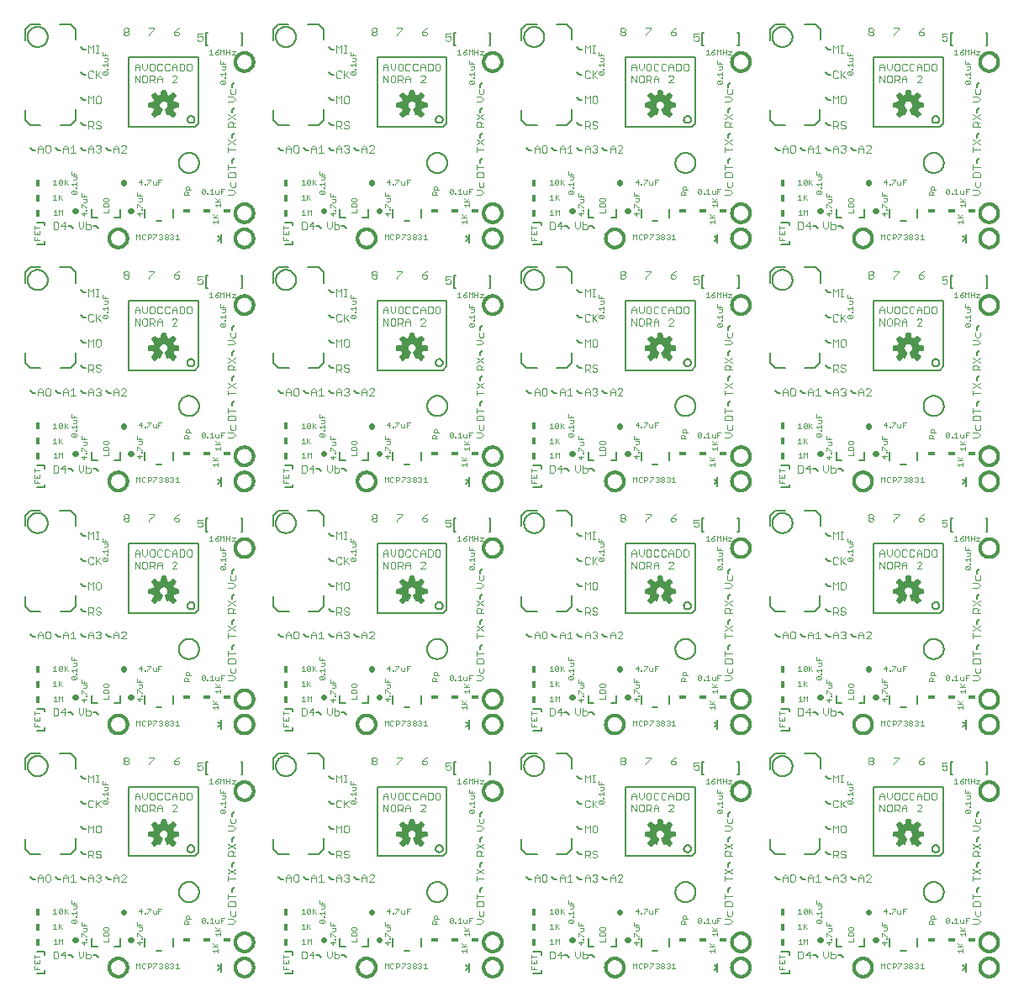
<source format=gto>
G75*
%MOIN*%
%OFA0B0*%
%FSLAX25Y25*%
%IPPOS*%
%LPD*%
%AMOC8*
5,1,8,0,0,1.08239X$1,22.5*
%
%ADD10C,0.00400*%
%ADD11C,0.00300*%
%ADD12C,0.00500*%
%ADD13C,0.01200*%
%ADD14C,0.00600*%
%ADD15R,0.01800X0.03000*%
%ADD16C,0.00800*%
%ADD17R,0.03000X0.01800*%
%ADD18C,0.02200*%
%ADD19C,0.00591*%
D10*
X0011833Y0008271D02*
X0011833Y0009606D01*
X0011833Y0010481D02*
X0013835Y0010481D01*
X0013835Y0011815D01*
X0012834Y0011148D02*
X0012834Y0010481D01*
X0011833Y0010481D02*
X0011833Y0011815D01*
X0011833Y0012691D02*
X0011833Y0014025D01*
X0011833Y0013358D02*
X0013835Y0013358D01*
X0012834Y0008938D02*
X0012834Y0008271D01*
X0013835Y0008271D02*
X0011833Y0008271D01*
X0019279Y0018219D02*
X0020613Y0018219D01*
X0019946Y0018219D02*
X0019946Y0020221D01*
X0019279Y0019554D01*
X0021489Y0020221D02*
X0022156Y0019554D01*
X0022823Y0020221D01*
X0022823Y0018219D01*
X0021489Y0018219D02*
X0021489Y0020221D01*
X0021348Y0024173D02*
X0021348Y0026175D01*
X0021681Y0025174D02*
X0022682Y0024173D01*
X0021348Y0024840D02*
X0022682Y0026175D01*
X0019805Y0026175D02*
X0019805Y0024173D01*
X0019138Y0024173D02*
X0020472Y0024173D01*
X0019138Y0025507D02*
X0019805Y0026175D01*
X0019784Y0030130D02*
X0019784Y0032132D01*
X0019117Y0031465D01*
X0019117Y0030130D02*
X0020452Y0030130D01*
X0021327Y0030464D02*
X0022661Y0031798D01*
X0022661Y0030464D01*
X0022328Y0030130D01*
X0021661Y0030130D01*
X0021327Y0030464D01*
X0021327Y0031798D01*
X0021661Y0032132D01*
X0022328Y0032132D01*
X0022661Y0031798D01*
X0023537Y0032132D02*
X0023537Y0030130D01*
X0023537Y0030798D02*
X0024871Y0032132D01*
X0023870Y0031131D02*
X0024871Y0030130D01*
X0026368Y0030660D02*
X0028370Y0030660D01*
X0028370Y0029993D02*
X0028370Y0031328D01*
X0028036Y0032203D02*
X0027035Y0032203D01*
X0028036Y0032203D02*
X0028370Y0032537D01*
X0028370Y0033538D01*
X0027035Y0033538D01*
X0027369Y0034413D02*
X0027369Y0035080D01*
X0028370Y0034413D02*
X0026368Y0034413D01*
X0026368Y0035747D01*
X0026368Y0030660D02*
X0027035Y0029993D01*
X0028036Y0029222D02*
X0028370Y0029222D01*
X0028370Y0028888D01*
X0028036Y0028888D01*
X0028036Y0029222D01*
X0028036Y0028013D02*
X0028370Y0027679D01*
X0028370Y0027012D01*
X0028036Y0026678D01*
X0026702Y0028013D01*
X0028036Y0028013D01*
X0026702Y0028013D02*
X0026368Y0027679D01*
X0026368Y0027012D01*
X0026702Y0026678D01*
X0028036Y0026678D01*
X0030462Y0026897D02*
X0030462Y0025563D01*
X0032464Y0025563D01*
X0032464Y0024688D02*
X0031129Y0024688D01*
X0031463Y0025563D02*
X0031463Y0026230D01*
X0032464Y0024688D02*
X0032464Y0023687D01*
X0032130Y0023353D01*
X0031129Y0023353D01*
X0030796Y0022478D02*
X0032130Y0021143D01*
X0032464Y0021143D01*
X0032464Y0020372D02*
X0032464Y0020038D01*
X0032130Y0020038D01*
X0032130Y0020372D01*
X0032464Y0020372D01*
X0032464Y0018829D02*
X0030462Y0018829D01*
X0031463Y0017828D01*
X0031463Y0019163D01*
X0030462Y0021143D02*
X0030462Y0022478D01*
X0030796Y0022478D01*
X0038998Y0022505D02*
X0038998Y0021505D01*
X0041000Y0021505D01*
X0041000Y0022505D01*
X0040666Y0022839D01*
X0039332Y0022839D01*
X0038998Y0022505D01*
X0039332Y0023715D02*
X0040666Y0023715D01*
X0041000Y0024048D01*
X0041000Y0024715D01*
X0040666Y0025049D01*
X0039332Y0025049D01*
X0038998Y0024715D01*
X0038998Y0024048D01*
X0039332Y0023715D01*
X0041000Y0020629D02*
X0041000Y0019295D01*
X0038998Y0019295D01*
X0052413Y0019048D02*
X0053414Y0018047D01*
X0053414Y0019382D01*
X0054415Y0019048D02*
X0052413Y0019048D01*
X0054081Y0020257D02*
X0054081Y0020591D01*
X0054415Y0020591D01*
X0054415Y0020257D01*
X0054081Y0020257D01*
X0054081Y0021362D02*
X0054415Y0021362D01*
X0054081Y0021362D02*
X0052747Y0022697D01*
X0052413Y0022697D01*
X0052413Y0021362D01*
X0053080Y0023572D02*
X0054081Y0023572D01*
X0054415Y0023906D01*
X0054415Y0024906D01*
X0053080Y0024906D01*
X0053414Y0025782D02*
X0053414Y0026449D01*
X0052413Y0025782D02*
X0052413Y0027116D01*
X0052413Y0025782D02*
X0054415Y0025782D01*
X0054036Y0030267D02*
X0054036Y0032269D01*
X0053035Y0031268D01*
X0054370Y0031268D01*
X0055245Y0030601D02*
X0055579Y0030601D01*
X0055579Y0030267D01*
X0055245Y0030267D01*
X0055245Y0030601D01*
X0056350Y0030601D02*
X0056350Y0030267D01*
X0056350Y0030601D02*
X0057685Y0031935D01*
X0057685Y0032269D01*
X0056350Y0032269D01*
X0058560Y0031602D02*
X0058560Y0030601D01*
X0058894Y0030267D01*
X0059895Y0030267D01*
X0059895Y0031602D01*
X0060770Y0031268D02*
X0061437Y0031268D01*
X0060770Y0030267D02*
X0060770Y0032269D01*
X0062104Y0032269D01*
X0071713Y0029342D02*
X0072047Y0029675D01*
X0072714Y0029675D01*
X0073048Y0029342D01*
X0073048Y0028341D01*
X0073715Y0028341D02*
X0071713Y0028341D01*
X0071713Y0029342D01*
X0071380Y0027465D02*
X0072047Y0027465D01*
X0072381Y0027132D01*
X0072381Y0026131D01*
X0073048Y0026131D02*
X0071046Y0026131D01*
X0071046Y0027132D01*
X0071380Y0027465D01*
X0072381Y0026798D02*
X0073048Y0027465D01*
X0077869Y0026846D02*
X0079204Y0028181D01*
X0079204Y0026846D01*
X0078870Y0026512D01*
X0078203Y0026512D01*
X0077869Y0026846D01*
X0077869Y0028181D01*
X0078203Y0028514D01*
X0078870Y0028514D01*
X0079204Y0028181D01*
X0080079Y0026846D02*
X0080413Y0026846D01*
X0080413Y0026512D01*
X0080079Y0026512D01*
X0080079Y0026846D01*
X0081184Y0026512D02*
X0082518Y0026512D01*
X0081851Y0026512D02*
X0081851Y0028514D01*
X0081184Y0027847D01*
X0083394Y0027847D02*
X0083394Y0026846D01*
X0083727Y0026512D01*
X0084728Y0026512D01*
X0084728Y0027847D01*
X0085604Y0027513D02*
X0086271Y0027513D01*
X0085604Y0026512D02*
X0085604Y0028514D01*
X0086938Y0028514D01*
X0085506Y0025020D02*
X0084505Y0024019D01*
X0084838Y0023685D02*
X0083504Y0025020D01*
X0083504Y0023685D02*
X0085506Y0023685D01*
X0085506Y0022810D02*
X0085506Y0021475D01*
X0085506Y0022143D02*
X0083504Y0022143D01*
X0084171Y0021475D01*
X0084448Y0018578D02*
X0083447Y0017577D01*
X0083781Y0017243D02*
X0082446Y0018578D01*
X0082446Y0017243D02*
X0084448Y0017243D01*
X0084448Y0016368D02*
X0084448Y0015033D01*
X0084448Y0015701D02*
X0082446Y0015701D01*
X0083114Y0015033D01*
X0068298Y0010616D02*
X0068298Y0008615D01*
X0067631Y0008615D02*
X0068966Y0008615D01*
X0067631Y0009949D02*
X0068298Y0010616D01*
X0066756Y0010283D02*
X0066756Y0009949D01*
X0066422Y0009615D01*
X0066756Y0009282D01*
X0066756Y0008948D01*
X0066422Y0008615D01*
X0065755Y0008615D01*
X0065421Y0008948D01*
X0064546Y0008948D02*
X0064212Y0008615D01*
X0063545Y0008615D01*
X0063211Y0008948D01*
X0063211Y0009282D01*
X0063545Y0009615D01*
X0064212Y0009615D01*
X0064546Y0009282D01*
X0064546Y0008948D01*
X0064212Y0009615D02*
X0064546Y0009949D01*
X0064546Y0010283D01*
X0064212Y0010616D01*
X0063545Y0010616D01*
X0063211Y0010283D01*
X0063211Y0009949D01*
X0063545Y0009615D01*
X0062336Y0009282D02*
X0062336Y0008948D01*
X0062002Y0008615D01*
X0061335Y0008615D01*
X0061001Y0008948D01*
X0061669Y0009615D02*
X0062002Y0009615D01*
X0062336Y0009282D01*
X0062002Y0009615D02*
X0062336Y0009949D01*
X0062336Y0010283D01*
X0062002Y0010616D01*
X0061335Y0010616D01*
X0061001Y0010283D01*
X0060126Y0010283D02*
X0058792Y0008948D01*
X0058792Y0008615D01*
X0057916Y0009615D02*
X0057583Y0009282D01*
X0056582Y0009282D01*
X0056582Y0008615D02*
X0056582Y0010616D01*
X0057583Y0010616D01*
X0057916Y0010283D01*
X0057916Y0009615D01*
X0058792Y0010616D02*
X0060126Y0010616D01*
X0060126Y0010283D01*
X0065421Y0010283D02*
X0065755Y0010616D01*
X0066422Y0010616D01*
X0066756Y0010283D01*
X0066422Y0009615D02*
X0066088Y0009615D01*
X0055706Y0008948D02*
X0055373Y0008615D01*
X0054705Y0008615D01*
X0054372Y0008948D01*
X0054372Y0010283D01*
X0054705Y0010616D01*
X0055373Y0010616D01*
X0055706Y0010283D01*
X0053496Y0010616D02*
X0053496Y0008615D01*
X0052162Y0008615D02*
X0052162Y0010616D01*
X0052829Y0009949D01*
X0053496Y0010616D01*
X0110258Y0010481D02*
X0112260Y0010481D01*
X0112260Y0011815D01*
X0111259Y0011148D02*
X0111259Y0010481D01*
X0110258Y0010481D02*
X0110258Y0011815D01*
X0110258Y0012691D02*
X0110258Y0014025D01*
X0110258Y0013358D02*
X0112260Y0013358D01*
X0110258Y0009606D02*
X0110258Y0008271D01*
X0112260Y0008271D01*
X0111259Y0008271D02*
X0111259Y0008938D01*
X0117704Y0018219D02*
X0119039Y0018219D01*
X0118371Y0018219D02*
X0118371Y0020221D01*
X0117704Y0019554D01*
X0119914Y0020221D02*
X0119914Y0018219D01*
X0121248Y0018219D02*
X0121248Y0020221D01*
X0120581Y0019554D01*
X0119914Y0020221D01*
X0119773Y0024173D02*
X0119773Y0026175D01*
X0120107Y0025174D02*
X0121107Y0024173D01*
X0119773Y0024840D02*
X0121107Y0026175D01*
X0118230Y0026175D02*
X0118230Y0024173D01*
X0117563Y0024173D02*
X0118898Y0024173D01*
X0117563Y0025507D02*
X0118230Y0026175D01*
X0118209Y0030130D02*
X0118209Y0032132D01*
X0117542Y0031465D01*
X0117542Y0030130D02*
X0118877Y0030130D01*
X0119752Y0030464D02*
X0121087Y0031798D01*
X0121087Y0030464D01*
X0120753Y0030130D01*
X0120086Y0030130D01*
X0119752Y0030464D01*
X0119752Y0031798D01*
X0120086Y0032132D01*
X0120753Y0032132D01*
X0121087Y0031798D01*
X0121962Y0032132D02*
X0121962Y0030130D01*
X0121962Y0030798D02*
X0123296Y0032132D01*
X0122296Y0031131D02*
X0123296Y0030130D01*
X0124793Y0030660D02*
X0126795Y0030660D01*
X0126795Y0029993D02*
X0126795Y0031328D01*
X0126461Y0032203D02*
X0126795Y0032537D01*
X0126795Y0033538D01*
X0125460Y0033538D01*
X0125794Y0034413D02*
X0125794Y0035080D01*
X0126795Y0034413D02*
X0124793Y0034413D01*
X0124793Y0035747D01*
X0125460Y0032203D02*
X0126461Y0032203D01*
X0124793Y0030660D02*
X0125460Y0029993D01*
X0126461Y0029222D02*
X0126795Y0029222D01*
X0126795Y0028888D01*
X0126461Y0028888D01*
X0126461Y0029222D01*
X0126461Y0028013D02*
X0126795Y0027679D01*
X0126795Y0027012D01*
X0126461Y0026678D01*
X0125127Y0028013D01*
X0126461Y0028013D01*
X0125127Y0028013D02*
X0124793Y0027679D01*
X0124793Y0027012D01*
X0125127Y0026678D01*
X0126461Y0026678D01*
X0128887Y0026897D02*
X0128887Y0025563D01*
X0130889Y0025563D01*
X0130889Y0024688D02*
X0129554Y0024688D01*
X0129888Y0025563D02*
X0129888Y0026230D01*
X0130889Y0024688D02*
X0130889Y0023687D01*
X0130555Y0023353D01*
X0129554Y0023353D01*
X0129221Y0022478D02*
X0130555Y0021143D01*
X0130889Y0021143D01*
X0130889Y0020372D02*
X0130889Y0020038D01*
X0130555Y0020038D01*
X0130555Y0020372D01*
X0130889Y0020372D01*
X0130889Y0018829D02*
X0128887Y0018829D01*
X0129888Y0017828D01*
X0129888Y0019163D01*
X0128887Y0021143D02*
X0128887Y0022478D01*
X0129221Y0022478D01*
X0137423Y0022505D02*
X0137423Y0021505D01*
X0139425Y0021505D01*
X0139425Y0022505D01*
X0139092Y0022839D01*
X0137757Y0022839D01*
X0137423Y0022505D01*
X0137757Y0023715D02*
X0139092Y0023715D01*
X0139425Y0024048D01*
X0139425Y0024715D01*
X0139092Y0025049D01*
X0137757Y0025049D01*
X0137423Y0024715D01*
X0137423Y0024048D01*
X0137757Y0023715D01*
X0139425Y0020629D02*
X0139425Y0019295D01*
X0137423Y0019295D01*
X0150838Y0019048D02*
X0151839Y0018047D01*
X0151839Y0019382D01*
X0152840Y0019048D02*
X0150838Y0019048D01*
X0152507Y0020257D02*
X0152507Y0020591D01*
X0152840Y0020591D01*
X0152840Y0020257D01*
X0152507Y0020257D01*
X0152507Y0021362D02*
X0152840Y0021362D01*
X0152507Y0021362D02*
X0151172Y0022697D01*
X0150838Y0022697D01*
X0150838Y0021362D01*
X0151506Y0023572D02*
X0152507Y0023572D01*
X0152840Y0023906D01*
X0152840Y0024906D01*
X0151506Y0024906D01*
X0151839Y0025782D02*
X0151839Y0026449D01*
X0150838Y0025782D02*
X0150838Y0027116D01*
X0150838Y0025782D02*
X0152840Y0025782D01*
X0152461Y0030267D02*
X0152461Y0032269D01*
X0151461Y0031268D01*
X0152795Y0031268D01*
X0153670Y0030601D02*
X0154004Y0030601D01*
X0154004Y0030267D01*
X0153670Y0030267D01*
X0153670Y0030601D01*
X0154775Y0030601D02*
X0154775Y0030267D01*
X0154775Y0030601D02*
X0156110Y0031935D01*
X0156110Y0032269D01*
X0154775Y0032269D01*
X0156985Y0031602D02*
X0156985Y0030601D01*
X0157319Y0030267D01*
X0158320Y0030267D01*
X0158320Y0031602D01*
X0159195Y0031268D02*
X0159862Y0031268D01*
X0159195Y0030267D02*
X0159195Y0032269D01*
X0160530Y0032269D01*
X0170139Y0029342D02*
X0170472Y0029675D01*
X0171139Y0029675D01*
X0171473Y0029342D01*
X0171473Y0028341D01*
X0172140Y0028341D02*
X0170139Y0028341D01*
X0170139Y0029342D01*
X0170472Y0027465D02*
X0170806Y0027132D01*
X0170806Y0026131D01*
X0171473Y0026131D02*
X0169471Y0026131D01*
X0169471Y0027132D01*
X0169805Y0027465D01*
X0170472Y0027465D01*
X0170806Y0026798D02*
X0171473Y0027465D01*
X0176294Y0026846D02*
X0177629Y0028181D01*
X0177629Y0026846D01*
X0177295Y0026512D01*
X0176628Y0026512D01*
X0176294Y0026846D01*
X0176294Y0028181D01*
X0176628Y0028514D01*
X0177295Y0028514D01*
X0177629Y0028181D01*
X0178504Y0026846D02*
X0178838Y0026846D01*
X0178838Y0026512D01*
X0178504Y0026512D01*
X0178504Y0026846D01*
X0179609Y0026512D02*
X0180944Y0026512D01*
X0180276Y0026512D02*
X0180276Y0028514D01*
X0179609Y0027847D01*
X0181819Y0027847D02*
X0181819Y0026846D01*
X0182153Y0026512D01*
X0183154Y0026512D01*
X0183154Y0027847D01*
X0184029Y0027513D02*
X0184696Y0027513D01*
X0184029Y0026512D02*
X0184029Y0028514D01*
X0185363Y0028514D01*
X0183931Y0025020D02*
X0182930Y0024019D01*
X0183264Y0023685D02*
X0181929Y0025020D01*
X0181929Y0023685D02*
X0183931Y0023685D01*
X0183931Y0022810D02*
X0183931Y0021475D01*
X0183931Y0022143D02*
X0181929Y0022143D01*
X0182596Y0021475D01*
X0182873Y0018578D02*
X0181873Y0017577D01*
X0182206Y0017243D02*
X0180872Y0018578D01*
X0180872Y0017243D02*
X0182873Y0017243D01*
X0182873Y0016368D02*
X0182873Y0015033D01*
X0182873Y0015701D02*
X0180872Y0015701D01*
X0181539Y0015033D01*
X0166724Y0010616D02*
X0166724Y0008615D01*
X0167391Y0008615D02*
X0166056Y0008615D01*
X0165181Y0008948D02*
X0164847Y0008615D01*
X0164180Y0008615D01*
X0163846Y0008948D01*
X0162971Y0008948D02*
X0162637Y0008615D01*
X0161970Y0008615D01*
X0161637Y0008948D01*
X0161637Y0009282D01*
X0161970Y0009615D01*
X0162637Y0009615D01*
X0162971Y0009282D01*
X0162971Y0008948D01*
X0162637Y0009615D02*
X0162971Y0009949D01*
X0162971Y0010283D01*
X0162637Y0010616D01*
X0161970Y0010616D01*
X0161637Y0010283D01*
X0161637Y0009949D01*
X0161970Y0009615D01*
X0160761Y0009282D02*
X0160761Y0008948D01*
X0160427Y0008615D01*
X0159760Y0008615D01*
X0159427Y0008948D01*
X0160094Y0009615D02*
X0160427Y0009615D01*
X0160761Y0009282D01*
X0160427Y0009615D02*
X0160761Y0009949D01*
X0160761Y0010283D01*
X0160427Y0010616D01*
X0159760Y0010616D01*
X0159427Y0010283D01*
X0158551Y0010283D02*
X0157217Y0008948D01*
X0157217Y0008615D01*
X0156341Y0009615D02*
X0156008Y0009282D01*
X0155007Y0009282D01*
X0155007Y0008615D02*
X0155007Y0010616D01*
X0156008Y0010616D01*
X0156341Y0010283D01*
X0156341Y0009615D01*
X0157217Y0010616D02*
X0158551Y0010616D01*
X0158551Y0010283D01*
X0154131Y0010283D02*
X0153798Y0010616D01*
X0153131Y0010616D01*
X0152797Y0010283D01*
X0152797Y0008948D01*
X0153131Y0008615D01*
X0153798Y0008615D01*
X0154131Y0008948D01*
X0151922Y0008615D02*
X0151922Y0010616D01*
X0151254Y0009949D01*
X0150587Y0010616D01*
X0150587Y0008615D01*
X0163846Y0010283D02*
X0164180Y0010616D01*
X0164847Y0010616D01*
X0165181Y0010283D01*
X0165181Y0009949D01*
X0164847Y0009615D01*
X0165181Y0009282D01*
X0165181Y0008948D01*
X0164847Y0009615D02*
X0164514Y0009615D01*
X0166056Y0009949D02*
X0166724Y0010616D01*
X0208683Y0010481D02*
X0210685Y0010481D01*
X0210685Y0011815D01*
X0209684Y0011148D02*
X0209684Y0010481D01*
X0208683Y0010481D02*
X0208683Y0011815D01*
X0208683Y0012691D02*
X0208683Y0014025D01*
X0208683Y0013358D02*
X0210685Y0013358D01*
X0208683Y0009606D02*
X0208683Y0008271D01*
X0210685Y0008271D01*
X0209684Y0008271D02*
X0209684Y0008938D01*
X0216129Y0018219D02*
X0217464Y0018219D01*
X0216796Y0018219D02*
X0216796Y0020221D01*
X0216129Y0019554D01*
X0218339Y0020221D02*
X0219006Y0019554D01*
X0219674Y0020221D01*
X0219674Y0018219D01*
X0218339Y0018219D02*
X0218339Y0020221D01*
X0218198Y0024173D02*
X0218198Y0026175D01*
X0218532Y0025174D02*
X0219533Y0024173D01*
X0218198Y0024840D02*
X0219533Y0026175D01*
X0216655Y0026175D02*
X0216655Y0024173D01*
X0215988Y0024173D02*
X0217323Y0024173D01*
X0215988Y0025507D02*
X0216655Y0026175D01*
X0216635Y0030130D02*
X0216635Y0032132D01*
X0215967Y0031465D01*
X0215967Y0030130D02*
X0217302Y0030130D01*
X0218177Y0030464D02*
X0219512Y0031798D01*
X0219512Y0030464D01*
X0219178Y0030130D01*
X0218511Y0030130D01*
X0218177Y0030464D01*
X0218177Y0031798D01*
X0218511Y0032132D01*
X0219178Y0032132D01*
X0219512Y0031798D01*
X0220387Y0032132D02*
X0220387Y0030130D01*
X0220387Y0030798D02*
X0221722Y0032132D01*
X0220721Y0031131D02*
X0221722Y0030130D01*
X0223218Y0030660D02*
X0225220Y0030660D01*
X0225220Y0029993D02*
X0225220Y0031328D01*
X0224886Y0032203D02*
X0223886Y0032203D01*
X0224886Y0032203D02*
X0225220Y0032537D01*
X0225220Y0033538D01*
X0223886Y0033538D01*
X0224219Y0034413D02*
X0224219Y0035080D01*
X0225220Y0034413D02*
X0223218Y0034413D01*
X0223218Y0035747D01*
X0223218Y0030660D02*
X0223886Y0029993D01*
X0224886Y0029222D02*
X0225220Y0029222D01*
X0225220Y0028888D01*
X0224886Y0028888D01*
X0224886Y0029222D01*
X0224886Y0028013D02*
X0225220Y0027679D01*
X0225220Y0027012D01*
X0224886Y0026678D01*
X0223552Y0028013D01*
X0224886Y0028013D01*
X0223552Y0028013D02*
X0223218Y0027679D01*
X0223218Y0027012D01*
X0223552Y0026678D01*
X0224886Y0026678D01*
X0227312Y0026897D02*
X0227312Y0025563D01*
X0229314Y0025563D01*
X0229314Y0024688D02*
X0227980Y0024688D01*
X0228313Y0025563D02*
X0228313Y0026230D01*
X0229314Y0024688D02*
X0229314Y0023687D01*
X0228981Y0023353D01*
X0227980Y0023353D01*
X0227646Y0022478D02*
X0228981Y0021143D01*
X0229314Y0021143D01*
X0229314Y0020372D02*
X0229314Y0020038D01*
X0228981Y0020038D01*
X0228981Y0020372D01*
X0229314Y0020372D01*
X0229314Y0018829D02*
X0227312Y0018829D01*
X0228313Y0017828D01*
X0228313Y0019163D01*
X0227312Y0021143D02*
X0227312Y0022478D01*
X0227646Y0022478D01*
X0235849Y0022505D02*
X0235849Y0021505D01*
X0237850Y0021505D01*
X0237850Y0022505D01*
X0237517Y0022839D01*
X0236182Y0022839D01*
X0235849Y0022505D01*
X0236182Y0023715D02*
X0235849Y0024048D01*
X0235849Y0024715D01*
X0236182Y0025049D01*
X0237517Y0025049D01*
X0237850Y0024715D01*
X0237850Y0024048D01*
X0237517Y0023715D01*
X0236182Y0023715D01*
X0237850Y0020629D02*
X0237850Y0019295D01*
X0235849Y0019295D01*
X0249264Y0019048D02*
X0250264Y0018047D01*
X0250264Y0019382D01*
X0249264Y0019048D02*
X0251265Y0019048D01*
X0251265Y0020257D02*
X0251265Y0020591D01*
X0250932Y0020591D01*
X0250932Y0020257D01*
X0251265Y0020257D01*
X0251265Y0021362D02*
X0250932Y0021362D01*
X0249597Y0022697D01*
X0249264Y0022697D01*
X0249264Y0021362D01*
X0249931Y0023572D02*
X0250932Y0023572D01*
X0251265Y0023906D01*
X0251265Y0024906D01*
X0249931Y0024906D01*
X0250264Y0025782D02*
X0250264Y0026449D01*
X0249264Y0025782D02*
X0249264Y0027116D01*
X0249264Y0025782D02*
X0251265Y0025782D01*
X0250887Y0030267D02*
X0250887Y0032269D01*
X0249886Y0031268D01*
X0251220Y0031268D01*
X0252096Y0030601D02*
X0252429Y0030601D01*
X0252429Y0030267D01*
X0252096Y0030267D01*
X0252096Y0030601D01*
X0253201Y0030601D02*
X0253201Y0030267D01*
X0253201Y0030601D02*
X0254535Y0031935D01*
X0254535Y0032269D01*
X0253201Y0032269D01*
X0255410Y0031602D02*
X0255410Y0030601D01*
X0255744Y0030267D01*
X0256745Y0030267D01*
X0256745Y0031602D01*
X0257620Y0031268D02*
X0258288Y0031268D01*
X0258955Y0032269D02*
X0257620Y0032269D01*
X0257620Y0030267D01*
X0267896Y0027132D02*
X0268230Y0027465D01*
X0268897Y0027465D01*
X0269231Y0027132D01*
X0269231Y0026131D01*
X0269231Y0026798D02*
X0269898Y0027465D01*
X0269898Y0028341D02*
X0269898Y0029342D01*
X0269565Y0029675D01*
X0268897Y0029675D01*
X0268564Y0029342D01*
X0268564Y0028341D01*
X0270565Y0028341D01*
X0269898Y0026131D02*
X0267896Y0026131D01*
X0267896Y0027132D01*
X0274720Y0026846D02*
X0274720Y0028181D01*
X0275053Y0028514D01*
X0275720Y0028514D01*
X0276054Y0028181D01*
X0274720Y0026846D01*
X0275053Y0026512D01*
X0275720Y0026512D01*
X0276054Y0026846D01*
X0276054Y0028181D01*
X0276929Y0026846D02*
X0277263Y0026846D01*
X0277263Y0026512D01*
X0276929Y0026512D01*
X0276929Y0026846D01*
X0278034Y0026512D02*
X0279369Y0026512D01*
X0278702Y0026512D02*
X0278702Y0028514D01*
X0278034Y0027847D01*
X0280244Y0027847D02*
X0280244Y0026846D01*
X0280578Y0026512D01*
X0281579Y0026512D01*
X0281579Y0027847D01*
X0282454Y0027513D02*
X0283121Y0027513D01*
X0282454Y0026512D02*
X0282454Y0028514D01*
X0283789Y0028514D01*
X0282356Y0025020D02*
X0281355Y0024019D01*
X0281689Y0023685D02*
X0280354Y0025020D01*
X0280354Y0023685D02*
X0282356Y0023685D01*
X0282356Y0022810D02*
X0282356Y0021475D01*
X0282356Y0022143D02*
X0280354Y0022143D01*
X0281022Y0021475D01*
X0281299Y0018578D02*
X0280298Y0017577D01*
X0280631Y0017243D02*
X0279297Y0018578D01*
X0279297Y0017243D02*
X0281299Y0017243D01*
X0281299Y0016368D02*
X0281299Y0015033D01*
X0281299Y0015701D02*
X0279297Y0015701D01*
X0279964Y0015033D01*
X0265149Y0010616D02*
X0265149Y0008615D01*
X0265816Y0008615D02*
X0264481Y0008615D01*
X0263606Y0008948D02*
X0263272Y0008615D01*
X0262605Y0008615D01*
X0262272Y0008948D01*
X0261396Y0008948D02*
X0261063Y0008615D01*
X0260395Y0008615D01*
X0260062Y0008948D01*
X0260062Y0009282D01*
X0260395Y0009615D01*
X0261063Y0009615D01*
X0261396Y0009282D01*
X0261396Y0008948D01*
X0261063Y0009615D02*
X0261396Y0009949D01*
X0261396Y0010283D01*
X0261063Y0010616D01*
X0260395Y0010616D01*
X0260062Y0010283D01*
X0260062Y0009949D01*
X0260395Y0009615D01*
X0259186Y0009282D02*
X0259186Y0008948D01*
X0258853Y0008615D01*
X0258185Y0008615D01*
X0257852Y0008948D01*
X0258519Y0009615D02*
X0258853Y0009615D01*
X0259186Y0009282D01*
X0258853Y0009615D02*
X0259186Y0009949D01*
X0259186Y0010283D01*
X0258853Y0010616D01*
X0258185Y0010616D01*
X0257852Y0010283D01*
X0256976Y0010283D02*
X0255642Y0008948D01*
X0255642Y0008615D01*
X0254767Y0009615D02*
X0254433Y0009282D01*
X0253432Y0009282D01*
X0253432Y0008615D02*
X0253432Y0010616D01*
X0254433Y0010616D01*
X0254767Y0010283D01*
X0254767Y0009615D01*
X0255642Y0010616D02*
X0256976Y0010616D01*
X0256976Y0010283D01*
X0252557Y0010283D02*
X0252223Y0010616D01*
X0251556Y0010616D01*
X0251222Y0010283D01*
X0251222Y0008948D01*
X0251556Y0008615D01*
X0252223Y0008615D01*
X0252557Y0008948D01*
X0250347Y0008615D02*
X0250347Y0010616D01*
X0249680Y0009949D01*
X0249012Y0010616D01*
X0249012Y0008615D01*
X0262272Y0010283D02*
X0262605Y0010616D01*
X0263272Y0010616D01*
X0263606Y0010283D01*
X0263606Y0009949D01*
X0263272Y0009615D01*
X0263606Y0009282D01*
X0263606Y0008948D01*
X0263272Y0009615D02*
X0262939Y0009615D01*
X0264481Y0009949D02*
X0265149Y0010616D01*
X0307109Y0010481D02*
X0309110Y0010481D01*
X0309110Y0011815D01*
X0308109Y0011148D02*
X0308109Y0010481D01*
X0307109Y0010481D02*
X0307109Y0011815D01*
X0307109Y0012691D02*
X0307109Y0014025D01*
X0307109Y0013358D02*
X0309110Y0013358D01*
X0307109Y0009606D02*
X0307109Y0008271D01*
X0309110Y0008271D01*
X0308109Y0008271D02*
X0308109Y0008938D01*
X0314554Y0018219D02*
X0315889Y0018219D01*
X0315222Y0018219D02*
X0315222Y0020221D01*
X0314554Y0019554D01*
X0316764Y0020221D02*
X0317432Y0019554D01*
X0318099Y0020221D01*
X0318099Y0018219D01*
X0316764Y0018219D02*
X0316764Y0020221D01*
X0316623Y0024173D02*
X0316623Y0026175D01*
X0316957Y0025174D02*
X0317958Y0024173D01*
X0316623Y0024840D02*
X0317958Y0026175D01*
X0315081Y0026175D02*
X0315081Y0024173D01*
X0315748Y0024173D02*
X0314413Y0024173D01*
X0314413Y0025507D02*
X0315081Y0026175D01*
X0315060Y0030130D02*
X0315060Y0032132D01*
X0314393Y0031465D01*
X0314393Y0030130D02*
X0315727Y0030130D01*
X0316603Y0030464D02*
X0317937Y0031798D01*
X0317937Y0030464D01*
X0317603Y0030130D01*
X0316936Y0030130D01*
X0316603Y0030464D01*
X0316603Y0031798D01*
X0316936Y0032132D01*
X0317603Y0032132D01*
X0317937Y0031798D01*
X0318812Y0032132D02*
X0318812Y0030130D01*
X0318812Y0030798D02*
X0320147Y0032132D01*
X0319146Y0031131D02*
X0320147Y0030130D01*
X0321643Y0030660D02*
X0323645Y0030660D01*
X0323645Y0029993D02*
X0323645Y0031328D01*
X0323312Y0032203D02*
X0323645Y0032537D01*
X0323645Y0033538D01*
X0322311Y0033538D01*
X0322644Y0034413D02*
X0322644Y0035080D01*
X0321643Y0034413D02*
X0321643Y0035747D01*
X0321643Y0034413D02*
X0323645Y0034413D01*
X0323312Y0032203D02*
X0322311Y0032203D01*
X0321643Y0030660D02*
X0322311Y0029993D01*
X0323312Y0029222D02*
X0323645Y0029222D01*
X0323645Y0028888D01*
X0323312Y0028888D01*
X0323312Y0029222D01*
X0323312Y0028013D02*
X0323645Y0027679D01*
X0323645Y0027012D01*
X0323312Y0026678D01*
X0321977Y0028013D01*
X0323312Y0028013D01*
X0323312Y0026678D02*
X0321977Y0026678D01*
X0321643Y0027012D01*
X0321643Y0027679D01*
X0321977Y0028013D01*
X0325738Y0026897D02*
X0325738Y0025563D01*
X0327739Y0025563D01*
X0327739Y0024688D02*
X0326405Y0024688D01*
X0326738Y0025563D02*
X0326738Y0026230D01*
X0327739Y0024688D02*
X0327739Y0023687D01*
X0327406Y0023353D01*
X0326405Y0023353D01*
X0326071Y0022478D02*
X0327406Y0021143D01*
X0327739Y0021143D01*
X0327739Y0020372D02*
X0327739Y0020038D01*
X0327406Y0020038D01*
X0327406Y0020372D01*
X0327739Y0020372D01*
X0327739Y0018829D02*
X0325738Y0018829D01*
X0326738Y0017828D01*
X0326738Y0019163D01*
X0325738Y0021143D02*
X0325738Y0022478D01*
X0326071Y0022478D01*
X0334274Y0022505D02*
X0334274Y0021505D01*
X0336276Y0021505D01*
X0336276Y0022505D01*
X0335942Y0022839D01*
X0334608Y0022839D01*
X0334274Y0022505D01*
X0334608Y0023715D02*
X0335942Y0023715D01*
X0336276Y0024048D01*
X0336276Y0024715D01*
X0335942Y0025049D01*
X0334608Y0025049D01*
X0334274Y0024715D01*
X0334274Y0024048D01*
X0334608Y0023715D01*
X0336276Y0020629D02*
X0336276Y0019295D01*
X0334274Y0019295D01*
X0347689Y0019048D02*
X0348690Y0018047D01*
X0348690Y0019382D01*
X0349691Y0019048D02*
X0347689Y0019048D01*
X0349357Y0020257D02*
X0349357Y0020591D01*
X0349691Y0020591D01*
X0349691Y0020257D01*
X0349357Y0020257D01*
X0349357Y0021362D02*
X0349691Y0021362D01*
X0349357Y0021362D02*
X0348022Y0022697D01*
X0347689Y0022697D01*
X0347689Y0021362D01*
X0348356Y0023572D02*
X0349357Y0023572D01*
X0349691Y0023906D01*
X0349691Y0024906D01*
X0348356Y0024906D01*
X0348690Y0025782D02*
X0348690Y0026449D01*
X0349691Y0025782D02*
X0347689Y0025782D01*
X0347689Y0027116D01*
X0349312Y0030267D02*
X0349312Y0032269D01*
X0348311Y0031268D01*
X0349645Y0031268D01*
X0350521Y0030601D02*
X0350854Y0030601D01*
X0350854Y0030267D01*
X0350521Y0030267D01*
X0350521Y0030601D01*
X0351626Y0030601D02*
X0351626Y0030267D01*
X0351626Y0030601D02*
X0352960Y0031935D01*
X0352960Y0032269D01*
X0351626Y0032269D01*
X0353836Y0031602D02*
X0353836Y0030601D01*
X0354169Y0030267D01*
X0355170Y0030267D01*
X0355170Y0031602D01*
X0356046Y0031268D02*
X0356713Y0031268D01*
X0356046Y0032269D02*
X0357380Y0032269D01*
X0356046Y0032269D02*
X0356046Y0030267D01*
X0366322Y0027132D02*
X0366655Y0027465D01*
X0367323Y0027465D01*
X0367656Y0027132D01*
X0367656Y0026131D01*
X0367656Y0026798D02*
X0368323Y0027465D01*
X0368323Y0028341D02*
X0368323Y0029342D01*
X0367990Y0029675D01*
X0367323Y0029675D01*
X0366989Y0029342D01*
X0366989Y0028341D01*
X0368991Y0028341D01*
X0368323Y0026131D02*
X0366322Y0026131D01*
X0366322Y0027132D01*
X0373145Y0026846D02*
X0374479Y0028181D01*
X0374479Y0026846D01*
X0374146Y0026512D01*
X0373478Y0026512D01*
X0373145Y0026846D01*
X0373145Y0028181D01*
X0373478Y0028514D01*
X0374146Y0028514D01*
X0374479Y0028181D01*
X0375355Y0026846D02*
X0375688Y0026846D01*
X0375688Y0026512D01*
X0375355Y0026512D01*
X0375355Y0026846D01*
X0376460Y0026512D02*
X0377794Y0026512D01*
X0377127Y0026512D02*
X0377127Y0028514D01*
X0376460Y0027847D01*
X0378669Y0027847D02*
X0378669Y0026846D01*
X0379003Y0026512D01*
X0380004Y0026512D01*
X0380004Y0027847D01*
X0380879Y0027513D02*
X0381547Y0027513D01*
X0380879Y0026512D02*
X0380879Y0028514D01*
X0382214Y0028514D01*
X0380781Y0025020D02*
X0379780Y0024019D01*
X0380114Y0023685D02*
X0378779Y0025020D01*
X0378779Y0023685D02*
X0380781Y0023685D01*
X0380781Y0022810D02*
X0380781Y0021475D01*
X0380781Y0022143D02*
X0378779Y0022143D01*
X0379447Y0021475D01*
X0379724Y0018578D02*
X0378723Y0017577D01*
X0379057Y0017243D02*
X0377722Y0018578D01*
X0377722Y0017243D02*
X0379724Y0017243D01*
X0379724Y0016368D02*
X0379724Y0015033D01*
X0379724Y0015701D02*
X0377722Y0015701D01*
X0378389Y0015033D01*
X0364241Y0008615D02*
X0362907Y0008615D01*
X0363574Y0008615D02*
X0363574Y0010616D01*
X0362907Y0009949D01*
X0362031Y0009949D02*
X0361698Y0009615D01*
X0362031Y0009282D01*
X0362031Y0008948D01*
X0361698Y0008615D01*
X0361030Y0008615D01*
X0360697Y0008948D01*
X0359821Y0008948D02*
X0359488Y0008615D01*
X0358821Y0008615D01*
X0358487Y0008948D01*
X0358487Y0009282D01*
X0358821Y0009615D01*
X0359488Y0009615D01*
X0359821Y0009282D01*
X0359821Y0008948D01*
X0359488Y0009615D02*
X0359821Y0009949D01*
X0359821Y0010283D01*
X0359488Y0010616D01*
X0358821Y0010616D01*
X0358487Y0010283D01*
X0358487Y0009949D01*
X0358821Y0009615D01*
X0357612Y0009282D02*
X0357612Y0008948D01*
X0357278Y0008615D01*
X0356611Y0008615D01*
X0356277Y0008948D01*
X0356944Y0009615D02*
X0357278Y0009615D01*
X0357612Y0009282D01*
X0357278Y0009615D02*
X0357612Y0009949D01*
X0357612Y0010283D01*
X0357278Y0010616D01*
X0356611Y0010616D01*
X0356277Y0010283D01*
X0355402Y0010283D02*
X0354067Y0008948D01*
X0354067Y0008615D01*
X0353192Y0009615D02*
X0352858Y0009282D01*
X0351857Y0009282D01*
X0351857Y0008615D02*
X0351857Y0010616D01*
X0352858Y0010616D01*
X0353192Y0010283D01*
X0353192Y0009615D01*
X0354067Y0010616D02*
X0355402Y0010616D01*
X0355402Y0010283D01*
X0350982Y0010283D02*
X0350648Y0010616D01*
X0349981Y0010616D01*
X0349647Y0010283D01*
X0349647Y0008948D01*
X0349981Y0008615D01*
X0350648Y0008615D01*
X0350982Y0008948D01*
X0348772Y0008615D02*
X0348772Y0010616D01*
X0348105Y0009949D01*
X0347438Y0010616D01*
X0347438Y0008615D01*
X0360697Y0010283D02*
X0361030Y0010616D01*
X0361698Y0010616D01*
X0362031Y0010283D01*
X0362031Y0009949D01*
X0361698Y0009615D02*
X0361364Y0009615D01*
X0361539Y0070840D02*
X0363407Y0072708D01*
X0363407Y0073175D01*
X0362940Y0073643D01*
X0362006Y0073643D01*
X0361539Y0073175D01*
X0361539Y0070840D02*
X0363407Y0070840D01*
X0363432Y0075565D02*
X0363432Y0077433D01*
X0362498Y0078367D01*
X0361564Y0077433D01*
X0361564Y0075565D01*
X0360486Y0076032D02*
X0360019Y0075565D01*
X0359084Y0075565D01*
X0358617Y0076032D01*
X0358617Y0077900D01*
X0359084Y0078367D01*
X0360019Y0078367D01*
X0360486Y0077900D01*
X0361564Y0076966D02*
X0363432Y0076966D01*
X0364510Y0078367D02*
X0364510Y0075565D01*
X0365912Y0075565D01*
X0366379Y0076032D01*
X0366379Y0077900D01*
X0365912Y0078367D01*
X0364510Y0078367D01*
X0367457Y0077900D02*
X0367457Y0076032D01*
X0367924Y0075565D01*
X0368858Y0075565D01*
X0369325Y0076032D01*
X0369325Y0077900D01*
X0368858Y0078367D01*
X0367924Y0078367D01*
X0367457Y0077900D01*
X0357539Y0077900D02*
X0357072Y0078367D01*
X0356138Y0078367D01*
X0355671Y0077900D01*
X0355671Y0076032D01*
X0356138Y0075565D01*
X0357072Y0075565D01*
X0357539Y0076032D01*
X0356580Y0073643D02*
X0355646Y0072708D01*
X0355646Y0070840D01*
X0354568Y0070840D02*
X0353633Y0071774D01*
X0354101Y0071774D02*
X0352699Y0071774D01*
X0352699Y0070840D02*
X0352699Y0073643D01*
X0354101Y0073643D01*
X0354568Y0073175D01*
X0354568Y0072241D01*
X0354101Y0071774D01*
X0355646Y0072241D02*
X0357514Y0072241D01*
X0357514Y0072708D02*
X0357514Y0070840D01*
X0357514Y0072708D02*
X0356580Y0073643D01*
X0354593Y0076032D02*
X0354593Y0077900D01*
X0354125Y0078367D01*
X0353191Y0078367D01*
X0352724Y0077900D01*
X0352724Y0076032D01*
X0353191Y0075565D01*
X0354125Y0075565D01*
X0354593Y0076032D01*
X0351646Y0076499D02*
X0350712Y0075565D01*
X0349778Y0076499D01*
X0349778Y0078367D01*
X0348700Y0077433D02*
X0348700Y0075565D01*
X0348700Y0076966D02*
X0346831Y0076966D01*
X0346831Y0077433D02*
X0347765Y0078367D01*
X0348700Y0077433D01*
X0346831Y0077433D02*
X0346831Y0075565D01*
X0346806Y0073643D02*
X0348675Y0070840D01*
X0348675Y0073643D01*
X0349753Y0073175D02*
X0349753Y0071307D01*
X0350220Y0070840D01*
X0351154Y0070840D01*
X0351621Y0071307D01*
X0351621Y0073175D01*
X0351154Y0073643D01*
X0350220Y0073643D01*
X0349753Y0073175D01*
X0346806Y0073643D02*
X0346806Y0070840D01*
X0351646Y0076499D02*
X0351646Y0078367D01*
X0335913Y0078512D02*
X0335913Y0077177D01*
X0335913Y0077845D02*
X0333911Y0077845D01*
X0334578Y0077177D01*
X0335579Y0076406D02*
X0335913Y0076406D01*
X0335913Y0076072D01*
X0335579Y0076072D01*
X0335579Y0076406D01*
X0335579Y0075197D02*
X0335913Y0074863D01*
X0335913Y0074196D01*
X0335579Y0073863D01*
X0334245Y0075197D01*
X0335579Y0075197D01*
X0335579Y0073863D02*
X0334245Y0073863D01*
X0333911Y0074196D01*
X0333911Y0074863D01*
X0334245Y0075197D01*
X0334578Y0079387D02*
X0335579Y0079387D01*
X0335913Y0079721D01*
X0335913Y0080722D01*
X0334578Y0080722D01*
X0334912Y0081597D02*
X0334912Y0082264D01*
X0335913Y0081597D02*
X0333911Y0081597D01*
X0333911Y0082932D01*
X0347438Y0105071D02*
X0347438Y0107073D01*
X0348105Y0106406D01*
X0348772Y0107073D01*
X0348772Y0105071D01*
X0349647Y0105405D02*
X0349981Y0105071D01*
X0350648Y0105071D01*
X0350982Y0105405D01*
X0351857Y0105738D02*
X0352858Y0105738D01*
X0353192Y0106072D01*
X0353192Y0106739D01*
X0352858Y0107073D01*
X0351857Y0107073D01*
X0351857Y0105071D01*
X0350982Y0106739D02*
X0350648Y0107073D01*
X0349981Y0107073D01*
X0349647Y0106739D01*
X0349647Y0105405D01*
X0354067Y0105405D02*
X0354067Y0105071D01*
X0354067Y0105405D02*
X0355402Y0106739D01*
X0355402Y0107073D01*
X0354067Y0107073D01*
X0356277Y0106739D02*
X0356611Y0107073D01*
X0357278Y0107073D01*
X0357612Y0106739D01*
X0357612Y0106406D01*
X0357278Y0106072D01*
X0357612Y0105738D01*
X0357612Y0105405D01*
X0357278Y0105071D01*
X0356611Y0105071D01*
X0356277Y0105405D01*
X0356944Y0106072D02*
X0357278Y0106072D01*
X0358487Y0105738D02*
X0358821Y0106072D01*
X0359488Y0106072D01*
X0359821Y0105738D01*
X0359821Y0105405D01*
X0359488Y0105071D01*
X0358821Y0105071D01*
X0358487Y0105405D01*
X0358487Y0105738D01*
X0358821Y0106072D02*
X0358487Y0106406D01*
X0358487Y0106739D01*
X0358821Y0107073D01*
X0359488Y0107073D01*
X0359821Y0106739D01*
X0359821Y0106406D01*
X0359488Y0106072D01*
X0360697Y0105405D02*
X0361030Y0105071D01*
X0361698Y0105071D01*
X0362031Y0105405D01*
X0362031Y0105738D01*
X0361698Y0106072D01*
X0361364Y0106072D01*
X0361698Y0106072D02*
X0362031Y0106406D01*
X0362031Y0106739D01*
X0361698Y0107073D01*
X0361030Y0107073D01*
X0360697Y0106739D01*
X0362907Y0106406D02*
X0363574Y0107073D01*
X0363574Y0105071D01*
X0362907Y0105071D02*
X0364241Y0105071D01*
X0377722Y0112157D02*
X0378389Y0111490D01*
X0377722Y0112157D02*
X0379724Y0112157D01*
X0379724Y0111490D02*
X0379724Y0112824D01*
X0379724Y0113700D02*
X0377722Y0113700D01*
X0378723Y0114033D02*
X0379724Y0115034D01*
X0379057Y0113700D02*
X0377722Y0115034D01*
X0379447Y0117932D02*
X0378779Y0118599D01*
X0380781Y0118599D01*
X0380781Y0117932D02*
X0380781Y0119267D01*
X0380781Y0120142D02*
X0378779Y0120142D01*
X0379780Y0120476D02*
X0380781Y0121476D01*
X0380114Y0120142D02*
X0378779Y0121476D01*
X0379003Y0122969D02*
X0380004Y0122969D01*
X0380004Y0124304D01*
X0380879Y0123970D02*
X0381547Y0123970D01*
X0382214Y0124971D02*
X0380879Y0124971D01*
X0380879Y0122969D01*
X0379003Y0122969D02*
X0378669Y0123303D01*
X0378669Y0124304D01*
X0377794Y0122969D02*
X0376460Y0122969D01*
X0377127Y0122969D02*
X0377127Y0124971D01*
X0376460Y0124304D01*
X0375688Y0123303D02*
X0375688Y0122969D01*
X0375355Y0122969D01*
X0375355Y0123303D01*
X0375688Y0123303D01*
X0374479Y0123303D02*
X0374146Y0122969D01*
X0373478Y0122969D01*
X0373145Y0123303D01*
X0374479Y0124637D01*
X0374479Y0123303D01*
X0373145Y0123303D02*
X0373145Y0124637D01*
X0373478Y0124971D01*
X0374146Y0124971D01*
X0374479Y0124637D01*
X0368991Y0124797D02*
X0366989Y0124797D01*
X0366989Y0125798D01*
X0367323Y0126132D01*
X0367990Y0126132D01*
X0368323Y0125798D01*
X0368323Y0124797D01*
X0368323Y0123922D02*
X0367656Y0123255D01*
X0367656Y0123588D02*
X0367656Y0122588D01*
X0368323Y0122588D02*
X0366322Y0122588D01*
X0366322Y0123588D01*
X0366655Y0123922D01*
X0367323Y0123922D01*
X0367656Y0123588D01*
X0357380Y0128726D02*
X0356046Y0128726D01*
X0356046Y0126724D01*
X0355170Y0126724D02*
X0355170Y0128058D01*
X0356046Y0127725D02*
X0356713Y0127725D01*
X0355170Y0126724D02*
X0354169Y0126724D01*
X0353836Y0127057D01*
X0353836Y0128058D01*
X0352960Y0128392D02*
X0351626Y0127057D01*
X0351626Y0126724D01*
X0350854Y0126724D02*
X0350521Y0126724D01*
X0350521Y0127057D01*
X0350854Y0127057D01*
X0350854Y0126724D01*
X0349312Y0126724D02*
X0349312Y0128726D01*
X0348311Y0127725D01*
X0349645Y0127725D01*
X0351626Y0128726D02*
X0352960Y0128726D01*
X0352960Y0128392D01*
X0348690Y0122906D02*
X0348690Y0122239D01*
X0348356Y0121363D02*
X0349691Y0121363D01*
X0349691Y0120362D01*
X0349357Y0120029D01*
X0348356Y0120029D01*
X0348022Y0119153D02*
X0347689Y0119153D01*
X0347689Y0117819D01*
X0348022Y0119153D02*
X0349357Y0117819D01*
X0349691Y0117819D01*
X0349691Y0117047D02*
X0349691Y0116714D01*
X0349357Y0116714D01*
X0349357Y0117047D01*
X0349691Y0117047D01*
X0349691Y0115505D02*
X0347689Y0115505D01*
X0348690Y0114504D01*
X0348690Y0115838D01*
X0349691Y0122239D02*
X0347689Y0122239D01*
X0347689Y0123573D01*
X0336276Y0121172D02*
X0335942Y0121506D01*
X0334608Y0121506D01*
X0334274Y0121172D01*
X0334274Y0120505D01*
X0334608Y0120171D01*
X0335942Y0120171D01*
X0336276Y0120505D01*
X0336276Y0121172D01*
X0335942Y0119296D02*
X0334608Y0119296D01*
X0334274Y0118962D01*
X0334274Y0117961D01*
X0336276Y0117961D01*
X0336276Y0118962D01*
X0335942Y0119296D01*
X0336276Y0117086D02*
X0336276Y0115751D01*
X0334274Y0115751D01*
X0327739Y0115286D02*
X0325738Y0115286D01*
X0326738Y0114285D01*
X0326738Y0115620D01*
X0327406Y0116495D02*
X0327406Y0116829D01*
X0327739Y0116829D01*
X0327739Y0116495D01*
X0327406Y0116495D01*
X0327406Y0117600D02*
X0327739Y0117600D01*
X0327406Y0117600D02*
X0326071Y0118934D01*
X0325738Y0118934D01*
X0325738Y0117600D01*
X0326405Y0119810D02*
X0327406Y0119810D01*
X0327739Y0120143D01*
X0327739Y0121144D01*
X0326405Y0121144D01*
X0326738Y0122020D02*
X0326738Y0122687D01*
X0325738Y0122020D02*
X0325738Y0123354D01*
X0325738Y0122020D02*
X0327739Y0122020D01*
X0323645Y0123469D02*
X0323645Y0124136D01*
X0323312Y0124470D01*
X0321977Y0124470D01*
X0323312Y0123135D01*
X0323645Y0123469D01*
X0323312Y0123135D02*
X0321977Y0123135D01*
X0321643Y0123469D01*
X0321643Y0124136D01*
X0321977Y0124470D01*
X0323312Y0125345D02*
X0323312Y0125679D01*
X0323645Y0125679D01*
X0323645Y0125345D01*
X0323312Y0125345D01*
X0323645Y0126450D02*
X0323645Y0127784D01*
X0323645Y0127117D02*
X0321643Y0127117D01*
X0322311Y0126450D01*
X0320147Y0126587D02*
X0319146Y0127588D01*
X0318812Y0127254D02*
X0320147Y0128589D01*
X0318812Y0128589D02*
X0318812Y0126587D01*
X0317937Y0126921D02*
X0317603Y0126587D01*
X0316936Y0126587D01*
X0316603Y0126921D01*
X0317937Y0128255D01*
X0317937Y0126921D01*
X0317937Y0128255D02*
X0317603Y0128589D01*
X0316936Y0128589D01*
X0316603Y0128255D01*
X0316603Y0126921D01*
X0315727Y0126587D02*
X0314393Y0126587D01*
X0315060Y0126587D02*
X0315060Y0128589D01*
X0314393Y0127921D01*
X0315081Y0122631D02*
X0315081Y0120630D01*
X0315748Y0120630D02*
X0314413Y0120630D01*
X0314413Y0121964D02*
X0315081Y0122631D01*
X0316623Y0122631D02*
X0316623Y0120630D01*
X0316623Y0121297D02*
X0317958Y0122631D01*
X0316957Y0121631D02*
X0317958Y0120630D01*
X0318099Y0116678D02*
X0318099Y0114676D01*
X0316764Y0114676D02*
X0316764Y0116678D01*
X0317432Y0116011D01*
X0318099Y0116678D01*
X0315222Y0116678D02*
X0315222Y0114676D01*
X0315889Y0114676D02*
X0314554Y0114676D01*
X0314554Y0116011D02*
X0315222Y0116678D01*
X0309110Y0109815D02*
X0307109Y0109815D01*
X0307109Y0109148D02*
X0307109Y0110482D01*
X0307109Y0108272D02*
X0307109Y0106938D01*
X0309110Y0106938D01*
X0309110Y0108272D01*
X0308109Y0107605D02*
X0308109Y0106938D01*
X0307109Y0106062D02*
X0307109Y0104728D01*
X0309110Y0104728D01*
X0308109Y0104728D02*
X0308109Y0105395D01*
X0322311Y0128660D02*
X0323312Y0128660D01*
X0323645Y0128993D01*
X0323645Y0129994D01*
X0322311Y0129994D01*
X0322644Y0130870D02*
X0322644Y0131537D01*
X0321643Y0130870D02*
X0321643Y0132204D01*
X0321643Y0130870D02*
X0323645Y0130870D01*
X0346806Y0167297D02*
X0346806Y0170099D01*
X0348675Y0167297D01*
X0348675Y0170099D01*
X0349753Y0169632D02*
X0349753Y0167764D01*
X0350220Y0167297D01*
X0351154Y0167297D01*
X0351621Y0167764D01*
X0351621Y0169632D01*
X0351154Y0170099D01*
X0350220Y0170099D01*
X0349753Y0169632D01*
X0350712Y0172021D02*
X0351646Y0172955D01*
X0351646Y0174824D01*
X0352724Y0174357D02*
X0352724Y0172488D01*
X0353191Y0172021D01*
X0354125Y0172021D01*
X0354593Y0172488D01*
X0354593Y0174357D01*
X0354125Y0174824D01*
X0353191Y0174824D01*
X0352724Y0174357D01*
X0355671Y0174357D02*
X0355671Y0172488D01*
X0356138Y0172021D01*
X0357072Y0172021D01*
X0357539Y0172488D01*
X0358617Y0172488D02*
X0359084Y0172021D01*
X0360019Y0172021D01*
X0360486Y0172488D01*
X0361564Y0172021D02*
X0361564Y0173890D01*
X0362498Y0174824D01*
X0363432Y0173890D01*
X0363432Y0172021D01*
X0364510Y0172021D02*
X0365912Y0172021D01*
X0366379Y0172488D01*
X0366379Y0174357D01*
X0365912Y0174824D01*
X0364510Y0174824D01*
X0364510Y0172021D01*
X0363432Y0173422D02*
X0361564Y0173422D01*
X0360486Y0174357D02*
X0360019Y0174824D01*
X0359084Y0174824D01*
X0358617Y0174357D01*
X0358617Y0172488D01*
X0357539Y0174357D02*
X0357072Y0174824D01*
X0356138Y0174824D01*
X0355671Y0174357D01*
X0356580Y0170099D02*
X0355646Y0169165D01*
X0355646Y0167297D01*
X0354568Y0167297D02*
X0353633Y0168231D01*
X0354101Y0168231D02*
X0352699Y0168231D01*
X0352699Y0167297D02*
X0352699Y0170099D01*
X0354101Y0170099D01*
X0354568Y0169632D01*
X0354568Y0168698D01*
X0354101Y0168231D01*
X0355646Y0168698D02*
X0357514Y0168698D01*
X0357514Y0169165D02*
X0357514Y0167297D01*
X0357514Y0169165D02*
X0356580Y0170099D01*
X0361539Y0169632D02*
X0362006Y0170099D01*
X0362940Y0170099D01*
X0363407Y0169632D01*
X0363407Y0169165D01*
X0361539Y0167297D01*
X0363407Y0167297D01*
X0367924Y0172021D02*
X0367457Y0172488D01*
X0367457Y0174357D01*
X0367924Y0174824D01*
X0368858Y0174824D01*
X0369325Y0174357D01*
X0369325Y0172488D01*
X0368858Y0172021D01*
X0367924Y0172021D01*
X0376338Y0178454D02*
X0377672Y0178454D01*
X0377005Y0178454D02*
X0377005Y0180456D01*
X0376338Y0179789D01*
X0378548Y0179455D02*
X0379549Y0179455D01*
X0379882Y0179121D01*
X0379882Y0178788D01*
X0379549Y0178454D01*
X0378882Y0178454D01*
X0378548Y0178788D01*
X0378548Y0179455D01*
X0379215Y0180122D01*
X0379882Y0180456D01*
X0380758Y0180456D02*
X0381425Y0179789D01*
X0382092Y0180456D01*
X0382092Y0178454D01*
X0382968Y0178454D02*
X0382968Y0180456D01*
X0382968Y0179455D02*
X0384302Y0179455D01*
X0385178Y0179789D02*
X0386512Y0179789D01*
X0385178Y0178454D01*
X0386512Y0178454D01*
X0384302Y0178454D02*
X0384302Y0180456D01*
X0380758Y0180456D02*
X0380758Y0178454D01*
X0380730Y0175939D02*
X0380730Y0174604D01*
X0382731Y0174604D01*
X0382731Y0173729D02*
X0381397Y0173729D01*
X0381731Y0174604D02*
X0381731Y0175271D01*
X0382731Y0173729D02*
X0382731Y0172728D01*
X0382398Y0172394D01*
X0381397Y0172394D01*
X0382731Y0171519D02*
X0382731Y0170184D01*
X0382731Y0170852D02*
X0380730Y0170852D01*
X0381397Y0170184D01*
X0382398Y0169413D02*
X0382731Y0169413D01*
X0382731Y0169080D01*
X0382398Y0169080D01*
X0382398Y0169413D01*
X0382398Y0168204D02*
X0382731Y0167871D01*
X0382731Y0167203D01*
X0382398Y0166870D01*
X0381063Y0168204D01*
X0382398Y0168204D01*
X0382398Y0166870D02*
X0381063Y0166870D01*
X0380730Y0167203D01*
X0380730Y0167871D01*
X0381063Y0168204D01*
X0350712Y0172021D02*
X0349778Y0172955D01*
X0349778Y0174824D01*
X0348700Y0173890D02*
X0348700Y0172021D01*
X0348700Y0173422D02*
X0346831Y0173422D01*
X0346831Y0173890D02*
X0347765Y0174824D01*
X0348700Y0173890D01*
X0346831Y0173890D02*
X0346831Y0172021D01*
X0335913Y0172529D02*
X0335913Y0172863D01*
X0335579Y0172863D01*
X0335579Y0172529D01*
X0335913Y0172529D01*
X0335579Y0171654D02*
X0335913Y0171320D01*
X0335913Y0170653D01*
X0335579Y0170319D01*
X0334245Y0171654D01*
X0335579Y0171654D01*
X0334245Y0171654D02*
X0333911Y0171320D01*
X0333911Y0170653D01*
X0334245Y0170319D01*
X0335579Y0170319D01*
X0335913Y0173634D02*
X0335913Y0174969D01*
X0335913Y0174301D02*
X0333911Y0174301D01*
X0334578Y0173634D01*
X0334578Y0175844D02*
X0335579Y0175844D01*
X0335913Y0176178D01*
X0335913Y0177178D01*
X0334578Y0177178D01*
X0334912Y0178054D02*
X0334912Y0178721D01*
X0335913Y0178054D02*
X0333911Y0178054D01*
X0333911Y0179388D01*
X0347438Y0201528D02*
X0347438Y0203530D01*
X0348105Y0202862D01*
X0348772Y0203530D01*
X0348772Y0201528D01*
X0349647Y0201862D02*
X0349981Y0201528D01*
X0350648Y0201528D01*
X0350982Y0201862D01*
X0351857Y0202195D02*
X0352858Y0202195D01*
X0353192Y0202529D01*
X0353192Y0203196D01*
X0352858Y0203530D01*
X0351857Y0203530D01*
X0351857Y0201528D01*
X0350982Y0203196D02*
X0350648Y0203530D01*
X0349981Y0203530D01*
X0349647Y0203196D01*
X0349647Y0201862D01*
X0354067Y0201862D02*
X0354067Y0201528D01*
X0354067Y0201862D02*
X0355402Y0203196D01*
X0355402Y0203530D01*
X0354067Y0203530D01*
X0356277Y0203196D02*
X0356611Y0203530D01*
X0357278Y0203530D01*
X0357612Y0203196D01*
X0357612Y0202862D01*
X0357278Y0202529D01*
X0357612Y0202195D01*
X0357612Y0201862D01*
X0357278Y0201528D01*
X0356611Y0201528D01*
X0356277Y0201862D01*
X0356944Y0202529D02*
X0357278Y0202529D01*
X0358487Y0202862D02*
X0358487Y0203196D01*
X0358821Y0203530D01*
X0359488Y0203530D01*
X0359821Y0203196D01*
X0359821Y0202862D01*
X0359488Y0202529D01*
X0358821Y0202529D01*
X0358487Y0202862D01*
X0358821Y0202529D02*
X0358487Y0202195D01*
X0358487Y0201862D01*
X0358821Y0201528D01*
X0359488Y0201528D01*
X0359821Y0201862D01*
X0359821Y0202195D01*
X0359488Y0202529D01*
X0360697Y0203196D02*
X0361030Y0203530D01*
X0361698Y0203530D01*
X0362031Y0203196D01*
X0362031Y0202862D01*
X0361698Y0202529D01*
X0362031Y0202195D01*
X0362031Y0201862D01*
X0361698Y0201528D01*
X0361030Y0201528D01*
X0360697Y0201862D01*
X0361364Y0202529D02*
X0361698Y0202529D01*
X0362907Y0202862D02*
X0363574Y0203530D01*
X0363574Y0201528D01*
X0362907Y0201528D02*
X0364241Y0201528D01*
X0377722Y0208614D02*
X0379724Y0208614D01*
X0379724Y0207947D02*
X0379724Y0209281D01*
X0379724Y0210157D02*
X0377722Y0210157D01*
X0378723Y0210490D02*
X0379724Y0211491D01*
X0379057Y0210157D02*
X0377722Y0211491D01*
X0377722Y0208614D02*
X0378389Y0207947D01*
X0379447Y0214389D02*
X0378779Y0215056D01*
X0380781Y0215056D01*
X0380781Y0214389D02*
X0380781Y0215723D01*
X0380781Y0216599D02*
X0378779Y0216599D01*
X0379780Y0216932D02*
X0380781Y0217933D01*
X0380114Y0216599D02*
X0378779Y0217933D01*
X0379003Y0219426D02*
X0380004Y0219426D01*
X0380004Y0220760D01*
X0380879Y0220427D02*
X0381547Y0220427D01*
X0382214Y0221428D02*
X0380879Y0221428D01*
X0380879Y0219426D01*
X0379003Y0219426D02*
X0378669Y0219759D01*
X0378669Y0220760D01*
X0377794Y0219426D02*
X0376460Y0219426D01*
X0377127Y0219426D02*
X0377127Y0221428D01*
X0376460Y0220760D01*
X0375688Y0219759D02*
X0375688Y0219426D01*
X0375355Y0219426D01*
X0375355Y0219759D01*
X0375688Y0219759D01*
X0374479Y0219759D02*
X0374146Y0219426D01*
X0373478Y0219426D01*
X0373145Y0219759D01*
X0374479Y0221094D01*
X0374479Y0219759D01*
X0373145Y0219759D02*
X0373145Y0221094D01*
X0373478Y0221428D01*
X0374146Y0221428D01*
X0374479Y0221094D01*
X0368991Y0221254D02*
X0366989Y0221254D01*
X0366989Y0222255D01*
X0367323Y0222589D01*
X0367990Y0222589D01*
X0368323Y0222255D01*
X0368323Y0221254D01*
X0368323Y0220379D02*
X0367656Y0219711D01*
X0367656Y0220045D02*
X0367656Y0219044D01*
X0368323Y0219044D02*
X0366322Y0219044D01*
X0366322Y0220045D01*
X0366655Y0220379D01*
X0367323Y0220379D01*
X0367656Y0220045D01*
X0357380Y0225182D02*
X0356046Y0225182D01*
X0356046Y0223181D01*
X0355170Y0223181D02*
X0355170Y0224515D01*
X0356046Y0224181D02*
X0356713Y0224181D01*
X0355170Y0223181D02*
X0354169Y0223181D01*
X0353836Y0223514D01*
X0353836Y0224515D01*
X0352960Y0224849D02*
X0351626Y0223514D01*
X0351626Y0223181D01*
X0350854Y0223181D02*
X0350521Y0223181D01*
X0350521Y0223514D01*
X0350854Y0223514D01*
X0350854Y0223181D01*
X0349312Y0223181D02*
X0349312Y0225182D01*
X0348311Y0224181D01*
X0349645Y0224181D01*
X0351626Y0225182D02*
X0352960Y0225182D01*
X0352960Y0224849D01*
X0348690Y0219362D02*
X0348690Y0218695D01*
X0348356Y0217820D02*
X0349691Y0217820D01*
X0349691Y0216819D01*
X0349357Y0216485D01*
X0348356Y0216485D01*
X0348022Y0215610D02*
X0347689Y0215610D01*
X0347689Y0214275D01*
X0348022Y0215610D02*
X0349357Y0214275D01*
X0349691Y0214275D01*
X0349691Y0213504D02*
X0349691Y0213171D01*
X0349357Y0213171D01*
X0349357Y0213504D01*
X0349691Y0213504D01*
X0349691Y0211961D02*
X0347689Y0211961D01*
X0348690Y0210961D01*
X0348690Y0212295D01*
X0349691Y0218695D02*
X0347689Y0218695D01*
X0347689Y0220030D01*
X0336276Y0217629D02*
X0335942Y0217962D01*
X0334608Y0217962D01*
X0334274Y0217629D01*
X0334274Y0216962D01*
X0334608Y0216628D01*
X0335942Y0216628D01*
X0336276Y0216962D01*
X0336276Y0217629D01*
X0335942Y0215752D02*
X0334608Y0215752D01*
X0334274Y0215419D01*
X0334274Y0214418D01*
X0336276Y0214418D01*
X0336276Y0215419D01*
X0335942Y0215752D01*
X0336276Y0213543D02*
X0336276Y0212208D01*
X0334274Y0212208D01*
X0327739Y0211743D02*
X0325738Y0211743D01*
X0326738Y0210742D01*
X0326738Y0212076D01*
X0327406Y0212952D02*
X0327406Y0213285D01*
X0327739Y0213285D01*
X0327739Y0212952D01*
X0327406Y0212952D01*
X0327406Y0214057D02*
X0327739Y0214057D01*
X0327406Y0214057D02*
X0326071Y0215391D01*
X0325738Y0215391D01*
X0325738Y0214057D01*
X0326405Y0216266D02*
X0327406Y0216266D01*
X0327739Y0216600D01*
X0327739Y0217601D01*
X0326405Y0217601D01*
X0326738Y0218476D02*
X0326738Y0219144D01*
X0325738Y0218476D02*
X0325738Y0219811D01*
X0325738Y0218476D02*
X0327739Y0218476D01*
X0323645Y0219925D02*
X0323312Y0219592D01*
X0321977Y0220926D01*
X0323312Y0220926D01*
X0323645Y0220593D01*
X0323645Y0219925D01*
X0323312Y0219592D02*
X0321977Y0219592D01*
X0321643Y0219925D01*
X0321643Y0220593D01*
X0321977Y0220926D01*
X0323312Y0221802D02*
X0323312Y0222135D01*
X0323645Y0222135D01*
X0323645Y0221802D01*
X0323312Y0221802D01*
X0323645Y0222907D02*
X0323645Y0224241D01*
X0323645Y0223574D02*
X0321643Y0223574D01*
X0322311Y0222907D01*
X0320147Y0223044D02*
X0319146Y0224045D01*
X0318812Y0223711D02*
X0320147Y0225045D01*
X0318812Y0225045D02*
X0318812Y0223044D01*
X0317937Y0223377D02*
X0317603Y0223044D01*
X0316936Y0223044D01*
X0316603Y0223377D01*
X0317937Y0224712D01*
X0317937Y0223377D01*
X0316603Y0223377D02*
X0316603Y0224712D01*
X0316936Y0225045D01*
X0317603Y0225045D01*
X0317937Y0224712D01*
X0315727Y0223044D02*
X0314393Y0223044D01*
X0315060Y0223044D02*
X0315060Y0225045D01*
X0314393Y0224378D01*
X0315081Y0219088D02*
X0315081Y0217086D01*
X0315748Y0217086D02*
X0314413Y0217086D01*
X0314413Y0218421D02*
X0315081Y0219088D01*
X0316623Y0219088D02*
X0316623Y0217086D01*
X0316623Y0217754D02*
X0317958Y0219088D01*
X0316957Y0218087D02*
X0317958Y0217086D01*
X0318099Y0213135D02*
X0318099Y0211133D01*
X0316764Y0211133D02*
X0316764Y0213135D01*
X0317432Y0212467D01*
X0318099Y0213135D01*
X0315222Y0213135D02*
X0315222Y0211133D01*
X0315889Y0211133D02*
X0314554Y0211133D01*
X0314554Y0212467D02*
X0315222Y0213135D01*
X0309110Y0206272D02*
X0307109Y0206272D01*
X0307109Y0206939D02*
X0307109Y0205604D01*
X0307109Y0204729D02*
X0307109Y0203394D01*
X0309110Y0203394D01*
X0309110Y0204729D01*
X0308109Y0204062D02*
X0308109Y0203394D01*
X0307109Y0202519D02*
X0307109Y0201185D01*
X0309110Y0201185D01*
X0308109Y0201185D02*
X0308109Y0201852D01*
X0322311Y0225116D02*
X0323312Y0225116D01*
X0323645Y0225450D01*
X0323645Y0226451D01*
X0322311Y0226451D01*
X0322644Y0227326D02*
X0322644Y0227994D01*
X0321643Y0228661D02*
X0321643Y0227326D01*
X0323645Y0227326D01*
X0346806Y0263754D02*
X0346806Y0266556D01*
X0348675Y0263754D01*
X0348675Y0266556D01*
X0349753Y0266089D02*
X0349753Y0264221D01*
X0350220Y0263754D01*
X0351154Y0263754D01*
X0351621Y0264221D01*
X0351621Y0266089D01*
X0351154Y0266556D01*
X0350220Y0266556D01*
X0349753Y0266089D01*
X0350712Y0268478D02*
X0351646Y0269412D01*
X0351646Y0271280D01*
X0352724Y0270813D02*
X0352724Y0268945D01*
X0353191Y0268478D01*
X0354125Y0268478D01*
X0354593Y0268945D01*
X0354593Y0270813D01*
X0354125Y0271280D01*
X0353191Y0271280D01*
X0352724Y0270813D01*
X0355671Y0270813D02*
X0355671Y0268945D01*
X0356138Y0268478D01*
X0357072Y0268478D01*
X0357539Y0268945D01*
X0358617Y0268945D02*
X0359084Y0268478D01*
X0360019Y0268478D01*
X0360486Y0268945D01*
X0361564Y0268478D02*
X0361564Y0270346D01*
X0362498Y0271280D01*
X0363432Y0270346D01*
X0363432Y0268478D01*
X0364510Y0268478D02*
X0365912Y0268478D01*
X0366379Y0268945D01*
X0366379Y0270813D01*
X0365912Y0271280D01*
X0364510Y0271280D01*
X0364510Y0268478D01*
X0363432Y0269879D02*
X0361564Y0269879D01*
X0360486Y0270813D02*
X0360019Y0271280D01*
X0359084Y0271280D01*
X0358617Y0270813D01*
X0358617Y0268945D01*
X0357539Y0270813D02*
X0357072Y0271280D01*
X0356138Y0271280D01*
X0355671Y0270813D01*
X0356580Y0266556D02*
X0355646Y0265622D01*
X0355646Y0263754D01*
X0354568Y0263754D02*
X0353633Y0264688D01*
X0354101Y0264688D02*
X0352699Y0264688D01*
X0352699Y0263754D02*
X0352699Y0266556D01*
X0354101Y0266556D01*
X0354568Y0266089D01*
X0354568Y0265155D01*
X0354101Y0264688D01*
X0355646Y0265155D02*
X0357514Y0265155D01*
X0357514Y0265622D02*
X0357514Y0263754D01*
X0357514Y0265622D02*
X0356580Y0266556D01*
X0361539Y0266089D02*
X0362006Y0266556D01*
X0362940Y0266556D01*
X0363407Y0266089D01*
X0363407Y0265622D01*
X0361539Y0263754D01*
X0363407Y0263754D01*
X0367924Y0268478D02*
X0367457Y0268945D01*
X0367457Y0270813D01*
X0367924Y0271280D01*
X0368858Y0271280D01*
X0369325Y0270813D01*
X0369325Y0268945D01*
X0368858Y0268478D01*
X0367924Y0268478D01*
X0376338Y0274911D02*
X0377672Y0274911D01*
X0377005Y0274911D02*
X0377005Y0276913D01*
X0376338Y0276245D01*
X0378548Y0275912D02*
X0379549Y0275912D01*
X0379882Y0275578D01*
X0379882Y0275245D01*
X0379549Y0274911D01*
X0378882Y0274911D01*
X0378548Y0275245D01*
X0378548Y0275912D01*
X0379215Y0276579D01*
X0379882Y0276913D01*
X0380758Y0276913D02*
X0381425Y0276245D01*
X0382092Y0276913D01*
X0382092Y0274911D01*
X0382968Y0274911D02*
X0382968Y0276913D01*
X0382968Y0275912D02*
X0384302Y0275912D01*
X0385178Y0276245D02*
X0386512Y0276245D01*
X0385178Y0274911D01*
X0386512Y0274911D01*
X0384302Y0274911D02*
X0384302Y0276913D01*
X0380758Y0276913D02*
X0380758Y0274911D01*
X0380730Y0272395D02*
X0380730Y0271061D01*
X0382731Y0271061D01*
X0382731Y0270186D02*
X0381397Y0270186D01*
X0381731Y0271061D02*
X0381731Y0271728D01*
X0382731Y0270186D02*
X0382731Y0269185D01*
X0382398Y0268851D01*
X0381397Y0268851D01*
X0382731Y0267976D02*
X0382731Y0266641D01*
X0382731Y0267308D02*
X0380730Y0267308D01*
X0381397Y0266641D01*
X0382398Y0265870D02*
X0382731Y0265870D01*
X0382731Y0265536D01*
X0382398Y0265536D01*
X0382398Y0265870D01*
X0382398Y0264661D02*
X0382731Y0264327D01*
X0382731Y0263660D01*
X0382398Y0263326D01*
X0381063Y0264661D01*
X0382398Y0264661D01*
X0381063Y0264661D02*
X0380730Y0264327D01*
X0380730Y0263660D01*
X0381063Y0263326D01*
X0382398Y0263326D01*
X0350712Y0268478D02*
X0349778Y0269412D01*
X0349778Y0271280D01*
X0348700Y0270346D02*
X0348700Y0268478D01*
X0348700Y0269879D02*
X0346831Y0269879D01*
X0346831Y0270346D02*
X0347765Y0271280D01*
X0348700Y0270346D01*
X0346831Y0270346D02*
X0346831Y0268478D01*
X0335913Y0268986D02*
X0335913Y0269319D01*
X0335579Y0269319D01*
X0335579Y0268986D01*
X0335913Y0268986D01*
X0335579Y0268110D02*
X0335913Y0267777D01*
X0335913Y0267110D01*
X0335579Y0266776D01*
X0334245Y0268110D01*
X0335579Y0268110D01*
X0335579Y0266776D02*
X0334245Y0266776D01*
X0333911Y0267110D01*
X0333911Y0267777D01*
X0334245Y0268110D01*
X0334578Y0270091D02*
X0333911Y0270758D01*
X0335913Y0270758D01*
X0335913Y0270091D02*
X0335913Y0271425D01*
X0335579Y0272301D02*
X0335913Y0272634D01*
X0335913Y0273635D01*
X0334578Y0273635D01*
X0334912Y0274511D02*
X0334912Y0275178D01*
X0335913Y0274511D02*
X0333911Y0274511D01*
X0333911Y0275845D01*
X0334578Y0272301D02*
X0335579Y0272301D01*
X0347438Y0297985D02*
X0347438Y0299986D01*
X0348105Y0299319D01*
X0348772Y0299986D01*
X0348772Y0297985D01*
X0349647Y0298318D02*
X0349981Y0297985D01*
X0350648Y0297985D01*
X0350982Y0298318D01*
X0351857Y0297985D02*
X0351857Y0299986D01*
X0352858Y0299986D01*
X0353192Y0299653D01*
X0353192Y0298985D01*
X0352858Y0298652D01*
X0351857Y0298652D01*
X0350982Y0299653D02*
X0350648Y0299986D01*
X0349981Y0299986D01*
X0349647Y0299653D01*
X0349647Y0298318D01*
X0354067Y0298318D02*
X0354067Y0297985D01*
X0354067Y0298318D02*
X0355402Y0299653D01*
X0355402Y0299986D01*
X0354067Y0299986D01*
X0356277Y0299653D02*
X0356611Y0299986D01*
X0357278Y0299986D01*
X0357612Y0299653D01*
X0357612Y0299319D01*
X0357278Y0298985D01*
X0357612Y0298652D01*
X0357612Y0298318D01*
X0357278Y0297985D01*
X0356611Y0297985D01*
X0356277Y0298318D01*
X0356944Y0298985D02*
X0357278Y0298985D01*
X0358487Y0298652D02*
X0358821Y0298985D01*
X0359488Y0298985D01*
X0359821Y0298652D01*
X0359821Y0298318D01*
X0359488Y0297985D01*
X0358821Y0297985D01*
X0358487Y0298318D01*
X0358487Y0298652D01*
X0358821Y0298985D02*
X0358487Y0299319D01*
X0358487Y0299653D01*
X0358821Y0299986D01*
X0359488Y0299986D01*
X0359821Y0299653D01*
X0359821Y0299319D01*
X0359488Y0298985D01*
X0360697Y0298318D02*
X0361030Y0297985D01*
X0361698Y0297985D01*
X0362031Y0298318D01*
X0362031Y0298652D01*
X0361698Y0298985D01*
X0361364Y0298985D01*
X0361698Y0298985D02*
X0362031Y0299319D01*
X0362031Y0299653D01*
X0361698Y0299986D01*
X0361030Y0299986D01*
X0360697Y0299653D01*
X0362907Y0299319D02*
X0363574Y0299986D01*
X0363574Y0297985D01*
X0362907Y0297985D02*
X0364241Y0297985D01*
X0377722Y0305071D02*
X0379724Y0305071D01*
X0379724Y0305738D02*
X0379724Y0304403D01*
X0378389Y0304403D02*
X0377722Y0305071D01*
X0377722Y0306613D02*
X0379724Y0306613D01*
X0379057Y0306613D02*
X0377722Y0307948D01*
X0378723Y0306947D02*
X0379724Y0307948D01*
X0379447Y0310846D02*
X0378779Y0311513D01*
X0380781Y0311513D01*
X0380781Y0310846D02*
X0380781Y0312180D01*
X0380781Y0313055D02*
X0378779Y0313055D01*
X0379780Y0313389D02*
X0380781Y0314390D01*
X0380114Y0313055D02*
X0378779Y0314390D01*
X0379003Y0315883D02*
X0380004Y0315883D01*
X0380004Y0317217D01*
X0380879Y0316883D02*
X0381547Y0316883D01*
X0380879Y0315883D02*
X0380879Y0317884D01*
X0382214Y0317884D01*
X0378669Y0317217D02*
X0378669Y0316216D01*
X0379003Y0315883D01*
X0377794Y0315883D02*
X0376460Y0315883D01*
X0377127Y0315883D02*
X0377127Y0317884D01*
X0376460Y0317217D01*
X0375688Y0316216D02*
X0375688Y0315883D01*
X0375355Y0315883D01*
X0375355Y0316216D01*
X0375688Y0316216D01*
X0374479Y0316216D02*
X0374146Y0315883D01*
X0373478Y0315883D01*
X0373145Y0316216D01*
X0374479Y0317551D01*
X0374479Y0316216D01*
X0373145Y0316216D02*
X0373145Y0317551D01*
X0373478Y0317884D01*
X0374146Y0317884D01*
X0374479Y0317551D01*
X0368991Y0317711D02*
X0366989Y0317711D01*
X0366989Y0318712D01*
X0367323Y0319045D01*
X0367990Y0319045D01*
X0368323Y0318712D01*
X0368323Y0317711D01*
X0368323Y0316835D02*
X0367656Y0316168D01*
X0367656Y0316502D02*
X0367656Y0315501D01*
X0368323Y0315501D02*
X0366322Y0315501D01*
X0366322Y0316502D01*
X0366655Y0316835D01*
X0367323Y0316835D01*
X0367656Y0316502D01*
X0357380Y0321639D02*
X0356046Y0321639D01*
X0356046Y0319637D01*
X0355170Y0319637D02*
X0355170Y0320972D01*
X0356046Y0320638D02*
X0356713Y0320638D01*
X0355170Y0319637D02*
X0354169Y0319637D01*
X0353836Y0319971D01*
X0353836Y0320972D01*
X0352960Y0321305D02*
X0351626Y0319971D01*
X0351626Y0319637D01*
X0350854Y0319637D02*
X0350521Y0319637D01*
X0350521Y0319971D01*
X0350854Y0319971D01*
X0350854Y0319637D01*
X0349312Y0319637D02*
X0349312Y0321639D01*
X0348311Y0320638D01*
X0349645Y0320638D01*
X0351626Y0321639D02*
X0352960Y0321639D01*
X0352960Y0321305D01*
X0348690Y0315819D02*
X0348690Y0315152D01*
X0348356Y0314277D02*
X0349691Y0314277D01*
X0349691Y0313276D01*
X0349357Y0312942D01*
X0348356Y0312942D01*
X0348022Y0312067D02*
X0349357Y0310732D01*
X0349691Y0310732D01*
X0349691Y0309961D02*
X0349691Y0309627D01*
X0349357Y0309627D01*
X0349357Y0309961D01*
X0349691Y0309961D01*
X0349691Y0308418D02*
X0347689Y0308418D01*
X0348690Y0307417D01*
X0348690Y0308752D01*
X0347689Y0310732D02*
X0347689Y0312067D01*
X0348022Y0312067D01*
X0347689Y0315152D02*
X0349691Y0315152D01*
X0347689Y0315152D02*
X0347689Y0316486D01*
X0336276Y0314085D02*
X0335942Y0314419D01*
X0334608Y0314419D01*
X0334274Y0314085D01*
X0334274Y0313418D01*
X0334608Y0313085D01*
X0335942Y0313085D01*
X0336276Y0313418D01*
X0336276Y0314085D01*
X0335942Y0312209D02*
X0334608Y0312209D01*
X0334274Y0311876D01*
X0334274Y0310875D01*
X0336276Y0310875D01*
X0336276Y0311876D01*
X0335942Y0312209D01*
X0336276Y0309999D02*
X0336276Y0308665D01*
X0334274Y0308665D01*
X0327739Y0308199D02*
X0325738Y0308199D01*
X0326738Y0307198D01*
X0326738Y0308533D01*
X0327406Y0309408D02*
X0327406Y0309742D01*
X0327739Y0309742D01*
X0327739Y0309408D01*
X0327406Y0309408D01*
X0327406Y0310513D02*
X0327739Y0310513D01*
X0327406Y0310513D02*
X0326071Y0311848D01*
X0325738Y0311848D01*
X0325738Y0310513D01*
X0326405Y0312723D02*
X0327406Y0312723D01*
X0327739Y0313057D01*
X0327739Y0314058D01*
X0326405Y0314058D01*
X0326738Y0314933D02*
X0326738Y0315600D01*
X0325738Y0314933D02*
X0325738Y0316267D01*
X0325738Y0314933D02*
X0327739Y0314933D01*
X0323645Y0316382D02*
X0323312Y0316048D01*
X0321977Y0317383D01*
X0323312Y0317383D01*
X0323645Y0317049D01*
X0323645Y0316382D01*
X0323312Y0316048D02*
X0321977Y0316048D01*
X0321643Y0316382D01*
X0321643Y0317049D01*
X0321977Y0317383D01*
X0323312Y0318258D02*
X0323312Y0318592D01*
X0323645Y0318592D01*
X0323645Y0318258D01*
X0323312Y0318258D01*
X0323645Y0319363D02*
X0323645Y0320698D01*
X0323645Y0320030D02*
X0321643Y0320030D01*
X0322311Y0319363D01*
X0320147Y0319500D02*
X0319146Y0320501D01*
X0318812Y0320168D02*
X0320147Y0321502D01*
X0318812Y0321502D02*
X0318812Y0319500D01*
X0317937Y0319834D02*
X0317603Y0319500D01*
X0316936Y0319500D01*
X0316603Y0319834D01*
X0317937Y0321168D01*
X0317937Y0319834D01*
X0317937Y0321168D02*
X0317603Y0321502D01*
X0316936Y0321502D01*
X0316603Y0321168D01*
X0316603Y0319834D01*
X0315727Y0319500D02*
X0314393Y0319500D01*
X0315060Y0319500D02*
X0315060Y0321502D01*
X0314393Y0320835D01*
X0315081Y0315545D02*
X0315081Y0313543D01*
X0315748Y0313543D02*
X0314413Y0313543D01*
X0314413Y0314878D02*
X0315081Y0315545D01*
X0316623Y0315545D02*
X0316623Y0313543D01*
X0316623Y0314210D02*
X0317958Y0315545D01*
X0316957Y0314544D02*
X0317958Y0313543D01*
X0318099Y0309591D02*
X0318099Y0307590D01*
X0316764Y0307590D02*
X0316764Y0309591D01*
X0317432Y0308924D01*
X0318099Y0309591D01*
X0315222Y0309591D02*
X0315222Y0307590D01*
X0315889Y0307590D02*
X0314554Y0307590D01*
X0314554Y0308924D02*
X0315222Y0309591D01*
X0309110Y0302728D02*
X0307109Y0302728D01*
X0307109Y0302061D02*
X0307109Y0303395D01*
X0307109Y0301186D02*
X0307109Y0299851D01*
X0309110Y0299851D01*
X0309110Y0301186D01*
X0308109Y0300518D02*
X0308109Y0299851D01*
X0307109Y0298976D02*
X0307109Y0297641D01*
X0309110Y0297641D01*
X0308109Y0297641D02*
X0308109Y0298308D01*
X0288087Y0276245D02*
X0286752Y0274911D01*
X0288087Y0274911D01*
X0288087Y0276245D02*
X0286752Y0276245D01*
X0285877Y0275912D02*
X0284542Y0275912D01*
X0284542Y0274911D02*
X0284542Y0276913D01*
X0283667Y0276913D02*
X0283667Y0274911D01*
X0282333Y0274911D02*
X0282333Y0276913D01*
X0283000Y0276245D01*
X0283667Y0276913D01*
X0281457Y0276913D02*
X0280790Y0276579D01*
X0280123Y0275912D01*
X0281124Y0275912D01*
X0281457Y0275578D01*
X0281457Y0275245D01*
X0281124Y0274911D01*
X0280456Y0274911D01*
X0280123Y0275245D01*
X0280123Y0275912D01*
X0279247Y0274911D02*
X0277913Y0274911D01*
X0278580Y0274911D02*
X0278580Y0276913D01*
X0277913Y0276245D01*
X0282305Y0272395D02*
X0282305Y0271061D01*
X0284306Y0271061D01*
X0284306Y0270186D02*
X0282972Y0270186D01*
X0283305Y0271061D02*
X0283305Y0271728D01*
X0284306Y0270186D02*
X0284306Y0269185D01*
X0283973Y0268851D01*
X0282972Y0268851D01*
X0284306Y0267976D02*
X0284306Y0266641D01*
X0284306Y0267308D02*
X0282305Y0267308D01*
X0282972Y0266641D01*
X0283973Y0265870D02*
X0284306Y0265870D01*
X0284306Y0265536D01*
X0283973Y0265536D01*
X0283973Y0265870D01*
X0283973Y0264661D02*
X0284306Y0264327D01*
X0284306Y0263660D01*
X0283973Y0263326D01*
X0282638Y0264661D01*
X0283973Y0264661D01*
X0283973Y0263326D02*
X0282638Y0263326D01*
X0282305Y0263660D01*
X0282305Y0264327D01*
X0282638Y0264661D01*
X0285877Y0274911D02*
X0285877Y0276913D01*
X0270900Y0270813D02*
X0270433Y0271280D01*
X0269499Y0271280D01*
X0269032Y0270813D01*
X0269032Y0268945D01*
X0269499Y0268478D01*
X0270433Y0268478D01*
X0270900Y0268945D01*
X0270900Y0270813D01*
X0267953Y0270813D02*
X0267486Y0271280D01*
X0266085Y0271280D01*
X0266085Y0268478D01*
X0267486Y0268478D01*
X0267953Y0268945D01*
X0267953Y0270813D01*
X0265007Y0270346D02*
X0265007Y0268478D01*
X0265007Y0269879D02*
X0263139Y0269879D01*
X0263139Y0270346D02*
X0264073Y0271280D01*
X0265007Y0270346D01*
X0263139Y0270346D02*
X0263139Y0268478D01*
X0262060Y0268945D02*
X0261593Y0268478D01*
X0260659Y0268478D01*
X0260192Y0268945D01*
X0260192Y0270813D01*
X0260659Y0271280D01*
X0261593Y0271280D01*
X0262060Y0270813D01*
X0259114Y0270813D02*
X0258647Y0271280D01*
X0257713Y0271280D01*
X0257246Y0270813D01*
X0257246Y0268945D01*
X0257713Y0268478D01*
X0258647Y0268478D01*
X0259114Y0268945D01*
X0258155Y0266556D02*
X0259089Y0265622D01*
X0259089Y0263754D01*
X0259089Y0265155D02*
X0257221Y0265155D01*
X0257221Y0265622D02*
X0258155Y0266556D01*
X0257221Y0265622D02*
X0257221Y0263754D01*
X0256142Y0263754D02*
X0255208Y0264688D01*
X0255675Y0264688D02*
X0254274Y0264688D01*
X0254274Y0263754D02*
X0254274Y0266556D01*
X0255675Y0266556D01*
X0256142Y0266089D01*
X0256142Y0265155D01*
X0255675Y0264688D01*
X0253196Y0264221D02*
X0253196Y0266089D01*
X0252729Y0266556D01*
X0251795Y0266556D01*
X0251328Y0266089D01*
X0251328Y0264221D01*
X0251795Y0263754D01*
X0252729Y0263754D01*
X0253196Y0264221D01*
X0250249Y0263754D02*
X0250249Y0266556D01*
X0248381Y0266556D02*
X0250249Y0263754D01*
X0248381Y0263754D02*
X0248381Y0266556D01*
X0248406Y0268478D02*
X0248406Y0270346D01*
X0249340Y0271280D01*
X0250274Y0270346D01*
X0250274Y0268478D01*
X0250274Y0269879D02*
X0248406Y0269879D01*
X0251353Y0269412D02*
X0252287Y0268478D01*
X0253221Y0269412D01*
X0253221Y0271280D01*
X0254299Y0270813D02*
X0254299Y0268945D01*
X0254766Y0268478D01*
X0255700Y0268478D01*
X0256167Y0268945D01*
X0256167Y0270813D01*
X0255700Y0271280D01*
X0254766Y0271280D01*
X0254299Y0270813D01*
X0251353Y0271280D02*
X0251353Y0269412D01*
X0263114Y0266089D02*
X0263581Y0266556D01*
X0264515Y0266556D01*
X0264982Y0266089D01*
X0264982Y0265622D01*
X0263114Y0263754D01*
X0264982Y0263754D01*
X0237487Y0267110D02*
X0237154Y0266776D01*
X0235819Y0268110D01*
X0237154Y0268110D01*
X0237487Y0267777D01*
X0237487Y0267110D01*
X0237154Y0266776D02*
X0235819Y0266776D01*
X0235486Y0267110D01*
X0235486Y0267777D01*
X0235819Y0268110D01*
X0237154Y0268986D02*
X0237154Y0269319D01*
X0237487Y0269319D01*
X0237487Y0268986D01*
X0237154Y0268986D01*
X0237487Y0270091D02*
X0237487Y0271425D01*
X0237487Y0270758D02*
X0235486Y0270758D01*
X0236153Y0270091D01*
X0236153Y0272301D02*
X0237154Y0272301D01*
X0237487Y0272634D01*
X0237487Y0273635D01*
X0236153Y0273635D01*
X0236487Y0274511D02*
X0236487Y0275178D01*
X0237487Y0274511D02*
X0235486Y0274511D01*
X0235486Y0275845D01*
X0249012Y0297985D02*
X0249012Y0299986D01*
X0249680Y0299319D01*
X0250347Y0299986D01*
X0250347Y0297985D01*
X0251222Y0298318D02*
X0251556Y0297985D01*
X0252223Y0297985D01*
X0252557Y0298318D01*
X0253432Y0297985D02*
X0253432Y0299986D01*
X0254433Y0299986D01*
X0254767Y0299653D01*
X0254767Y0298985D01*
X0254433Y0298652D01*
X0253432Y0298652D01*
X0252557Y0299653D02*
X0252223Y0299986D01*
X0251556Y0299986D01*
X0251222Y0299653D01*
X0251222Y0298318D01*
X0255642Y0298318D02*
X0255642Y0297985D01*
X0255642Y0298318D02*
X0256976Y0299653D01*
X0256976Y0299986D01*
X0255642Y0299986D01*
X0257852Y0299653D02*
X0258185Y0299986D01*
X0258853Y0299986D01*
X0259186Y0299653D01*
X0259186Y0299319D01*
X0258853Y0298985D01*
X0259186Y0298652D01*
X0259186Y0298318D01*
X0258853Y0297985D01*
X0258185Y0297985D01*
X0257852Y0298318D01*
X0258519Y0298985D02*
X0258853Y0298985D01*
X0260062Y0298652D02*
X0260395Y0298985D01*
X0261063Y0298985D01*
X0261396Y0298652D01*
X0261396Y0298318D01*
X0261063Y0297985D01*
X0260395Y0297985D01*
X0260062Y0298318D01*
X0260062Y0298652D01*
X0260395Y0298985D02*
X0260062Y0299319D01*
X0260062Y0299653D01*
X0260395Y0299986D01*
X0261063Y0299986D01*
X0261396Y0299653D01*
X0261396Y0299319D01*
X0261063Y0298985D01*
X0262272Y0298318D02*
X0262605Y0297985D01*
X0263272Y0297985D01*
X0263606Y0298318D01*
X0263606Y0298652D01*
X0263272Y0298985D01*
X0262939Y0298985D01*
X0263272Y0298985D02*
X0263606Y0299319D01*
X0263606Y0299653D01*
X0263272Y0299986D01*
X0262605Y0299986D01*
X0262272Y0299653D01*
X0264481Y0299319D02*
X0265149Y0299986D01*
X0265149Y0297985D01*
X0265816Y0297985D02*
X0264481Y0297985D01*
X0279297Y0305071D02*
X0281299Y0305071D01*
X0281299Y0305738D02*
X0281299Y0304403D01*
X0279964Y0304403D02*
X0279297Y0305071D01*
X0279297Y0306613D02*
X0281299Y0306613D01*
X0280631Y0306613D02*
X0279297Y0307948D01*
X0280298Y0306947D02*
X0281299Y0307948D01*
X0281022Y0310846D02*
X0280354Y0311513D01*
X0282356Y0311513D01*
X0282356Y0310846D02*
X0282356Y0312180D01*
X0282356Y0313055D02*
X0280354Y0313055D01*
X0281355Y0313389D02*
X0282356Y0314390D01*
X0281689Y0313055D02*
X0280354Y0314390D01*
X0280578Y0315883D02*
X0281579Y0315883D01*
X0281579Y0317217D01*
X0282454Y0316883D02*
X0283121Y0316883D01*
X0282454Y0315883D02*
X0282454Y0317884D01*
X0283789Y0317884D01*
X0280244Y0317217D02*
X0280244Y0316216D01*
X0280578Y0315883D01*
X0279369Y0315883D02*
X0278034Y0315883D01*
X0278702Y0315883D02*
X0278702Y0317884D01*
X0278034Y0317217D01*
X0277263Y0316216D02*
X0277263Y0315883D01*
X0276929Y0315883D01*
X0276929Y0316216D01*
X0277263Y0316216D01*
X0276054Y0316216D02*
X0275720Y0315883D01*
X0275053Y0315883D01*
X0274720Y0316216D01*
X0276054Y0317551D01*
X0276054Y0316216D01*
X0274720Y0316216D02*
X0274720Y0317551D01*
X0275053Y0317884D01*
X0275720Y0317884D01*
X0276054Y0317551D01*
X0270565Y0317711D02*
X0268564Y0317711D01*
X0268564Y0318712D01*
X0268897Y0319045D01*
X0269565Y0319045D01*
X0269898Y0318712D01*
X0269898Y0317711D01*
X0269898Y0316835D02*
X0269231Y0316168D01*
X0269231Y0316502D02*
X0269231Y0315501D01*
X0269898Y0315501D02*
X0267896Y0315501D01*
X0267896Y0316502D01*
X0268230Y0316835D01*
X0268897Y0316835D01*
X0269231Y0316502D01*
X0258955Y0321639D02*
X0257620Y0321639D01*
X0257620Y0319637D01*
X0256745Y0319637D02*
X0256745Y0320972D01*
X0257620Y0320638D02*
X0258288Y0320638D01*
X0256745Y0319637D02*
X0255744Y0319637D01*
X0255410Y0319971D01*
X0255410Y0320972D01*
X0254535Y0321305D02*
X0253201Y0319971D01*
X0253201Y0319637D01*
X0252429Y0319637D02*
X0252096Y0319637D01*
X0252096Y0319971D01*
X0252429Y0319971D01*
X0252429Y0319637D01*
X0250887Y0319637D02*
X0250887Y0321639D01*
X0249886Y0320638D01*
X0251220Y0320638D01*
X0253201Y0321639D02*
X0254535Y0321639D01*
X0254535Y0321305D01*
X0249264Y0316486D02*
X0249264Y0315152D01*
X0251265Y0315152D01*
X0251265Y0314277D02*
X0249931Y0314277D01*
X0250264Y0315152D02*
X0250264Y0315819D01*
X0251265Y0314277D02*
X0251265Y0313276D01*
X0250932Y0312942D01*
X0249931Y0312942D01*
X0249597Y0312067D02*
X0250932Y0310732D01*
X0251265Y0310732D01*
X0251265Y0309961D02*
X0251265Y0309627D01*
X0250932Y0309627D01*
X0250932Y0309961D01*
X0251265Y0309961D01*
X0251265Y0308418D02*
X0249264Y0308418D01*
X0250264Y0307417D01*
X0250264Y0308752D01*
X0249264Y0310732D02*
X0249264Y0312067D01*
X0249597Y0312067D01*
X0237850Y0311876D02*
X0237850Y0310875D01*
X0235849Y0310875D01*
X0235849Y0311876D01*
X0236182Y0312209D01*
X0237517Y0312209D01*
X0237850Y0311876D01*
X0237517Y0313085D02*
X0237850Y0313418D01*
X0237850Y0314085D01*
X0237517Y0314419D01*
X0236182Y0314419D01*
X0235849Y0314085D01*
X0235849Y0313418D01*
X0236182Y0313085D01*
X0237517Y0313085D01*
X0237850Y0309999D02*
X0237850Y0308665D01*
X0235849Y0308665D01*
X0229314Y0308199D02*
X0227312Y0308199D01*
X0228313Y0307198D01*
X0228313Y0308533D01*
X0228981Y0309408D02*
X0228981Y0309742D01*
X0229314Y0309742D01*
X0229314Y0309408D01*
X0228981Y0309408D01*
X0228981Y0310513D02*
X0229314Y0310513D01*
X0228981Y0310513D02*
X0227646Y0311848D01*
X0227312Y0311848D01*
X0227312Y0310513D01*
X0227980Y0312723D02*
X0228981Y0312723D01*
X0229314Y0313057D01*
X0229314Y0314058D01*
X0227980Y0314058D01*
X0228313Y0314933D02*
X0228313Y0315600D01*
X0229314Y0314933D02*
X0227312Y0314933D01*
X0227312Y0316267D01*
X0225220Y0316382D02*
X0224886Y0316048D01*
X0223552Y0317383D01*
X0224886Y0317383D01*
X0225220Y0317049D01*
X0225220Y0316382D01*
X0224886Y0316048D02*
X0223552Y0316048D01*
X0223218Y0316382D01*
X0223218Y0317049D01*
X0223552Y0317383D01*
X0224886Y0318258D02*
X0224886Y0318592D01*
X0225220Y0318592D01*
X0225220Y0318258D01*
X0224886Y0318258D01*
X0225220Y0319363D02*
X0225220Y0320698D01*
X0225220Y0320030D02*
X0223218Y0320030D01*
X0223886Y0319363D01*
X0221722Y0319500D02*
X0220721Y0320501D01*
X0220387Y0320168D02*
X0221722Y0321502D01*
X0220387Y0321502D02*
X0220387Y0319500D01*
X0219512Y0319834D02*
X0219512Y0321168D01*
X0218177Y0319834D01*
X0218511Y0319500D01*
X0219178Y0319500D01*
X0219512Y0319834D01*
X0219512Y0321168D02*
X0219178Y0321502D01*
X0218511Y0321502D01*
X0218177Y0321168D01*
X0218177Y0319834D01*
X0217302Y0319500D02*
X0215967Y0319500D01*
X0216635Y0319500D02*
X0216635Y0321502D01*
X0215967Y0320835D01*
X0223218Y0323783D02*
X0223218Y0325117D01*
X0224219Y0324450D02*
X0224219Y0323783D01*
X0223886Y0322908D02*
X0225220Y0322908D01*
X0225220Y0321907D01*
X0224886Y0321573D01*
X0223886Y0321573D01*
X0223218Y0323783D02*
X0225220Y0323783D01*
X0219533Y0315545D02*
X0218198Y0314210D01*
X0218532Y0314544D02*
X0219533Y0313543D01*
X0218198Y0313543D02*
X0218198Y0315545D01*
X0216655Y0315545D02*
X0216655Y0313543D01*
X0215988Y0313543D02*
X0217323Y0313543D01*
X0215988Y0314878D02*
X0216655Y0315545D01*
X0216796Y0309591D02*
X0216796Y0307590D01*
X0216129Y0307590D02*
X0217464Y0307590D01*
X0218339Y0307590D02*
X0218339Y0309591D01*
X0219006Y0308924D01*
X0219674Y0309591D01*
X0219674Y0307590D01*
X0216796Y0309591D02*
X0216129Y0308924D01*
X0210685Y0302728D02*
X0208683Y0302728D01*
X0208683Y0302061D02*
X0208683Y0303395D01*
X0208683Y0301186D02*
X0208683Y0299851D01*
X0210685Y0299851D01*
X0210685Y0301186D01*
X0209684Y0300518D02*
X0209684Y0299851D01*
X0208683Y0298976D02*
X0208683Y0297641D01*
X0210685Y0297641D01*
X0209684Y0297641D02*
X0209684Y0298308D01*
X0189662Y0276245D02*
X0188327Y0274911D01*
X0189662Y0274911D01*
X0189662Y0276245D02*
X0188327Y0276245D01*
X0187452Y0275912D02*
X0186117Y0275912D01*
X0186117Y0274911D02*
X0186117Y0276913D01*
X0185242Y0276913D02*
X0185242Y0274911D01*
X0183907Y0274911D02*
X0183907Y0276913D01*
X0184575Y0276245D01*
X0185242Y0276913D01*
X0187452Y0276913D02*
X0187452Y0274911D01*
X0184880Y0271728D02*
X0184880Y0271061D01*
X0184547Y0270186D02*
X0185881Y0270186D01*
X0185881Y0269185D01*
X0185547Y0268851D01*
X0184547Y0268851D01*
X0185881Y0267976D02*
X0185881Y0266641D01*
X0185881Y0267308D02*
X0183879Y0267308D01*
X0184547Y0266641D01*
X0185547Y0265870D02*
X0185881Y0265870D01*
X0185881Y0265536D01*
X0185547Y0265536D01*
X0185547Y0265870D01*
X0185547Y0264661D02*
X0185881Y0264327D01*
X0185881Y0263660D01*
X0185547Y0263326D01*
X0184213Y0264661D01*
X0185547Y0264661D01*
X0184213Y0264661D02*
X0183879Y0264327D01*
X0183879Y0263660D01*
X0184213Y0263326D01*
X0185547Y0263326D01*
X0185881Y0271061D02*
X0183879Y0271061D01*
X0183879Y0272395D01*
X0182698Y0274911D02*
X0183032Y0275245D01*
X0183032Y0275578D01*
X0182698Y0275912D01*
X0181698Y0275912D01*
X0181698Y0275245D01*
X0182031Y0274911D01*
X0182698Y0274911D01*
X0181698Y0275912D02*
X0182365Y0276579D01*
X0183032Y0276913D01*
X0180155Y0276913D02*
X0180155Y0274911D01*
X0179488Y0274911D02*
X0180822Y0274911D01*
X0179488Y0276245D02*
X0180155Y0276913D01*
X0172475Y0270813D02*
X0172008Y0271280D01*
X0171074Y0271280D01*
X0170606Y0270813D01*
X0170606Y0268945D01*
X0171074Y0268478D01*
X0172008Y0268478D01*
X0172475Y0268945D01*
X0172475Y0270813D01*
X0169528Y0270813D02*
X0169061Y0271280D01*
X0167660Y0271280D01*
X0167660Y0268478D01*
X0169061Y0268478D01*
X0169528Y0268945D01*
X0169528Y0270813D01*
X0166582Y0270346D02*
X0166582Y0268478D01*
X0166582Y0269879D02*
X0164713Y0269879D01*
X0164713Y0270346D02*
X0165648Y0271280D01*
X0166582Y0270346D01*
X0164713Y0270346D02*
X0164713Y0268478D01*
X0163635Y0268945D02*
X0163168Y0268478D01*
X0162234Y0268478D01*
X0161767Y0268945D01*
X0161767Y0270813D01*
X0162234Y0271280D01*
X0163168Y0271280D01*
X0163635Y0270813D01*
X0160689Y0270813D02*
X0160222Y0271280D01*
X0159287Y0271280D01*
X0158820Y0270813D01*
X0158820Y0268945D01*
X0159287Y0268478D01*
X0160222Y0268478D01*
X0160689Y0268945D01*
X0159730Y0266556D02*
X0160664Y0265622D01*
X0160664Y0263754D01*
X0160664Y0265155D02*
X0158795Y0265155D01*
X0158795Y0265622D02*
X0159730Y0266556D01*
X0158795Y0265622D02*
X0158795Y0263754D01*
X0157717Y0263754D02*
X0156783Y0264688D01*
X0157250Y0264688D02*
X0155849Y0264688D01*
X0155849Y0263754D02*
X0155849Y0266556D01*
X0157250Y0266556D01*
X0157717Y0266089D01*
X0157717Y0265155D01*
X0157250Y0264688D01*
X0154771Y0264221D02*
X0154304Y0263754D01*
X0153369Y0263754D01*
X0152902Y0264221D01*
X0152902Y0266089D01*
X0153369Y0266556D01*
X0154304Y0266556D01*
X0154771Y0266089D01*
X0154771Y0264221D01*
X0151824Y0263754D02*
X0151824Y0266556D01*
X0149956Y0266556D02*
X0151824Y0263754D01*
X0149956Y0263754D02*
X0149956Y0266556D01*
X0149981Y0268478D02*
X0149981Y0270346D01*
X0150915Y0271280D01*
X0151849Y0270346D01*
X0151849Y0268478D01*
X0151849Y0269879D02*
X0149981Y0269879D01*
X0152927Y0269412D02*
X0153862Y0268478D01*
X0154796Y0269412D01*
X0154796Y0271280D01*
X0155874Y0270813D02*
X0155874Y0268945D01*
X0156341Y0268478D01*
X0157275Y0268478D01*
X0157742Y0268945D01*
X0157742Y0270813D01*
X0157275Y0271280D01*
X0156341Y0271280D01*
X0155874Y0270813D01*
X0152927Y0271280D02*
X0152927Y0269412D01*
X0164688Y0266089D02*
X0165156Y0266556D01*
X0166090Y0266556D01*
X0166557Y0266089D01*
X0166557Y0265622D01*
X0164688Y0263754D01*
X0166557Y0263754D01*
X0139062Y0267110D02*
X0138729Y0266776D01*
X0137394Y0268110D01*
X0138729Y0268110D01*
X0139062Y0267777D01*
X0139062Y0267110D01*
X0138729Y0266776D02*
X0137394Y0266776D01*
X0137060Y0267110D01*
X0137060Y0267777D01*
X0137394Y0268110D01*
X0138729Y0268986D02*
X0138729Y0269319D01*
X0139062Y0269319D01*
X0139062Y0268986D01*
X0138729Y0268986D01*
X0139062Y0270091D02*
X0139062Y0271425D01*
X0139062Y0270758D02*
X0137060Y0270758D01*
X0137728Y0270091D01*
X0137728Y0272301D02*
X0138729Y0272301D01*
X0139062Y0272634D01*
X0139062Y0273635D01*
X0137728Y0273635D01*
X0138061Y0274511D02*
X0138061Y0275178D01*
X0137060Y0274511D02*
X0137060Y0275845D01*
X0137060Y0274511D02*
X0139062Y0274511D01*
X0150587Y0297985D02*
X0150587Y0299986D01*
X0151254Y0299319D01*
X0151922Y0299986D01*
X0151922Y0297985D01*
X0152797Y0298318D02*
X0153131Y0297985D01*
X0153798Y0297985D01*
X0154131Y0298318D01*
X0155007Y0297985D02*
X0155007Y0299986D01*
X0156008Y0299986D01*
X0156341Y0299653D01*
X0156341Y0298985D01*
X0156008Y0298652D01*
X0155007Y0298652D01*
X0154131Y0299653D02*
X0153798Y0299986D01*
X0153131Y0299986D01*
X0152797Y0299653D01*
X0152797Y0298318D01*
X0157217Y0298318D02*
X0157217Y0297985D01*
X0157217Y0298318D02*
X0158551Y0299653D01*
X0158551Y0299986D01*
X0157217Y0299986D01*
X0159427Y0299653D02*
X0159760Y0299986D01*
X0160427Y0299986D01*
X0160761Y0299653D01*
X0160761Y0299319D01*
X0160427Y0298985D01*
X0160761Y0298652D01*
X0160761Y0298318D01*
X0160427Y0297985D01*
X0159760Y0297985D01*
X0159427Y0298318D01*
X0160094Y0298985D02*
X0160427Y0298985D01*
X0161637Y0298652D02*
X0161970Y0298985D01*
X0162637Y0298985D01*
X0162971Y0298652D01*
X0162971Y0298318D01*
X0162637Y0297985D01*
X0161970Y0297985D01*
X0161637Y0298318D01*
X0161637Y0298652D01*
X0161970Y0298985D02*
X0161637Y0299319D01*
X0161637Y0299653D01*
X0161970Y0299986D01*
X0162637Y0299986D01*
X0162971Y0299653D01*
X0162971Y0299319D01*
X0162637Y0298985D01*
X0163846Y0298318D02*
X0164180Y0297985D01*
X0164847Y0297985D01*
X0165181Y0298318D01*
X0165181Y0298652D01*
X0164847Y0298985D01*
X0164514Y0298985D01*
X0164847Y0298985D02*
X0165181Y0299319D01*
X0165181Y0299653D01*
X0164847Y0299986D01*
X0164180Y0299986D01*
X0163846Y0299653D01*
X0166056Y0299319D02*
X0166724Y0299986D01*
X0166724Y0297985D01*
X0167391Y0297985D02*
X0166056Y0297985D01*
X0152840Y0308418D02*
X0150838Y0308418D01*
X0151839Y0307417D01*
X0151839Y0308752D01*
X0152507Y0309627D02*
X0152507Y0309961D01*
X0152840Y0309961D01*
X0152840Y0309627D01*
X0152507Y0309627D01*
X0152507Y0310732D02*
X0152840Y0310732D01*
X0152507Y0310732D02*
X0151172Y0312067D01*
X0150838Y0312067D01*
X0150838Y0310732D01*
X0151506Y0312942D02*
X0152507Y0312942D01*
X0152840Y0313276D01*
X0152840Y0314277D01*
X0151506Y0314277D01*
X0151839Y0315152D02*
X0151839Y0315819D01*
X0150838Y0315152D02*
X0150838Y0316486D01*
X0150838Y0315152D02*
X0152840Y0315152D01*
X0152461Y0319637D02*
X0152461Y0321639D01*
X0151461Y0320638D01*
X0152795Y0320638D01*
X0153670Y0319971D02*
X0154004Y0319971D01*
X0154004Y0319637D01*
X0153670Y0319637D01*
X0153670Y0319971D01*
X0154775Y0319971D02*
X0154775Y0319637D01*
X0154775Y0319971D02*
X0156110Y0321305D01*
X0156110Y0321639D01*
X0154775Y0321639D01*
X0156985Y0320972D02*
X0156985Y0319971D01*
X0157319Y0319637D01*
X0158320Y0319637D01*
X0158320Y0320972D01*
X0159195Y0320638D02*
X0159862Y0320638D01*
X0159195Y0319637D02*
X0159195Y0321639D01*
X0160530Y0321639D01*
X0170139Y0318712D02*
X0170472Y0319045D01*
X0171139Y0319045D01*
X0171473Y0318712D01*
X0171473Y0317711D01*
X0172140Y0317711D02*
X0170139Y0317711D01*
X0170139Y0318712D01*
X0170472Y0316835D02*
X0170806Y0316502D01*
X0170806Y0315501D01*
X0171473Y0315501D02*
X0169471Y0315501D01*
X0169471Y0316502D01*
X0169805Y0316835D01*
X0170472Y0316835D01*
X0170806Y0316168D02*
X0171473Y0316835D01*
X0176294Y0316216D02*
X0177629Y0317551D01*
X0177629Y0316216D01*
X0177295Y0315883D01*
X0176628Y0315883D01*
X0176294Y0316216D01*
X0176294Y0317551D01*
X0176628Y0317884D01*
X0177295Y0317884D01*
X0177629Y0317551D01*
X0178504Y0316216D02*
X0178838Y0316216D01*
X0178838Y0315883D01*
X0178504Y0315883D01*
X0178504Y0316216D01*
X0179609Y0315883D02*
X0180944Y0315883D01*
X0180276Y0315883D02*
X0180276Y0317884D01*
X0179609Y0317217D01*
X0181819Y0317217D02*
X0181819Y0316216D01*
X0182153Y0315883D01*
X0183154Y0315883D01*
X0183154Y0317217D01*
X0184029Y0316883D02*
X0184696Y0316883D01*
X0184029Y0315883D02*
X0184029Y0317884D01*
X0185363Y0317884D01*
X0183931Y0314390D02*
X0182930Y0313389D01*
X0183264Y0313055D02*
X0181929Y0314390D01*
X0181929Y0313055D02*
X0183931Y0313055D01*
X0183931Y0312180D02*
X0183931Y0310846D01*
X0183931Y0311513D02*
X0181929Y0311513D01*
X0182596Y0310846D01*
X0182873Y0307948D02*
X0181873Y0306947D01*
X0182206Y0306613D02*
X0180872Y0307948D01*
X0180872Y0306613D02*
X0182873Y0306613D01*
X0182873Y0305738D02*
X0182873Y0304403D01*
X0182873Y0305071D02*
X0180872Y0305071D01*
X0181539Y0304403D01*
X0139425Y0308665D02*
X0139425Y0309999D01*
X0139425Y0310875D02*
X0139425Y0311876D01*
X0139092Y0312209D01*
X0137757Y0312209D01*
X0137423Y0311876D01*
X0137423Y0310875D01*
X0139425Y0310875D01*
X0139425Y0308665D02*
X0137423Y0308665D01*
X0137757Y0313085D02*
X0139092Y0313085D01*
X0139425Y0313418D01*
X0139425Y0314085D01*
X0139092Y0314419D01*
X0137757Y0314419D01*
X0137423Y0314085D01*
X0137423Y0313418D01*
X0137757Y0313085D01*
X0130889Y0313057D02*
X0130889Y0314058D01*
X0129554Y0314058D01*
X0129888Y0314933D02*
X0129888Y0315600D01*
X0128887Y0314933D02*
X0128887Y0316267D01*
X0128887Y0314933D02*
X0130889Y0314933D01*
X0130889Y0313057D02*
X0130555Y0312723D01*
X0129554Y0312723D01*
X0129221Y0311848D02*
X0130555Y0310513D01*
X0130889Y0310513D01*
X0130889Y0309742D02*
X0130889Y0309408D01*
X0130555Y0309408D01*
X0130555Y0309742D01*
X0130889Y0309742D01*
X0130889Y0308199D02*
X0128887Y0308199D01*
X0129888Y0307198D01*
X0129888Y0308533D01*
X0128887Y0310513D02*
X0128887Y0311848D01*
X0129221Y0311848D01*
X0126461Y0316048D02*
X0125127Y0317383D01*
X0126461Y0317383D01*
X0126795Y0317049D01*
X0126795Y0316382D01*
X0126461Y0316048D01*
X0125127Y0316048D01*
X0124793Y0316382D01*
X0124793Y0317049D01*
X0125127Y0317383D01*
X0126461Y0318258D02*
X0126461Y0318592D01*
X0126795Y0318592D01*
X0126795Y0318258D01*
X0126461Y0318258D01*
X0126795Y0319363D02*
X0126795Y0320698D01*
X0126795Y0320030D02*
X0124793Y0320030D01*
X0125460Y0319363D01*
X0123296Y0319500D02*
X0122296Y0320501D01*
X0121962Y0320168D02*
X0123296Y0321502D01*
X0121962Y0321502D02*
X0121962Y0319500D01*
X0121087Y0319834D02*
X0120753Y0319500D01*
X0120086Y0319500D01*
X0119752Y0319834D01*
X0121087Y0321168D01*
X0121087Y0319834D01*
X0121087Y0321168D02*
X0120753Y0321502D01*
X0120086Y0321502D01*
X0119752Y0321168D01*
X0119752Y0319834D01*
X0118877Y0319500D02*
X0117542Y0319500D01*
X0118209Y0319500D02*
X0118209Y0321502D01*
X0117542Y0320835D01*
X0118230Y0315545D02*
X0118230Y0313543D01*
X0117563Y0313543D02*
X0118898Y0313543D01*
X0119773Y0313543D02*
X0119773Y0315545D01*
X0120107Y0314544D02*
X0121107Y0313543D01*
X0119773Y0314210D02*
X0121107Y0315545D01*
X0118230Y0315545D02*
X0117563Y0314878D01*
X0118371Y0309591D02*
X0118371Y0307590D01*
X0117704Y0307590D02*
X0119039Y0307590D01*
X0119914Y0307590D02*
X0119914Y0309591D01*
X0120581Y0308924D01*
X0121248Y0309591D01*
X0121248Y0307590D01*
X0118371Y0309591D02*
X0117704Y0308924D01*
X0112260Y0302728D02*
X0110258Y0302728D01*
X0110258Y0302061D02*
X0110258Y0303395D01*
X0110258Y0301186D02*
X0110258Y0299851D01*
X0112260Y0299851D01*
X0112260Y0301186D01*
X0111259Y0300518D02*
X0111259Y0299851D01*
X0110258Y0298976D02*
X0110258Y0297641D01*
X0112260Y0297641D01*
X0111259Y0297641D02*
X0111259Y0298308D01*
X0091236Y0276245D02*
X0089902Y0274911D01*
X0091236Y0274911D01*
X0091236Y0276245D02*
X0089902Y0276245D01*
X0089027Y0275912D02*
X0087692Y0275912D01*
X0087692Y0274911D02*
X0087692Y0276913D01*
X0086817Y0276913D02*
X0086817Y0274911D01*
X0085482Y0274911D02*
X0085482Y0276913D01*
X0086149Y0276245D01*
X0086817Y0276913D01*
X0089027Y0276913D02*
X0089027Y0274911D01*
X0086455Y0271728D02*
X0086455Y0271061D01*
X0086121Y0270186D02*
X0087456Y0270186D01*
X0087456Y0269185D01*
X0087122Y0268851D01*
X0086121Y0268851D01*
X0087456Y0267976D02*
X0087456Y0266641D01*
X0087456Y0267308D02*
X0085454Y0267308D01*
X0086121Y0266641D01*
X0087122Y0265870D02*
X0087456Y0265870D01*
X0087456Y0265536D01*
X0087122Y0265536D01*
X0087122Y0265870D01*
X0087122Y0264661D02*
X0087456Y0264327D01*
X0087456Y0263660D01*
X0087122Y0263326D01*
X0085788Y0264661D01*
X0087122Y0264661D01*
X0085788Y0264661D02*
X0085454Y0264327D01*
X0085454Y0263660D01*
X0085788Y0263326D01*
X0087122Y0263326D01*
X0087456Y0271061D02*
X0085454Y0271061D01*
X0085454Y0272395D01*
X0084273Y0274911D02*
X0084607Y0275245D01*
X0084607Y0275578D01*
X0084273Y0275912D01*
X0083272Y0275912D01*
X0083272Y0275245D01*
X0083606Y0274911D01*
X0084273Y0274911D01*
X0083272Y0275912D02*
X0083940Y0276579D01*
X0084607Y0276913D01*
X0081730Y0276913D02*
X0081730Y0274911D01*
X0082397Y0274911D02*
X0081062Y0274911D01*
X0081062Y0276245D02*
X0081730Y0276913D01*
X0074050Y0270813D02*
X0073582Y0271280D01*
X0072648Y0271280D01*
X0072181Y0270813D01*
X0072181Y0268945D01*
X0072648Y0268478D01*
X0073582Y0268478D01*
X0074050Y0268945D01*
X0074050Y0270813D01*
X0071103Y0270813D02*
X0070636Y0271280D01*
X0069235Y0271280D01*
X0069235Y0268478D01*
X0070636Y0268478D01*
X0071103Y0268945D01*
X0071103Y0270813D01*
X0068157Y0270346D02*
X0068157Y0268478D01*
X0068157Y0269879D02*
X0066288Y0269879D01*
X0066288Y0270346D02*
X0067222Y0271280D01*
X0068157Y0270346D01*
X0066288Y0270346D02*
X0066288Y0268478D01*
X0065210Y0268945D02*
X0064743Y0268478D01*
X0063809Y0268478D01*
X0063342Y0268945D01*
X0063342Y0270813D01*
X0063809Y0271280D01*
X0064743Y0271280D01*
X0065210Y0270813D01*
X0062263Y0270813D02*
X0061796Y0271280D01*
X0060862Y0271280D01*
X0060395Y0270813D01*
X0060395Y0268945D01*
X0060862Y0268478D01*
X0061796Y0268478D01*
X0062263Y0268945D01*
X0061304Y0266556D02*
X0062239Y0265622D01*
X0062239Y0263754D01*
X0062239Y0265155D02*
X0060370Y0265155D01*
X0060370Y0265622D02*
X0061304Y0266556D01*
X0060370Y0265622D02*
X0060370Y0263754D01*
X0059292Y0263754D02*
X0058358Y0264688D01*
X0058825Y0264688D02*
X0057424Y0264688D01*
X0057424Y0263754D02*
X0057424Y0266556D01*
X0058825Y0266556D01*
X0059292Y0266089D01*
X0059292Y0265155D01*
X0058825Y0264688D01*
X0056345Y0264221D02*
X0056345Y0266089D01*
X0055878Y0266556D01*
X0054944Y0266556D01*
X0054477Y0266089D01*
X0054477Y0264221D01*
X0054944Y0263754D01*
X0055878Y0263754D01*
X0056345Y0264221D01*
X0053399Y0263754D02*
X0053399Y0266556D01*
X0051531Y0266556D02*
X0051531Y0263754D01*
X0053399Y0263754D02*
X0051531Y0266556D01*
X0051556Y0268478D02*
X0051556Y0270346D01*
X0052490Y0271280D01*
X0053424Y0270346D01*
X0053424Y0268478D01*
X0053424Y0269879D02*
X0051556Y0269879D01*
X0054502Y0269412D02*
X0055436Y0268478D01*
X0056370Y0269412D01*
X0056370Y0271280D01*
X0057449Y0270813D02*
X0057449Y0268945D01*
X0057916Y0268478D01*
X0058850Y0268478D01*
X0059317Y0268945D01*
X0059317Y0270813D01*
X0058850Y0271280D01*
X0057916Y0271280D01*
X0057449Y0270813D01*
X0054502Y0271280D02*
X0054502Y0269412D01*
X0066263Y0266089D02*
X0066730Y0266556D01*
X0067664Y0266556D01*
X0068132Y0266089D01*
X0068132Y0265622D01*
X0066263Y0263754D01*
X0068132Y0263754D01*
X0040637Y0267110D02*
X0040303Y0266776D01*
X0038969Y0268110D01*
X0040303Y0268110D01*
X0040637Y0267777D01*
X0040637Y0267110D01*
X0040303Y0266776D02*
X0038969Y0266776D01*
X0038635Y0267110D01*
X0038635Y0267777D01*
X0038969Y0268110D01*
X0040303Y0268986D02*
X0040303Y0269319D01*
X0040637Y0269319D01*
X0040637Y0268986D01*
X0040303Y0268986D01*
X0040637Y0270091D02*
X0040637Y0271425D01*
X0040637Y0270758D02*
X0038635Y0270758D01*
X0039303Y0270091D01*
X0039303Y0272301D02*
X0040303Y0272301D01*
X0040637Y0272634D01*
X0040637Y0273635D01*
X0039303Y0273635D01*
X0039636Y0274511D02*
X0039636Y0275178D01*
X0038635Y0274511D02*
X0038635Y0275845D01*
X0038635Y0274511D02*
X0040637Y0274511D01*
X0052162Y0297985D02*
X0052162Y0299986D01*
X0052829Y0299319D01*
X0053496Y0299986D01*
X0053496Y0297985D01*
X0054372Y0298318D02*
X0054705Y0297985D01*
X0055373Y0297985D01*
X0055706Y0298318D01*
X0056582Y0297985D02*
X0056582Y0299986D01*
X0057583Y0299986D01*
X0057916Y0299653D01*
X0057916Y0298985D01*
X0057583Y0298652D01*
X0056582Y0298652D01*
X0055706Y0299653D02*
X0055373Y0299986D01*
X0054705Y0299986D01*
X0054372Y0299653D01*
X0054372Y0298318D01*
X0058792Y0298318D02*
X0058792Y0297985D01*
X0058792Y0298318D02*
X0060126Y0299653D01*
X0060126Y0299986D01*
X0058792Y0299986D01*
X0061001Y0299653D02*
X0061335Y0299986D01*
X0062002Y0299986D01*
X0062336Y0299653D01*
X0062336Y0299319D01*
X0062002Y0298985D01*
X0062336Y0298652D01*
X0062336Y0298318D01*
X0062002Y0297985D01*
X0061335Y0297985D01*
X0061001Y0298318D01*
X0061669Y0298985D02*
X0062002Y0298985D01*
X0063211Y0298652D02*
X0063545Y0298985D01*
X0064212Y0298985D01*
X0064546Y0298652D01*
X0064546Y0298318D01*
X0064212Y0297985D01*
X0063545Y0297985D01*
X0063211Y0298318D01*
X0063211Y0298652D01*
X0063545Y0298985D02*
X0063211Y0299319D01*
X0063211Y0299653D01*
X0063545Y0299986D01*
X0064212Y0299986D01*
X0064546Y0299653D01*
X0064546Y0299319D01*
X0064212Y0298985D01*
X0065421Y0298318D02*
X0065755Y0297985D01*
X0066422Y0297985D01*
X0066756Y0298318D01*
X0066756Y0298652D01*
X0066422Y0298985D01*
X0066088Y0298985D01*
X0066422Y0298985D02*
X0066756Y0299319D01*
X0066756Y0299653D01*
X0066422Y0299986D01*
X0065755Y0299986D01*
X0065421Y0299653D01*
X0067631Y0299319D02*
X0068298Y0299986D01*
X0068298Y0297985D01*
X0067631Y0297985D02*
X0068966Y0297985D01*
X0082446Y0305071D02*
X0084448Y0305071D01*
X0084448Y0305738D02*
X0084448Y0304403D01*
X0083114Y0304403D02*
X0082446Y0305071D01*
X0082446Y0306613D02*
X0084448Y0306613D01*
X0083781Y0306613D02*
X0082446Y0307948D01*
X0083447Y0306947D02*
X0084448Y0307948D01*
X0084171Y0310846D02*
X0083504Y0311513D01*
X0085506Y0311513D01*
X0085506Y0310846D02*
X0085506Y0312180D01*
X0085506Y0313055D02*
X0083504Y0313055D01*
X0084505Y0313389D02*
X0085506Y0314390D01*
X0084838Y0313055D02*
X0083504Y0314390D01*
X0083727Y0315883D02*
X0084728Y0315883D01*
X0084728Y0317217D01*
X0085604Y0316883D02*
X0086271Y0316883D01*
X0085604Y0315883D02*
X0085604Y0317884D01*
X0086938Y0317884D01*
X0083394Y0317217D02*
X0083394Y0316216D01*
X0083727Y0315883D01*
X0082518Y0315883D02*
X0081184Y0315883D01*
X0081851Y0315883D02*
X0081851Y0317884D01*
X0081184Y0317217D01*
X0080413Y0316216D02*
X0080413Y0315883D01*
X0080079Y0315883D01*
X0080079Y0316216D01*
X0080413Y0316216D01*
X0079204Y0316216D02*
X0078870Y0315883D01*
X0078203Y0315883D01*
X0077869Y0316216D01*
X0079204Y0317551D01*
X0079204Y0316216D01*
X0079204Y0317551D02*
X0078870Y0317884D01*
X0078203Y0317884D01*
X0077869Y0317551D01*
X0077869Y0316216D01*
X0073715Y0317711D02*
X0071713Y0317711D01*
X0071713Y0318712D01*
X0072047Y0319045D01*
X0072714Y0319045D01*
X0073048Y0318712D01*
X0073048Y0317711D01*
X0073048Y0316835D02*
X0072381Y0316168D01*
X0072381Y0316502D02*
X0072381Y0315501D01*
X0073048Y0315501D02*
X0071046Y0315501D01*
X0071046Y0316502D01*
X0071380Y0316835D01*
X0072047Y0316835D01*
X0072381Y0316502D01*
X0062104Y0321639D02*
X0060770Y0321639D01*
X0060770Y0319637D01*
X0059895Y0319637D02*
X0059895Y0320972D01*
X0060770Y0320638D02*
X0061437Y0320638D01*
X0059895Y0319637D02*
X0058894Y0319637D01*
X0058560Y0319971D01*
X0058560Y0320972D01*
X0057685Y0321305D02*
X0056350Y0319971D01*
X0056350Y0319637D01*
X0055579Y0319637D02*
X0055579Y0319971D01*
X0055245Y0319971D01*
X0055245Y0319637D01*
X0055579Y0319637D01*
X0054036Y0319637D02*
X0054036Y0321639D01*
X0053035Y0320638D01*
X0054370Y0320638D01*
X0056350Y0321639D02*
X0057685Y0321639D01*
X0057685Y0321305D01*
X0052413Y0316486D02*
X0052413Y0315152D01*
X0054415Y0315152D01*
X0054415Y0314277D02*
X0053080Y0314277D01*
X0053414Y0315152D02*
X0053414Y0315819D01*
X0054415Y0314277D02*
X0054415Y0313276D01*
X0054081Y0312942D01*
X0053080Y0312942D01*
X0052747Y0312067D02*
X0054081Y0310732D01*
X0054415Y0310732D01*
X0054415Y0309961D02*
X0054415Y0309627D01*
X0054081Y0309627D01*
X0054081Y0309961D01*
X0054415Y0309961D01*
X0054415Y0308418D02*
X0052413Y0308418D01*
X0053414Y0307417D01*
X0053414Y0308752D01*
X0052413Y0310732D02*
X0052413Y0312067D01*
X0052747Y0312067D01*
X0041000Y0311876D02*
X0041000Y0310875D01*
X0038998Y0310875D01*
X0038998Y0311876D01*
X0039332Y0312209D01*
X0040666Y0312209D01*
X0041000Y0311876D01*
X0040666Y0313085D02*
X0041000Y0313418D01*
X0041000Y0314085D01*
X0040666Y0314419D01*
X0039332Y0314419D01*
X0038998Y0314085D01*
X0038998Y0313418D01*
X0039332Y0313085D01*
X0040666Y0313085D01*
X0041000Y0309999D02*
X0041000Y0308665D01*
X0038998Y0308665D01*
X0032464Y0308199D02*
X0030462Y0308199D01*
X0031463Y0307198D01*
X0031463Y0308533D01*
X0032130Y0309408D02*
X0032130Y0309742D01*
X0032464Y0309742D01*
X0032464Y0309408D01*
X0032130Y0309408D01*
X0032130Y0310513D02*
X0032464Y0310513D01*
X0032130Y0310513D02*
X0030796Y0311848D01*
X0030462Y0311848D01*
X0030462Y0310513D01*
X0031129Y0312723D02*
X0032130Y0312723D01*
X0032464Y0313057D01*
X0032464Y0314058D01*
X0031129Y0314058D01*
X0031463Y0314933D02*
X0031463Y0315600D01*
X0032464Y0314933D02*
X0030462Y0314933D01*
X0030462Y0316267D01*
X0028370Y0316382D02*
X0028036Y0316048D01*
X0026702Y0317383D01*
X0028036Y0317383D01*
X0028370Y0317049D01*
X0028370Y0316382D01*
X0028036Y0316048D02*
X0026702Y0316048D01*
X0026368Y0316382D01*
X0026368Y0317049D01*
X0026702Y0317383D01*
X0028036Y0318258D02*
X0028036Y0318592D01*
X0028370Y0318592D01*
X0028370Y0318258D01*
X0028036Y0318258D01*
X0028370Y0319363D02*
X0028370Y0320698D01*
X0028370Y0320030D02*
X0026368Y0320030D01*
X0027035Y0319363D01*
X0024871Y0319500D02*
X0023870Y0320501D01*
X0023537Y0320168D02*
X0024871Y0321502D01*
X0023537Y0321502D02*
X0023537Y0319500D01*
X0022661Y0319834D02*
X0022328Y0319500D01*
X0021661Y0319500D01*
X0021327Y0319834D01*
X0022661Y0321168D01*
X0022661Y0319834D01*
X0021327Y0319834D02*
X0021327Y0321168D01*
X0021661Y0321502D01*
X0022328Y0321502D01*
X0022661Y0321168D01*
X0020452Y0319500D02*
X0019117Y0319500D01*
X0019784Y0319500D02*
X0019784Y0321502D01*
X0019117Y0320835D01*
X0019805Y0315545D02*
X0019805Y0313543D01*
X0019138Y0313543D02*
X0020472Y0313543D01*
X0021348Y0313543D02*
X0021348Y0315545D01*
X0021681Y0314544D02*
X0022682Y0313543D01*
X0021348Y0314210D02*
X0022682Y0315545D01*
X0019805Y0315545D02*
X0019138Y0314878D01*
X0019946Y0309591D02*
X0019946Y0307590D01*
X0019279Y0307590D02*
X0020613Y0307590D01*
X0021489Y0307590D02*
X0021489Y0309591D01*
X0022156Y0308924D01*
X0022823Y0309591D01*
X0022823Y0307590D01*
X0019946Y0309591D02*
X0019279Y0308924D01*
X0013835Y0302728D02*
X0011833Y0302728D01*
X0011833Y0302061D02*
X0011833Y0303395D01*
X0011833Y0301186D02*
X0011833Y0299851D01*
X0013835Y0299851D01*
X0013835Y0301186D01*
X0012834Y0300518D02*
X0012834Y0299851D01*
X0011833Y0298976D02*
X0011833Y0297641D01*
X0013835Y0297641D01*
X0012834Y0297641D02*
X0012834Y0298308D01*
X0027035Y0321573D02*
X0028036Y0321573D01*
X0028370Y0321907D01*
X0028370Y0322908D01*
X0027035Y0322908D01*
X0027369Y0323783D02*
X0027369Y0324450D01*
X0028370Y0323783D02*
X0026368Y0323783D01*
X0026368Y0325117D01*
X0038969Y0363233D02*
X0038635Y0363566D01*
X0038635Y0364234D01*
X0038969Y0364567D01*
X0040303Y0363233D01*
X0040637Y0363566D01*
X0040637Y0364234D01*
X0040303Y0364567D01*
X0038969Y0364567D01*
X0038969Y0363233D02*
X0040303Y0363233D01*
X0040303Y0365443D02*
X0040303Y0365776D01*
X0040637Y0365776D01*
X0040637Y0365443D01*
X0040303Y0365443D01*
X0040637Y0366547D02*
X0040637Y0367882D01*
X0040637Y0367215D02*
X0038635Y0367215D01*
X0039303Y0366547D01*
X0039303Y0368757D02*
X0040303Y0368757D01*
X0040637Y0369091D01*
X0040637Y0370092D01*
X0039303Y0370092D01*
X0039636Y0370967D02*
X0039636Y0371634D01*
X0038635Y0370967D02*
X0038635Y0372302D01*
X0038635Y0370967D02*
X0040637Y0370967D01*
X0051556Y0366803D02*
X0052490Y0367737D01*
X0053424Y0366803D01*
X0053424Y0364935D01*
X0053424Y0366336D02*
X0051556Y0366336D01*
X0051556Y0366803D02*
X0051556Y0364935D01*
X0051531Y0363013D02*
X0053399Y0360210D01*
X0053399Y0363013D01*
X0054477Y0362546D02*
X0054477Y0360677D01*
X0054944Y0360210D01*
X0055878Y0360210D01*
X0056345Y0360677D01*
X0056345Y0362546D01*
X0055878Y0363013D01*
X0054944Y0363013D01*
X0054477Y0362546D01*
X0055436Y0364935D02*
X0056370Y0365869D01*
X0056370Y0367737D01*
X0057449Y0367270D02*
X0057449Y0365402D01*
X0057916Y0364935D01*
X0058850Y0364935D01*
X0059317Y0365402D01*
X0059317Y0367270D01*
X0058850Y0367737D01*
X0057916Y0367737D01*
X0057449Y0367270D01*
X0060395Y0367270D02*
X0060395Y0365402D01*
X0060862Y0364935D01*
X0061796Y0364935D01*
X0062263Y0365402D01*
X0063342Y0365402D02*
X0063809Y0364935D01*
X0064743Y0364935D01*
X0065210Y0365402D01*
X0066288Y0364935D02*
X0066288Y0366803D01*
X0067222Y0367737D01*
X0068157Y0366803D01*
X0068157Y0364935D01*
X0069235Y0364935D02*
X0070636Y0364935D01*
X0071103Y0365402D01*
X0071103Y0367270D01*
X0070636Y0367737D01*
X0069235Y0367737D01*
X0069235Y0364935D01*
X0068157Y0366336D02*
X0066288Y0366336D01*
X0065210Y0367270D02*
X0064743Y0367737D01*
X0063809Y0367737D01*
X0063342Y0367270D01*
X0063342Y0365402D01*
X0062263Y0367270D02*
X0061796Y0367737D01*
X0060862Y0367737D01*
X0060395Y0367270D01*
X0061304Y0363013D02*
X0062239Y0362078D01*
X0062239Y0360210D01*
X0062239Y0361611D02*
X0060370Y0361611D01*
X0060370Y0362078D02*
X0061304Y0363013D01*
X0060370Y0362078D02*
X0060370Y0360210D01*
X0059292Y0360210D02*
X0058358Y0361144D01*
X0058825Y0361144D02*
X0057424Y0361144D01*
X0057424Y0360210D02*
X0057424Y0363013D01*
X0058825Y0363013D01*
X0059292Y0362546D01*
X0059292Y0361611D01*
X0058825Y0361144D01*
X0055436Y0364935D02*
X0054502Y0365869D01*
X0054502Y0367737D01*
X0051531Y0363013D02*
X0051531Y0360210D01*
X0066263Y0360210D02*
X0068132Y0362078D01*
X0068132Y0362546D01*
X0067664Y0363013D01*
X0066730Y0363013D01*
X0066263Y0362546D01*
X0066263Y0360210D02*
X0068132Y0360210D01*
X0072648Y0364935D02*
X0073582Y0364935D01*
X0074050Y0365402D01*
X0074050Y0367270D01*
X0073582Y0367737D01*
X0072648Y0367737D01*
X0072181Y0367270D01*
X0072181Y0365402D01*
X0072648Y0364935D01*
X0081062Y0371368D02*
X0082397Y0371368D01*
X0081730Y0371368D02*
X0081730Y0373369D01*
X0081062Y0372702D01*
X0083272Y0372368D02*
X0084273Y0372368D01*
X0084607Y0372035D01*
X0084607Y0371701D01*
X0084273Y0371368D01*
X0083606Y0371368D01*
X0083272Y0371701D01*
X0083272Y0372368D01*
X0083940Y0373036D01*
X0084607Y0373369D01*
X0085482Y0373369D02*
X0086149Y0372702D01*
X0086817Y0373369D01*
X0086817Y0371368D01*
X0087692Y0371368D02*
X0087692Y0373369D01*
X0087692Y0372368D02*
X0089027Y0372368D01*
X0089902Y0372702D02*
X0091236Y0372702D01*
X0089902Y0371368D01*
X0091236Y0371368D01*
X0089027Y0371368D02*
X0089027Y0373369D01*
X0085482Y0373369D02*
X0085482Y0371368D01*
X0085454Y0368852D02*
X0085454Y0367518D01*
X0087456Y0367518D01*
X0087456Y0366642D02*
X0086121Y0366642D01*
X0086455Y0367518D02*
X0086455Y0368185D01*
X0087456Y0366642D02*
X0087456Y0365641D01*
X0087122Y0365308D01*
X0086121Y0365308D01*
X0087456Y0364432D02*
X0087456Y0363098D01*
X0087456Y0363765D02*
X0085454Y0363765D01*
X0086121Y0363098D01*
X0087122Y0362327D02*
X0087456Y0362327D01*
X0087456Y0361993D01*
X0087122Y0361993D01*
X0087122Y0362327D01*
X0087122Y0361118D02*
X0087456Y0360784D01*
X0087456Y0360117D01*
X0087122Y0359783D01*
X0085788Y0361118D01*
X0087122Y0361118D01*
X0085788Y0361118D02*
X0085454Y0360784D01*
X0085454Y0360117D01*
X0085788Y0359783D01*
X0087122Y0359783D01*
X0124793Y0325117D02*
X0124793Y0323783D01*
X0126795Y0323783D01*
X0126795Y0322908D02*
X0125460Y0322908D01*
X0125794Y0323783D02*
X0125794Y0324450D01*
X0126795Y0322908D02*
X0126795Y0321907D01*
X0126461Y0321573D01*
X0125460Y0321573D01*
X0137394Y0363233D02*
X0137060Y0363566D01*
X0137060Y0364234D01*
X0137394Y0364567D01*
X0138729Y0363233D01*
X0139062Y0363566D01*
X0139062Y0364234D01*
X0138729Y0364567D01*
X0137394Y0364567D01*
X0137394Y0363233D02*
X0138729Y0363233D01*
X0138729Y0365443D02*
X0138729Y0365776D01*
X0139062Y0365776D01*
X0139062Y0365443D01*
X0138729Y0365443D01*
X0139062Y0366547D02*
X0139062Y0367882D01*
X0139062Y0367215D02*
X0137060Y0367215D01*
X0137728Y0366547D01*
X0137728Y0368757D02*
X0138729Y0368757D01*
X0139062Y0369091D01*
X0139062Y0370092D01*
X0137728Y0370092D01*
X0138061Y0370967D02*
X0138061Y0371634D01*
X0137060Y0370967D02*
X0137060Y0372302D01*
X0137060Y0370967D02*
X0139062Y0370967D01*
X0149981Y0366803D02*
X0150915Y0367737D01*
X0151849Y0366803D01*
X0151849Y0364935D01*
X0151849Y0366336D02*
X0149981Y0366336D01*
X0149981Y0366803D02*
X0149981Y0364935D01*
X0149956Y0363013D02*
X0151824Y0360210D01*
X0151824Y0363013D01*
X0152902Y0362546D02*
X0152902Y0360677D01*
X0153369Y0360210D01*
X0154304Y0360210D01*
X0154771Y0360677D01*
X0154771Y0362546D01*
X0154304Y0363013D01*
X0153369Y0363013D01*
X0152902Y0362546D01*
X0153862Y0364935D02*
X0154796Y0365869D01*
X0154796Y0367737D01*
X0155874Y0367270D02*
X0155874Y0365402D01*
X0156341Y0364935D01*
X0157275Y0364935D01*
X0157742Y0365402D01*
X0157742Y0367270D01*
X0157275Y0367737D01*
X0156341Y0367737D01*
X0155874Y0367270D01*
X0158820Y0367270D02*
X0158820Y0365402D01*
X0159287Y0364935D01*
X0160222Y0364935D01*
X0160689Y0365402D01*
X0161767Y0365402D02*
X0162234Y0364935D01*
X0163168Y0364935D01*
X0163635Y0365402D01*
X0164713Y0364935D02*
X0164713Y0366803D01*
X0165648Y0367737D01*
X0166582Y0366803D01*
X0166582Y0364935D01*
X0167660Y0364935D02*
X0169061Y0364935D01*
X0169528Y0365402D01*
X0169528Y0367270D01*
X0169061Y0367737D01*
X0167660Y0367737D01*
X0167660Y0364935D01*
X0166582Y0366336D02*
X0164713Y0366336D01*
X0163635Y0367270D02*
X0163168Y0367737D01*
X0162234Y0367737D01*
X0161767Y0367270D01*
X0161767Y0365402D01*
X0160689Y0367270D02*
X0160222Y0367737D01*
X0159287Y0367737D01*
X0158820Y0367270D01*
X0159730Y0363013D02*
X0160664Y0362078D01*
X0160664Y0360210D01*
X0160664Y0361611D02*
X0158795Y0361611D01*
X0158795Y0362078D02*
X0159730Y0363013D01*
X0158795Y0362078D02*
X0158795Y0360210D01*
X0157717Y0360210D02*
X0156783Y0361144D01*
X0157250Y0361144D02*
X0155849Y0361144D01*
X0155849Y0360210D02*
X0155849Y0363013D01*
X0157250Y0363013D01*
X0157717Y0362546D01*
X0157717Y0361611D01*
X0157250Y0361144D01*
X0153862Y0364935D02*
X0152927Y0365869D01*
X0152927Y0367737D01*
X0149956Y0363013D02*
X0149956Y0360210D01*
X0164688Y0360210D02*
X0166557Y0362078D01*
X0166557Y0362546D01*
X0166090Y0363013D01*
X0165156Y0363013D01*
X0164688Y0362546D01*
X0164688Y0360210D02*
X0166557Y0360210D01*
X0171074Y0364935D02*
X0172008Y0364935D01*
X0172475Y0365402D01*
X0172475Y0367270D01*
X0172008Y0367737D01*
X0171074Y0367737D01*
X0170606Y0367270D01*
X0170606Y0365402D01*
X0171074Y0364935D01*
X0179488Y0371368D02*
X0180822Y0371368D01*
X0180155Y0371368D02*
X0180155Y0373369D01*
X0179488Y0372702D01*
X0181698Y0372368D02*
X0181698Y0371701D01*
X0182031Y0371368D01*
X0182698Y0371368D01*
X0183032Y0371701D01*
X0183032Y0372035D01*
X0182698Y0372368D01*
X0181698Y0372368D01*
X0182365Y0373036D01*
X0183032Y0373369D01*
X0183907Y0373369D02*
X0184575Y0372702D01*
X0185242Y0373369D01*
X0185242Y0371368D01*
X0186117Y0371368D02*
X0186117Y0373369D01*
X0186117Y0372368D02*
X0187452Y0372368D01*
X0188327Y0372702D02*
X0189662Y0372702D01*
X0188327Y0371368D01*
X0189662Y0371368D01*
X0187452Y0371368D02*
X0187452Y0373369D01*
X0183907Y0373369D02*
X0183907Y0371368D01*
X0183879Y0368852D02*
X0183879Y0367518D01*
X0185881Y0367518D01*
X0185881Y0366642D02*
X0184547Y0366642D01*
X0184880Y0367518D02*
X0184880Y0368185D01*
X0185881Y0366642D02*
X0185881Y0365641D01*
X0185547Y0365308D01*
X0184547Y0365308D01*
X0185881Y0364432D02*
X0185881Y0363098D01*
X0185881Y0363765D02*
X0183879Y0363765D01*
X0184547Y0363098D01*
X0185547Y0362327D02*
X0185881Y0362327D01*
X0185881Y0361993D01*
X0185547Y0361993D01*
X0185547Y0362327D01*
X0185547Y0361118D02*
X0185881Y0360784D01*
X0185881Y0360117D01*
X0185547Y0359783D01*
X0184213Y0361118D01*
X0185547Y0361118D01*
X0184213Y0361118D02*
X0183879Y0360784D01*
X0183879Y0360117D01*
X0184213Y0359783D01*
X0185547Y0359783D01*
X0235486Y0363566D02*
X0235486Y0364234D01*
X0235819Y0364567D01*
X0237154Y0363233D01*
X0237487Y0363566D01*
X0237487Y0364234D01*
X0237154Y0364567D01*
X0235819Y0364567D01*
X0235486Y0363566D02*
X0235819Y0363233D01*
X0237154Y0363233D01*
X0237154Y0365443D02*
X0237154Y0365776D01*
X0237487Y0365776D01*
X0237487Y0365443D01*
X0237154Y0365443D01*
X0237487Y0366547D02*
X0237487Y0367882D01*
X0237487Y0367215D02*
X0235486Y0367215D01*
X0236153Y0366547D01*
X0236153Y0368757D02*
X0237154Y0368757D01*
X0237487Y0369091D01*
X0237487Y0370092D01*
X0236153Y0370092D01*
X0236487Y0370967D02*
X0236487Y0371634D01*
X0237487Y0370967D02*
X0235486Y0370967D01*
X0235486Y0372302D01*
X0248406Y0366803D02*
X0249340Y0367737D01*
X0250274Y0366803D01*
X0250274Y0364935D01*
X0250274Y0366336D02*
X0248406Y0366336D01*
X0248406Y0366803D02*
X0248406Y0364935D01*
X0248381Y0363013D02*
X0250249Y0360210D01*
X0250249Y0363013D01*
X0251328Y0362546D02*
X0251328Y0360677D01*
X0251795Y0360210D01*
X0252729Y0360210D01*
X0253196Y0360677D01*
X0253196Y0362546D01*
X0252729Y0363013D01*
X0251795Y0363013D01*
X0251328Y0362546D01*
X0252287Y0364935D02*
X0251353Y0365869D01*
X0251353Y0367737D01*
X0253221Y0367737D02*
X0253221Y0365869D01*
X0252287Y0364935D01*
X0254299Y0365402D02*
X0254766Y0364935D01*
X0255700Y0364935D01*
X0256167Y0365402D01*
X0256167Y0367270D01*
X0255700Y0367737D01*
X0254766Y0367737D01*
X0254299Y0367270D01*
X0254299Y0365402D01*
X0254274Y0363013D02*
X0255675Y0363013D01*
X0256142Y0362546D01*
X0256142Y0361611D01*
X0255675Y0361144D01*
X0254274Y0361144D01*
X0254274Y0360210D02*
X0254274Y0363013D01*
X0255208Y0361144D02*
X0256142Y0360210D01*
X0257221Y0360210D02*
X0257221Y0362078D01*
X0258155Y0363013D01*
X0259089Y0362078D01*
X0259089Y0360210D01*
X0259089Y0361611D02*
X0257221Y0361611D01*
X0257713Y0364935D02*
X0258647Y0364935D01*
X0259114Y0365402D01*
X0260192Y0365402D02*
X0260659Y0364935D01*
X0261593Y0364935D01*
X0262060Y0365402D01*
X0263139Y0364935D02*
X0263139Y0366803D01*
X0264073Y0367737D01*
X0265007Y0366803D01*
X0265007Y0364935D01*
X0266085Y0364935D02*
X0267486Y0364935D01*
X0267953Y0365402D01*
X0267953Y0367270D01*
X0267486Y0367737D01*
X0266085Y0367737D01*
X0266085Y0364935D01*
X0265007Y0366336D02*
X0263139Y0366336D01*
X0262060Y0367270D02*
X0261593Y0367737D01*
X0260659Y0367737D01*
X0260192Y0367270D01*
X0260192Y0365402D01*
X0259114Y0367270D02*
X0258647Y0367737D01*
X0257713Y0367737D01*
X0257246Y0367270D01*
X0257246Y0365402D01*
X0257713Y0364935D01*
X0263114Y0362546D02*
X0263581Y0363013D01*
X0264515Y0363013D01*
X0264982Y0362546D01*
X0264982Y0362078D01*
X0263114Y0360210D01*
X0264982Y0360210D01*
X0269499Y0364935D02*
X0270433Y0364935D01*
X0270900Y0365402D01*
X0270900Y0367270D01*
X0270433Y0367737D01*
X0269499Y0367737D01*
X0269032Y0367270D01*
X0269032Y0365402D01*
X0269499Y0364935D01*
X0277913Y0371368D02*
X0279247Y0371368D01*
X0278580Y0371368D02*
X0278580Y0373369D01*
X0277913Y0372702D01*
X0280123Y0372368D02*
X0280123Y0371701D01*
X0280456Y0371368D01*
X0281124Y0371368D01*
X0281457Y0371701D01*
X0281457Y0372035D01*
X0281124Y0372368D01*
X0280123Y0372368D01*
X0280790Y0373036D01*
X0281457Y0373369D01*
X0282333Y0373369D02*
X0283000Y0372702D01*
X0283667Y0373369D01*
X0283667Y0371368D01*
X0284542Y0371368D02*
X0284542Y0373369D01*
X0284542Y0372368D02*
X0285877Y0372368D01*
X0286752Y0372702D02*
X0288087Y0372702D01*
X0286752Y0371368D01*
X0288087Y0371368D01*
X0285877Y0371368D02*
X0285877Y0373369D01*
X0282333Y0373369D02*
X0282333Y0371368D01*
X0282305Y0368852D02*
X0282305Y0367518D01*
X0284306Y0367518D01*
X0284306Y0366642D02*
X0282972Y0366642D01*
X0283305Y0367518D02*
X0283305Y0368185D01*
X0284306Y0366642D02*
X0284306Y0365641D01*
X0283973Y0365308D01*
X0282972Y0365308D01*
X0284306Y0364432D02*
X0284306Y0363098D01*
X0284306Y0363765D02*
X0282305Y0363765D01*
X0282972Y0363098D01*
X0283973Y0362327D02*
X0284306Y0362327D01*
X0284306Y0361993D01*
X0283973Y0361993D01*
X0283973Y0362327D01*
X0283973Y0361118D02*
X0284306Y0360784D01*
X0284306Y0360117D01*
X0283973Y0359783D01*
X0282638Y0361118D01*
X0283973Y0361118D01*
X0282638Y0361118D02*
X0282305Y0360784D01*
X0282305Y0360117D01*
X0282638Y0359783D01*
X0283973Y0359783D01*
X0248381Y0360210D02*
X0248381Y0363013D01*
X0321643Y0325117D02*
X0321643Y0323783D01*
X0323645Y0323783D01*
X0323645Y0322908D02*
X0322311Y0322908D01*
X0322644Y0323783D02*
X0322644Y0324450D01*
X0323645Y0322908D02*
X0323645Y0321907D01*
X0323312Y0321573D01*
X0322311Y0321573D01*
X0334245Y0363233D02*
X0333911Y0363566D01*
X0333911Y0364234D01*
X0334245Y0364567D01*
X0335579Y0363233D01*
X0335913Y0363566D01*
X0335913Y0364234D01*
X0335579Y0364567D01*
X0334245Y0364567D01*
X0334245Y0363233D02*
X0335579Y0363233D01*
X0335579Y0365443D02*
X0335579Y0365776D01*
X0335913Y0365776D01*
X0335913Y0365443D01*
X0335579Y0365443D01*
X0335913Y0366547D02*
X0335913Y0367882D01*
X0335913Y0367215D02*
X0333911Y0367215D01*
X0334578Y0366547D01*
X0334578Y0368757D02*
X0335579Y0368757D01*
X0335913Y0369091D01*
X0335913Y0370092D01*
X0334578Y0370092D01*
X0334912Y0370967D02*
X0334912Y0371634D01*
X0335913Y0370967D02*
X0333911Y0370967D01*
X0333911Y0372302D01*
X0346831Y0366803D02*
X0347765Y0367737D01*
X0348700Y0366803D01*
X0348700Y0364935D01*
X0348700Y0366336D02*
X0346831Y0366336D01*
X0346831Y0366803D02*
X0346831Y0364935D01*
X0346806Y0363013D02*
X0348675Y0360210D01*
X0348675Y0363013D01*
X0349753Y0362546D02*
X0349753Y0360677D01*
X0350220Y0360210D01*
X0351154Y0360210D01*
X0351621Y0360677D01*
X0351621Y0362546D01*
X0351154Y0363013D01*
X0350220Y0363013D01*
X0349753Y0362546D01*
X0350712Y0364935D02*
X0351646Y0365869D01*
X0351646Y0367737D01*
X0352724Y0367270D02*
X0352724Y0365402D01*
X0353191Y0364935D01*
X0354125Y0364935D01*
X0354593Y0365402D01*
X0354593Y0367270D01*
X0354125Y0367737D01*
X0353191Y0367737D01*
X0352724Y0367270D01*
X0355671Y0367270D02*
X0355671Y0365402D01*
X0356138Y0364935D01*
X0357072Y0364935D01*
X0357539Y0365402D01*
X0358617Y0365402D02*
X0359084Y0364935D01*
X0360019Y0364935D01*
X0360486Y0365402D01*
X0361564Y0364935D02*
X0361564Y0366803D01*
X0362498Y0367737D01*
X0363432Y0366803D01*
X0363432Y0364935D01*
X0364510Y0364935D02*
X0365912Y0364935D01*
X0366379Y0365402D01*
X0366379Y0367270D01*
X0365912Y0367737D01*
X0364510Y0367737D01*
X0364510Y0364935D01*
X0363432Y0366336D02*
X0361564Y0366336D01*
X0360486Y0367270D02*
X0360019Y0367737D01*
X0359084Y0367737D01*
X0358617Y0367270D01*
X0358617Y0365402D01*
X0357539Y0367270D02*
X0357072Y0367737D01*
X0356138Y0367737D01*
X0355671Y0367270D01*
X0356580Y0363013D02*
X0355646Y0362078D01*
X0355646Y0360210D01*
X0354568Y0360210D02*
X0353633Y0361144D01*
X0354101Y0361144D02*
X0352699Y0361144D01*
X0352699Y0360210D02*
X0352699Y0363013D01*
X0354101Y0363013D01*
X0354568Y0362546D01*
X0354568Y0361611D01*
X0354101Y0361144D01*
X0355646Y0361611D02*
X0357514Y0361611D01*
X0357514Y0362078D02*
X0357514Y0360210D01*
X0357514Y0362078D02*
X0356580Y0363013D01*
X0361539Y0362546D02*
X0362006Y0363013D01*
X0362940Y0363013D01*
X0363407Y0362546D01*
X0363407Y0362078D01*
X0361539Y0360210D01*
X0363407Y0360210D01*
X0367924Y0364935D02*
X0367457Y0365402D01*
X0367457Y0367270D01*
X0367924Y0367737D01*
X0368858Y0367737D01*
X0369325Y0367270D01*
X0369325Y0365402D01*
X0368858Y0364935D01*
X0367924Y0364935D01*
X0376338Y0371368D02*
X0377672Y0371368D01*
X0377005Y0371368D02*
X0377005Y0373369D01*
X0376338Y0372702D01*
X0378548Y0372368D02*
X0379549Y0372368D01*
X0379882Y0372035D01*
X0379882Y0371701D01*
X0379549Y0371368D01*
X0378882Y0371368D01*
X0378548Y0371701D01*
X0378548Y0372368D01*
X0379215Y0373036D01*
X0379882Y0373369D01*
X0380758Y0373369D02*
X0381425Y0372702D01*
X0382092Y0373369D01*
X0382092Y0371368D01*
X0382968Y0371368D02*
X0382968Y0373369D01*
X0382968Y0372368D02*
X0384302Y0372368D01*
X0385178Y0372702D02*
X0386512Y0372702D01*
X0385178Y0371368D01*
X0386512Y0371368D01*
X0384302Y0371368D02*
X0384302Y0373369D01*
X0380758Y0373369D02*
X0380758Y0371368D01*
X0380730Y0368852D02*
X0380730Y0367518D01*
X0382731Y0367518D01*
X0382731Y0366642D02*
X0381397Y0366642D01*
X0381731Y0367518D02*
X0381731Y0368185D01*
X0382731Y0366642D02*
X0382731Y0365641D01*
X0382398Y0365308D01*
X0381397Y0365308D01*
X0382731Y0364432D02*
X0382731Y0363098D01*
X0382731Y0363765D02*
X0380730Y0363765D01*
X0381397Y0363098D01*
X0382398Y0362327D02*
X0382731Y0362327D01*
X0382731Y0361993D01*
X0382398Y0361993D01*
X0382398Y0362327D01*
X0382398Y0361118D02*
X0382731Y0360784D01*
X0382731Y0360117D01*
X0382398Y0359783D01*
X0381063Y0361118D01*
X0382398Y0361118D01*
X0381063Y0361118D02*
X0380730Y0360784D01*
X0380730Y0360117D01*
X0381063Y0359783D01*
X0382398Y0359783D01*
X0350712Y0364935D02*
X0349778Y0365869D01*
X0349778Y0367737D01*
X0346806Y0363013D02*
X0346806Y0360210D01*
X0224219Y0227994D02*
X0224219Y0227326D01*
X0223886Y0226451D02*
X0225220Y0226451D01*
X0225220Y0225450D01*
X0224886Y0225116D01*
X0223886Y0225116D01*
X0225220Y0224241D02*
X0225220Y0222907D01*
X0225220Y0223574D02*
X0223218Y0223574D01*
X0223886Y0222907D01*
X0224886Y0222135D02*
X0225220Y0222135D01*
X0225220Y0221802D01*
X0224886Y0221802D01*
X0224886Y0222135D01*
X0224886Y0220926D02*
X0225220Y0220593D01*
X0225220Y0219925D01*
X0224886Y0219592D01*
X0223552Y0220926D01*
X0224886Y0220926D01*
X0223552Y0220926D02*
X0223218Y0220593D01*
X0223218Y0219925D01*
X0223552Y0219592D01*
X0224886Y0219592D01*
X0227312Y0219811D02*
X0227312Y0218476D01*
X0229314Y0218476D01*
X0229314Y0217601D02*
X0227980Y0217601D01*
X0228313Y0218476D02*
X0228313Y0219144D01*
X0229314Y0217601D02*
X0229314Y0216600D01*
X0228981Y0216266D01*
X0227980Y0216266D01*
X0227646Y0215391D02*
X0228981Y0214057D01*
X0229314Y0214057D01*
X0229314Y0213285D02*
X0229314Y0212952D01*
X0228981Y0212952D01*
X0228981Y0213285D01*
X0229314Y0213285D01*
X0229314Y0211743D02*
X0227312Y0211743D01*
X0228313Y0210742D01*
X0228313Y0212076D01*
X0227312Y0214057D02*
X0227312Y0215391D01*
X0227646Y0215391D01*
X0235849Y0215419D02*
X0235849Y0214418D01*
X0237850Y0214418D01*
X0237850Y0215419D01*
X0237517Y0215752D01*
X0236182Y0215752D01*
X0235849Y0215419D01*
X0236182Y0216628D02*
X0235849Y0216962D01*
X0235849Y0217629D01*
X0236182Y0217962D01*
X0237517Y0217962D01*
X0237850Y0217629D01*
X0237850Y0216962D01*
X0237517Y0216628D01*
X0236182Y0216628D01*
X0237850Y0213543D02*
X0237850Y0212208D01*
X0235849Y0212208D01*
X0221722Y0223044D02*
X0220721Y0224045D01*
X0220387Y0223711D02*
X0221722Y0225045D01*
X0220387Y0225045D02*
X0220387Y0223044D01*
X0219512Y0223377D02*
X0219512Y0224712D01*
X0218177Y0223377D01*
X0218511Y0223044D01*
X0219178Y0223044D01*
X0219512Y0223377D01*
X0218177Y0223377D02*
X0218177Y0224712D01*
X0218511Y0225045D01*
X0219178Y0225045D01*
X0219512Y0224712D01*
X0217302Y0223044D02*
X0215967Y0223044D01*
X0216635Y0223044D02*
X0216635Y0225045D01*
X0215967Y0224378D01*
X0223218Y0227326D02*
X0223218Y0228661D01*
X0223218Y0227326D02*
X0225220Y0227326D01*
X0219533Y0219088D02*
X0218198Y0217754D01*
X0218532Y0218087D02*
X0219533Y0217086D01*
X0218198Y0217086D02*
X0218198Y0219088D01*
X0216655Y0219088D02*
X0216655Y0217086D01*
X0215988Y0217086D02*
X0217323Y0217086D01*
X0215988Y0218421D02*
X0216655Y0219088D01*
X0216796Y0213135D02*
X0216796Y0211133D01*
X0216129Y0211133D02*
X0217464Y0211133D01*
X0218339Y0211133D02*
X0218339Y0213135D01*
X0219006Y0212467D01*
X0219674Y0213135D01*
X0219674Y0211133D01*
X0216796Y0213135D02*
X0216129Y0212467D01*
X0210685Y0206272D02*
X0208683Y0206272D01*
X0208683Y0206939D02*
X0208683Y0205604D01*
X0208683Y0204729D02*
X0208683Y0203394D01*
X0210685Y0203394D01*
X0210685Y0204729D01*
X0209684Y0204062D02*
X0209684Y0203394D01*
X0208683Y0202519D02*
X0208683Y0201185D01*
X0210685Y0201185D01*
X0209684Y0201185D02*
X0209684Y0201852D01*
X0183931Y0214389D02*
X0183931Y0215723D01*
X0183931Y0215056D02*
X0181929Y0215056D01*
X0182596Y0214389D01*
X0181929Y0216599D02*
X0183931Y0216599D01*
X0183264Y0216599D02*
X0181929Y0217933D01*
X0182930Y0216932D02*
X0183931Y0217933D01*
X0184029Y0219426D02*
X0184029Y0221428D01*
X0185363Y0221428D01*
X0184696Y0220427D02*
X0184029Y0220427D01*
X0183154Y0220760D02*
X0183154Y0219426D01*
X0182153Y0219426D01*
X0181819Y0219759D01*
X0181819Y0220760D01*
X0180944Y0219426D02*
X0179609Y0219426D01*
X0180276Y0219426D02*
X0180276Y0221428D01*
X0179609Y0220760D01*
X0178838Y0219759D02*
X0178838Y0219426D01*
X0178504Y0219426D01*
X0178504Y0219759D01*
X0178838Y0219759D01*
X0177629Y0219759D02*
X0177295Y0219426D01*
X0176628Y0219426D01*
X0176294Y0219759D01*
X0177629Y0221094D01*
X0177629Y0219759D01*
X0176294Y0219759D02*
X0176294Y0221094D01*
X0176628Y0221428D01*
X0177295Y0221428D01*
X0177629Y0221094D01*
X0172140Y0221254D02*
X0170139Y0221254D01*
X0170139Y0222255D01*
X0170472Y0222589D01*
X0171139Y0222589D01*
X0171473Y0222255D01*
X0171473Y0221254D01*
X0171473Y0220379D02*
X0170806Y0219711D01*
X0170806Y0220045D02*
X0170806Y0219044D01*
X0171473Y0219044D02*
X0169471Y0219044D01*
X0169471Y0220045D01*
X0169805Y0220379D01*
X0170472Y0220379D01*
X0170806Y0220045D01*
X0160530Y0225182D02*
X0159195Y0225182D01*
X0159195Y0223181D01*
X0158320Y0223181D02*
X0158320Y0224515D01*
X0159195Y0224181D02*
X0159862Y0224181D01*
X0158320Y0223181D02*
X0157319Y0223181D01*
X0156985Y0223514D01*
X0156985Y0224515D01*
X0156110Y0224849D02*
X0154775Y0223514D01*
X0154775Y0223181D01*
X0154004Y0223181D02*
X0153670Y0223181D01*
X0153670Y0223514D01*
X0154004Y0223514D01*
X0154004Y0223181D01*
X0152461Y0223181D02*
X0152461Y0225182D01*
X0151461Y0224181D01*
X0152795Y0224181D01*
X0154775Y0225182D02*
X0156110Y0225182D01*
X0156110Y0224849D01*
X0151839Y0219362D02*
X0151839Y0218695D01*
X0151506Y0217820D02*
X0152840Y0217820D01*
X0152840Y0216819D01*
X0152507Y0216485D01*
X0151506Y0216485D01*
X0151172Y0215610D02*
X0152507Y0214275D01*
X0152840Y0214275D01*
X0152840Y0213504D02*
X0152840Y0213171D01*
X0152507Y0213171D01*
X0152507Y0213504D01*
X0152840Y0213504D01*
X0152840Y0211961D02*
X0150838Y0211961D01*
X0151839Y0210961D01*
X0151839Y0212295D01*
X0150838Y0214275D02*
X0150838Y0215610D01*
X0151172Y0215610D01*
X0150838Y0218695D02*
X0150838Y0220030D01*
X0150838Y0218695D02*
X0152840Y0218695D01*
X0139425Y0217629D02*
X0139092Y0217962D01*
X0137757Y0217962D01*
X0137423Y0217629D01*
X0137423Y0216962D01*
X0137757Y0216628D01*
X0139092Y0216628D01*
X0139425Y0216962D01*
X0139425Y0217629D01*
X0139092Y0215752D02*
X0137757Y0215752D01*
X0137423Y0215419D01*
X0137423Y0214418D01*
X0139425Y0214418D01*
X0139425Y0215419D01*
X0139092Y0215752D01*
X0139425Y0213543D02*
X0139425Y0212208D01*
X0137423Y0212208D01*
X0130889Y0211743D02*
X0128887Y0211743D01*
X0129888Y0210742D01*
X0129888Y0212076D01*
X0130555Y0212952D02*
X0130555Y0213285D01*
X0130889Y0213285D01*
X0130889Y0212952D01*
X0130555Y0212952D01*
X0130555Y0214057D02*
X0130889Y0214057D01*
X0130555Y0214057D02*
X0129221Y0215391D01*
X0128887Y0215391D01*
X0128887Y0214057D01*
X0129554Y0216266D02*
X0130555Y0216266D01*
X0130889Y0216600D01*
X0130889Y0217601D01*
X0129554Y0217601D01*
X0129888Y0218476D02*
X0129888Y0219144D01*
X0128887Y0219811D02*
X0128887Y0218476D01*
X0130889Y0218476D01*
X0126795Y0219925D02*
X0126461Y0219592D01*
X0125127Y0220926D01*
X0126461Y0220926D01*
X0126795Y0220593D01*
X0126795Y0219925D01*
X0126461Y0219592D02*
X0125127Y0219592D01*
X0124793Y0219925D01*
X0124793Y0220593D01*
X0125127Y0220926D01*
X0126461Y0221802D02*
X0126461Y0222135D01*
X0126795Y0222135D01*
X0126795Y0221802D01*
X0126461Y0221802D01*
X0126795Y0222907D02*
X0126795Y0224241D01*
X0126795Y0223574D02*
X0124793Y0223574D01*
X0125460Y0222907D01*
X0123296Y0223044D02*
X0122296Y0224045D01*
X0121962Y0223711D02*
X0123296Y0225045D01*
X0121962Y0225045D02*
X0121962Y0223044D01*
X0121087Y0223377D02*
X0120753Y0223044D01*
X0120086Y0223044D01*
X0119752Y0223377D01*
X0121087Y0224712D01*
X0121087Y0223377D01*
X0121087Y0224712D02*
X0120753Y0225045D01*
X0120086Y0225045D01*
X0119752Y0224712D01*
X0119752Y0223377D01*
X0118877Y0223044D02*
X0117542Y0223044D01*
X0118209Y0223044D02*
X0118209Y0225045D01*
X0117542Y0224378D01*
X0118230Y0219088D02*
X0118230Y0217086D01*
X0117563Y0217086D02*
X0118898Y0217086D01*
X0119773Y0217086D02*
X0119773Y0219088D01*
X0120107Y0218087D02*
X0121107Y0217086D01*
X0119773Y0217754D02*
X0121107Y0219088D01*
X0118230Y0219088D02*
X0117563Y0218421D01*
X0118371Y0213135D02*
X0118371Y0211133D01*
X0117704Y0211133D02*
X0119039Y0211133D01*
X0119914Y0211133D02*
X0119914Y0213135D01*
X0120581Y0212467D01*
X0121248Y0213135D01*
X0121248Y0211133D01*
X0118371Y0213135D02*
X0117704Y0212467D01*
X0112260Y0206272D02*
X0110258Y0206272D01*
X0110258Y0206939D02*
X0110258Y0205604D01*
X0110258Y0204729D02*
X0110258Y0203394D01*
X0112260Y0203394D01*
X0112260Y0204729D01*
X0111259Y0204062D02*
X0111259Y0203394D01*
X0110258Y0202519D02*
X0110258Y0201185D01*
X0112260Y0201185D01*
X0111259Y0201185D02*
X0111259Y0201852D01*
X0089027Y0180456D02*
X0089027Y0178454D01*
X0089902Y0178454D02*
X0091236Y0178454D01*
X0089902Y0178454D02*
X0091236Y0179789D01*
X0089902Y0179789D01*
X0089027Y0179455D02*
X0087692Y0179455D01*
X0087692Y0178454D02*
X0087692Y0180456D01*
X0086817Y0180456D02*
X0086817Y0178454D01*
X0085482Y0178454D02*
X0085482Y0180456D01*
X0086149Y0179789D01*
X0086817Y0180456D01*
X0084607Y0180456D02*
X0083940Y0180122D01*
X0083272Y0179455D01*
X0084273Y0179455D01*
X0084607Y0179121D01*
X0084607Y0178788D01*
X0084273Y0178454D01*
X0083606Y0178454D01*
X0083272Y0178788D01*
X0083272Y0179455D01*
X0082397Y0178454D02*
X0081062Y0178454D01*
X0081730Y0178454D02*
X0081730Y0180456D01*
X0081062Y0179789D01*
X0085454Y0175939D02*
X0085454Y0174604D01*
X0087456Y0174604D01*
X0087456Y0173729D02*
X0086121Y0173729D01*
X0086455Y0174604D02*
X0086455Y0175271D01*
X0087456Y0173729D02*
X0087456Y0172728D01*
X0087122Y0172394D01*
X0086121Y0172394D01*
X0087456Y0171519D02*
X0087456Y0170184D01*
X0087456Y0170852D02*
X0085454Y0170852D01*
X0086121Y0170184D01*
X0087122Y0169413D02*
X0087456Y0169413D01*
X0087456Y0169080D01*
X0087122Y0169080D01*
X0087122Y0169413D01*
X0087122Y0168204D02*
X0087456Y0167871D01*
X0087456Y0167203D01*
X0087122Y0166870D01*
X0085788Y0168204D01*
X0087122Y0168204D01*
X0085788Y0168204D02*
X0085454Y0167871D01*
X0085454Y0167203D01*
X0085788Y0166870D01*
X0087122Y0166870D01*
X0074050Y0172488D02*
X0074050Y0174357D01*
X0073582Y0174824D01*
X0072648Y0174824D01*
X0072181Y0174357D01*
X0072181Y0172488D01*
X0072648Y0172021D01*
X0073582Y0172021D01*
X0074050Y0172488D01*
X0071103Y0172488D02*
X0071103Y0174357D01*
X0070636Y0174824D01*
X0069235Y0174824D01*
X0069235Y0172021D01*
X0070636Y0172021D01*
X0071103Y0172488D01*
X0068157Y0172021D02*
X0068157Y0173890D01*
X0067222Y0174824D01*
X0066288Y0173890D01*
X0066288Y0172021D01*
X0065210Y0172488D02*
X0064743Y0172021D01*
X0063809Y0172021D01*
X0063342Y0172488D01*
X0063342Y0174357D01*
X0063809Y0174824D01*
X0064743Y0174824D01*
X0065210Y0174357D01*
X0066288Y0173422D02*
X0068157Y0173422D01*
X0067664Y0170099D02*
X0066730Y0170099D01*
X0066263Y0169632D01*
X0067664Y0170099D02*
X0068132Y0169632D01*
X0068132Y0169165D01*
X0066263Y0167297D01*
X0068132Y0167297D01*
X0062239Y0167297D02*
X0062239Y0169165D01*
X0061304Y0170099D01*
X0060370Y0169165D01*
X0060370Y0167297D01*
X0059292Y0167297D02*
X0058358Y0168231D01*
X0058825Y0168231D02*
X0057424Y0168231D01*
X0057424Y0167297D02*
X0057424Y0170099D01*
X0058825Y0170099D01*
X0059292Y0169632D01*
X0059292Y0168698D01*
X0058825Y0168231D01*
X0060370Y0168698D02*
X0062239Y0168698D01*
X0061796Y0172021D02*
X0062263Y0172488D01*
X0061796Y0172021D02*
X0060862Y0172021D01*
X0060395Y0172488D01*
X0060395Y0174357D01*
X0060862Y0174824D01*
X0061796Y0174824D01*
X0062263Y0174357D01*
X0059317Y0174357D02*
X0058850Y0174824D01*
X0057916Y0174824D01*
X0057449Y0174357D01*
X0057449Y0172488D01*
X0057916Y0172021D01*
X0058850Y0172021D01*
X0059317Y0172488D01*
X0059317Y0174357D01*
X0056370Y0174824D02*
X0056370Y0172955D01*
X0055436Y0172021D01*
X0054502Y0172955D01*
X0054502Y0174824D01*
X0053424Y0173890D02*
X0053424Y0172021D01*
X0053424Y0173422D02*
X0051556Y0173422D01*
X0051556Y0173890D02*
X0052490Y0174824D01*
X0053424Y0173890D01*
X0051556Y0173890D02*
X0051556Y0172021D01*
X0051531Y0170099D02*
X0053399Y0167297D01*
X0053399Y0170099D01*
X0054477Y0169632D02*
X0054477Y0167764D01*
X0054944Y0167297D01*
X0055878Y0167297D01*
X0056345Y0167764D01*
X0056345Y0169632D01*
X0055878Y0170099D01*
X0054944Y0170099D01*
X0054477Y0169632D01*
X0051531Y0170099D02*
X0051531Y0167297D01*
X0040637Y0170653D02*
X0040303Y0170319D01*
X0038969Y0171654D01*
X0040303Y0171654D01*
X0040637Y0171320D01*
X0040637Y0170653D01*
X0040303Y0170319D02*
X0038969Y0170319D01*
X0038635Y0170653D01*
X0038635Y0171320D01*
X0038969Y0171654D01*
X0040303Y0172529D02*
X0040303Y0172863D01*
X0040637Y0172863D01*
X0040637Y0172529D01*
X0040303Y0172529D01*
X0040637Y0173634D02*
X0040637Y0174969D01*
X0040637Y0174301D02*
X0038635Y0174301D01*
X0039303Y0173634D01*
X0039303Y0175844D02*
X0040303Y0175844D01*
X0040637Y0176178D01*
X0040637Y0177178D01*
X0039303Y0177178D01*
X0039636Y0178054D02*
X0039636Y0178721D01*
X0038635Y0178054D02*
X0038635Y0179388D01*
X0038635Y0178054D02*
X0040637Y0178054D01*
X0052162Y0201528D02*
X0052162Y0203530D01*
X0052829Y0202862D01*
X0053496Y0203530D01*
X0053496Y0201528D01*
X0054372Y0201862D02*
X0054705Y0201528D01*
X0055373Y0201528D01*
X0055706Y0201862D01*
X0056582Y0202195D02*
X0057583Y0202195D01*
X0057916Y0202529D01*
X0057916Y0203196D01*
X0057583Y0203530D01*
X0056582Y0203530D01*
X0056582Y0201528D01*
X0055706Y0203196D02*
X0055373Y0203530D01*
X0054705Y0203530D01*
X0054372Y0203196D01*
X0054372Y0201862D01*
X0058792Y0201862D02*
X0058792Y0201528D01*
X0058792Y0201862D02*
X0060126Y0203196D01*
X0060126Y0203530D01*
X0058792Y0203530D01*
X0061001Y0203196D02*
X0061335Y0203530D01*
X0062002Y0203530D01*
X0062336Y0203196D01*
X0062336Y0202862D01*
X0062002Y0202529D01*
X0062336Y0202195D01*
X0062336Y0201862D01*
X0062002Y0201528D01*
X0061335Y0201528D01*
X0061001Y0201862D01*
X0061669Y0202529D02*
X0062002Y0202529D01*
X0063211Y0202862D02*
X0063211Y0203196D01*
X0063545Y0203530D01*
X0064212Y0203530D01*
X0064546Y0203196D01*
X0064546Y0202862D01*
X0064212Y0202529D01*
X0063545Y0202529D01*
X0063211Y0202862D01*
X0063545Y0202529D02*
X0063211Y0202195D01*
X0063211Y0201862D01*
X0063545Y0201528D01*
X0064212Y0201528D01*
X0064546Y0201862D01*
X0064546Y0202195D01*
X0064212Y0202529D01*
X0065421Y0203196D02*
X0065755Y0203530D01*
X0066422Y0203530D01*
X0066756Y0203196D01*
X0066756Y0202862D01*
X0066422Y0202529D01*
X0066756Y0202195D01*
X0066756Y0201862D01*
X0066422Y0201528D01*
X0065755Y0201528D01*
X0065421Y0201862D01*
X0066088Y0202529D02*
X0066422Y0202529D01*
X0067631Y0202862D02*
X0068298Y0203530D01*
X0068298Y0201528D01*
X0067631Y0201528D02*
X0068966Y0201528D01*
X0082446Y0208614D02*
X0084448Y0208614D01*
X0084448Y0207947D02*
X0084448Y0209281D01*
X0084448Y0210157D02*
X0082446Y0210157D01*
X0083447Y0210490D02*
X0084448Y0211491D01*
X0083781Y0210157D02*
X0082446Y0211491D01*
X0082446Y0208614D02*
X0083114Y0207947D01*
X0084171Y0214389D02*
X0083504Y0215056D01*
X0085506Y0215056D01*
X0085506Y0214389D02*
X0085506Y0215723D01*
X0085506Y0216599D02*
X0083504Y0216599D01*
X0084505Y0216932D02*
X0085506Y0217933D01*
X0084838Y0216599D02*
X0083504Y0217933D01*
X0083727Y0219426D02*
X0084728Y0219426D01*
X0084728Y0220760D01*
X0085604Y0220427D02*
X0086271Y0220427D01*
X0085604Y0221428D02*
X0086938Y0221428D01*
X0085604Y0221428D02*
X0085604Y0219426D01*
X0083727Y0219426D02*
X0083394Y0219759D01*
X0083394Y0220760D01*
X0082518Y0219426D02*
X0081184Y0219426D01*
X0081851Y0219426D02*
X0081851Y0221428D01*
X0081184Y0220760D01*
X0080413Y0219759D02*
X0080413Y0219426D01*
X0080079Y0219426D01*
X0080079Y0219759D01*
X0080413Y0219759D01*
X0079204Y0219759D02*
X0079204Y0221094D01*
X0077869Y0219759D01*
X0078203Y0219426D01*
X0078870Y0219426D01*
X0079204Y0219759D01*
X0077869Y0219759D02*
X0077869Y0221094D01*
X0078203Y0221428D01*
X0078870Y0221428D01*
X0079204Y0221094D01*
X0073715Y0221254D02*
X0071713Y0221254D01*
X0071713Y0222255D01*
X0072047Y0222589D01*
X0072714Y0222589D01*
X0073048Y0222255D01*
X0073048Y0221254D01*
X0073048Y0220379D02*
X0072381Y0219711D01*
X0072381Y0220045D02*
X0072381Y0219044D01*
X0073048Y0219044D02*
X0071046Y0219044D01*
X0071046Y0220045D01*
X0071380Y0220379D01*
X0072047Y0220379D01*
X0072381Y0220045D01*
X0062104Y0225182D02*
X0060770Y0225182D01*
X0060770Y0223181D01*
X0059895Y0223181D02*
X0059895Y0224515D01*
X0060770Y0224181D02*
X0061437Y0224181D01*
X0059895Y0223181D02*
X0058894Y0223181D01*
X0058560Y0223514D01*
X0058560Y0224515D01*
X0057685Y0224849D02*
X0056350Y0223514D01*
X0056350Y0223181D01*
X0055579Y0223181D02*
X0055245Y0223181D01*
X0055245Y0223514D01*
X0055579Y0223514D01*
X0055579Y0223181D01*
X0054036Y0223181D02*
X0054036Y0225182D01*
X0053035Y0224181D01*
X0054370Y0224181D01*
X0056350Y0225182D02*
X0057685Y0225182D01*
X0057685Y0224849D01*
X0052413Y0220030D02*
X0052413Y0218695D01*
X0054415Y0218695D01*
X0054415Y0217820D02*
X0053080Y0217820D01*
X0053414Y0218695D02*
X0053414Y0219362D01*
X0054415Y0217820D02*
X0054415Y0216819D01*
X0054081Y0216485D01*
X0053080Y0216485D01*
X0052747Y0215610D02*
X0054081Y0214275D01*
X0054415Y0214275D01*
X0054415Y0213504D02*
X0054415Y0213171D01*
X0054081Y0213171D01*
X0054081Y0213504D01*
X0054415Y0213504D01*
X0054415Y0211961D02*
X0052413Y0211961D01*
X0053414Y0210961D01*
X0053414Y0212295D01*
X0052413Y0214275D02*
X0052413Y0215610D01*
X0052747Y0215610D01*
X0041000Y0215419D02*
X0040666Y0215752D01*
X0039332Y0215752D01*
X0038998Y0215419D01*
X0038998Y0214418D01*
X0041000Y0214418D01*
X0041000Y0215419D01*
X0040666Y0216628D02*
X0039332Y0216628D01*
X0038998Y0216962D01*
X0038998Y0217629D01*
X0039332Y0217962D01*
X0040666Y0217962D01*
X0041000Y0217629D01*
X0041000Y0216962D01*
X0040666Y0216628D01*
X0041000Y0213543D02*
X0041000Y0212208D01*
X0038998Y0212208D01*
X0032464Y0211743D02*
X0030462Y0211743D01*
X0031463Y0210742D01*
X0031463Y0212076D01*
X0032130Y0212952D02*
X0032130Y0213285D01*
X0032464Y0213285D01*
X0032464Y0212952D01*
X0032130Y0212952D01*
X0032130Y0214057D02*
X0032464Y0214057D01*
X0032130Y0214057D02*
X0030796Y0215391D01*
X0030462Y0215391D01*
X0030462Y0214057D01*
X0031129Y0216266D02*
X0032130Y0216266D01*
X0032464Y0216600D01*
X0032464Y0217601D01*
X0031129Y0217601D01*
X0031463Y0218476D02*
X0031463Y0219144D01*
X0030462Y0219811D02*
X0030462Y0218476D01*
X0032464Y0218476D01*
X0028370Y0219925D02*
X0028036Y0219592D01*
X0026702Y0220926D01*
X0028036Y0220926D01*
X0028370Y0220593D01*
X0028370Y0219925D01*
X0028036Y0219592D02*
X0026702Y0219592D01*
X0026368Y0219925D01*
X0026368Y0220593D01*
X0026702Y0220926D01*
X0028036Y0221802D02*
X0028036Y0222135D01*
X0028370Y0222135D01*
X0028370Y0221802D01*
X0028036Y0221802D01*
X0028370Y0222907D02*
X0028370Y0224241D01*
X0028370Y0223574D02*
X0026368Y0223574D01*
X0027035Y0222907D01*
X0024871Y0223044D02*
X0023870Y0224045D01*
X0023537Y0223711D02*
X0024871Y0225045D01*
X0023537Y0225045D02*
X0023537Y0223044D01*
X0022661Y0223377D02*
X0022328Y0223044D01*
X0021661Y0223044D01*
X0021327Y0223377D01*
X0022661Y0224712D01*
X0022661Y0223377D01*
X0021327Y0223377D02*
X0021327Y0224712D01*
X0021661Y0225045D01*
X0022328Y0225045D01*
X0022661Y0224712D01*
X0020452Y0223044D02*
X0019117Y0223044D01*
X0019784Y0223044D02*
X0019784Y0225045D01*
X0019117Y0224378D01*
X0019805Y0219088D02*
X0019805Y0217086D01*
X0019138Y0217086D02*
X0020472Y0217086D01*
X0021348Y0217086D02*
X0021348Y0219088D01*
X0021681Y0218087D02*
X0022682Y0217086D01*
X0021348Y0217754D02*
X0022682Y0219088D01*
X0019805Y0219088D02*
X0019138Y0218421D01*
X0019946Y0213135D02*
X0019946Y0211133D01*
X0019279Y0211133D02*
X0020613Y0211133D01*
X0021489Y0211133D02*
X0021489Y0213135D01*
X0022156Y0212467D01*
X0022823Y0213135D01*
X0022823Y0211133D01*
X0019946Y0213135D02*
X0019279Y0212467D01*
X0013835Y0206272D02*
X0011833Y0206272D01*
X0011833Y0206939D02*
X0011833Y0205604D01*
X0011833Y0204729D02*
X0011833Y0203394D01*
X0013835Y0203394D01*
X0013835Y0204729D01*
X0012834Y0204062D02*
X0012834Y0203394D01*
X0011833Y0202519D02*
X0011833Y0201185D01*
X0013835Y0201185D01*
X0012834Y0201185D02*
X0012834Y0201852D01*
X0027035Y0225116D02*
X0028036Y0225116D01*
X0028370Y0225450D01*
X0028370Y0226451D01*
X0027035Y0226451D01*
X0027369Y0227326D02*
X0027369Y0227994D01*
X0026368Y0228661D02*
X0026368Y0227326D01*
X0028370Y0227326D01*
X0026368Y0132204D02*
X0026368Y0130870D01*
X0028370Y0130870D01*
X0028370Y0129994D02*
X0027035Y0129994D01*
X0027369Y0130870D02*
X0027369Y0131537D01*
X0028370Y0129994D02*
X0028370Y0128993D01*
X0028036Y0128660D01*
X0027035Y0128660D01*
X0028370Y0127784D02*
X0028370Y0126450D01*
X0028370Y0127117D02*
X0026368Y0127117D01*
X0027035Y0126450D01*
X0028036Y0125679D02*
X0028370Y0125679D01*
X0028370Y0125345D01*
X0028036Y0125345D01*
X0028036Y0125679D01*
X0028036Y0124470D02*
X0028370Y0124136D01*
X0028370Y0123469D01*
X0028036Y0123135D01*
X0026702Y0124470D01*
X0028036Y0124470D01*
X0026702Y0124470D02*
X0026368Y0124136D01*
X0026368Y0123469D01*
X0026702Y0123135D01*
X0028036Y0123135D01*
X0030462Y0123354D02*
X0030462Y0122020D01*
X0032464Y0122020D01*
X0032464Y0121144D02*
X0031129Y0121144D01*
X0031463Y0122020D02*
X0031463Y0122687D01*
X0032464Y0121144D02*
X0032464Y0120143D01*
X0032130Y0119810D01*
X0031129Y0119810D01*
X0030796Y0118934D02*
X0032130Y0117600D01*
X0032464Y0117600D01*
X0032464Y0116829D02*
X0032464Y0116495D01*
X0032130Y0116495D01*
X0032130Y0116829D01*
X0032464Y0116829D01*
X0032464Y0115286D02*
X0030462Y0115286D01*
X0031463Y0114285D01*
X0031463Y0115620D01*
X0030462Y0117600D02*
X0030462Y0118934D01*
X0030796Y0118934D01*
X0038998Y0118962D02*
X0038998Y0117961D01*
X0041000Y0117961D01*
X0041000Y0118962D01*
X0040666Y0119296D01*
X0039332Y0119296D01*
X0038998Y0118962D01*
X0039332Y0120171D02*
X0040666Y0120171D01*
X0041000Y0120505D01*
X0041000Y0121172D01*
X0040666Y0121506D01*
X0039332Y0121506D01*
X0038998Y0121172D01*
X0038998Y0120505D01*
X0039332Y0120171D01*
X0041000Y0117086D02*
X0041000Y0115751D01*
X0038998Y0115751D01*
X0024871Y0126587D02*
X0023870Y0127588D01*
X0023537Y0127254D02*
X0024871Y0128589D01*
X0023537Y0128589D02*
X0023537Y0126587D01*
X0022661Y0126921D02*
X0022328Y0126587D01*
X0021661Y0126587D01*
X0021327Y0126921D01*
X0022661Y0128255D01*
X0022661Y0126921D01*
X0021327Y0126921D02*
X0021327Y0128255D01*
X0021661Y0128589D01*
X0022328Y0128589D01*
X0022661Y0128255D01*
X0020452Y0126587D02*
X0019117Y0126587D01*
X0019784Y0126587D02*
X0019784Y0128589D01*
X0019117Y0127921D01*
X0019805Y0122631D02*
X0019805Y0120630D01*
X0019138Y0120630D02*
X0020472Y0120630D01*
X0021348Y0120630D02*
X0021348Y0122631D01*
X0021681Y0121631D02*
X0022682Y0120630D01*
X0021348Y0121297D02*
X0022682Y0122631D01*
X0019805Y0122631D02*
X0019138Y0121964D01*
X0019946Y0116678D02*
X0019946Y0114676D01*
X0019279Y0114676D02*
X0020613Y0114676D01*
X0021489Y0114676D02*
X0021489Y0116678D01*
X0022156Y0116011D01*
X0022823Y0116678D01*
X0022823Y0114676D01*
X0019946Y0116678D02*
X0019279Y0116011D01*
X0013835Y0109815D02*
X0011833Y0109815D01*
X0011833Y0109148D02*
X0011833Y0110482D01*
X0011833Y0108272D02*
X0011833Y0106938D01*
X0013835Y0106938D01*
X0013835Y0108272D01*
X0012834Y0107605D02*
X0012834Y0106938D01*
X0011833Y0106062D02*
X0011833Y0104728D01*
X0013835Y0104728D01*
X0012834Y0104728D02*
X0012834Y0105395D01*
X0038635Y0082932D02*
X0038635Y0081597D01*
X0040637Y0081597D01*
X0040637Y0080722D02*
X0039303Y0080722D01*
X0039636Y0081597D02*
X0039636Y0082264D01*
X0040637Y0080722D02*
X0040637Y0079721D01*
X0040303Y0079387D01*
X0039303Y0079387D01*
X0040637Y0078512D02*
X0040637Y0077177D01*
X0040637Y0077845D02*
X0038635Y0077845D01*
X0039303Y0077177D01*
X0040303Y0076406D02*
X0040637Y0076406D01*
X0040637Y0076072D01*
X0040303Y0076072D01*
X0040303Y0076406D01*
X0040303Y0075197D02*
X0038969Y0075197D01*
X0040303Y0073863D01*
X0040637Y0074196D01*
X0040637Y0074863D01*
X0040303Y0075197D01*
X0038969Y0075197D02*
X0038635Y0074863D01*
X0038635Y0074196D01*
X0038969Y0073863D01*
X0040303Y0073863D01*
X0051531Y0073643D02*
X0051531Y0070840D01*
X0053399Y0070840D02*
X0051531Y0073643D01*
X0053399Y0073643D02*
X0053399Y0070840D01*
X0054477Y0071307D02*
X0054944Y0070840D01*
X0055878Y0070840D01*
X0056345Y0071307D01*
X0056345Y0073175D01*
X0055878Y0073643D01*
X0054944Y0073643D01*
X0054477Y0073175D01*
X0054477Y0071307D01*
X0057424Y0070840D02*
X0057424Y0073643D01*
X0058825Y0073643D01*
X0059292Y0073175D01*
X0059292Y0072241D01*
X0058825Y0071774D01*
X0057424Y0071774D01*
X0058358Y0071774D02*
X0059292Y0070840D01*
X0060370Y0070840D02*
X0060370Y0072708D01*
X0061304Y0073643D01*
X0062239Y0072708D01*
X0062239Y0070840D01*
X0062239Y0072241D02*
X0060370Y0072241D01*
X0060862Y0075565D02*
X0061796Y0075565D01*
X0062263Y0076032D01*
X0063342Y0076032D02*
X0063809Y0075565D01*
X0064743Y0075565D01*
X0065210Y0076032D01*
X0066288Y0075565D02*
X0066288Y0077433D01*
X0067222Y0078367D01*
X0068157Y0077433D01*
X0068157Y0075565D01*
X0069235Y0075565D02*
X0070636Y0075565D01*
X0071103Y0076032D01*
X0071103Y0077900D01*
X0070636Y0078367D01*
X0069235Y0078367D01*
X0069235Y0075565D01*
X0068157Y0076966D02*
X0066288Y0076966D01*
X0065210Y0077900D02*
X0064743Y0078367D01*
X0063809Y0078367D01*
X0063342Y0077900D01*
X0063342Y0076032D01*
X0062263Y0077900D02*
X0061796Y0078367D01*
X0060862Y0078367D01*
X0060395Y0077900D01*
X0060395Y0076032D01*
X0060862Y0075565D01*
X0059317Y0076032D02*
X0059317Y0077900D01*
X0058850Y0078367D01*
X0057916Y0078367D01*
X0057449Y0077900D01*
X0057449Y0076032D01*
X0057916Y0075565D01*
X0058850Y0075565D01*
X0059317Y0076032D01*
X0056370Y0076499D02*
X0056370Y0078367D01*
X0054502Y0078367D02*
X0054502Y0076499D01*
X0055436Y0075565D01*
X0056370Y0076499D01*
X0053424Y0076966D02*
X0051556Y0076966D01*
X0051556Y0077433D02*
X0052490Y0078367D01*
X0053424Y0077433D01*
X0053424Y0075565D01*
X0051556Y0075565D02*
X0051556Y0077433D01*
X0066263Y0073175D02*
X0066730Y0073643D01*
X0067664Y0073643D01*
X0068132Y0073175D01*
X0068132Y0072708D01*
X0066263Y0070840D01*
X0068132Y0070840D01*
X0072648Y0075565D02*
X0073582Y0075565D01*
X0074050Y0076032D01*
X0074050Y0077900D01*
X0073582Y0078367D01*
X0072648Y0078367D01*
X0072181Y0077900D01*
X0072181Y0076032D01*
X0072648Y0075565D01*
X0081062Y0081998D02*
X0082397Y0081998D01*
X0081730Y0081998D02*
X0081730Y0083999D01*
X0081062Y0083332D01*
X0083272Y0082998D02*
X0084273Y0082998D01*
X0084607Y0082665D01*
X0084607Y0082331D01*
X0084273Y0081998D01*
X0083606Y0081998D01*
X0083272Y0082331D01*
X0083272Y0082998D01*
X0083940Y0083666D01*
X0084607Y0083999D01*
X0085482Y0083999D02*
X0086149Y0083332D01*
X0086817Y0083999D01*
X0086817Y0081998D01*
X0087692Y0081998D02*
X0087692Y0083999D01*
X0087692Y0082998D02*
X0089027Y0082998D01*
X0089902Y0083332D02*
X0091236Y0083332D01*
X0089902Y0081998D01*
X0091236Y0081998D01*
X0089027Y0081998D02*
X0089027Y0083999D01*
X0085482Y0083999D02*
X0085482Y0081998D01*
X0085454Y0079482D02*
X0085454Y0078148D01*
X0087456Y0078148D01*
X0087456Y0077272D02*
X0086121Y0077272D01*
X0086455Y0078148D02*
X0086455Y0078815D01*
X0087456Y0077272D02*
X0087456Y0076271D01*
X0087122Y0075938D01*
X0086121Y0075938D01*
X0087456Y0075062D02*
X0087456Y0073728D01*
X0087456Y0074395D02*
X0085454Y0074395D01*
X0086121Y0073728D01*
X0087122Y0072956D02*
X0087456Y0072956D01*
X0087456Y0072623D01*
X0087122Y0072623D01*
X0087122Y0072956D01*
X0087122Y0071747D02*
X0087456Y0071414D01*
X0087456Y0070747D01*
X0087122Y0070413D01*
X0085788Y0071747D01*
X0087122Y0071747D01*
X0087122Y0070413D02*
X0085788Y0070413D01*
X0085454Y0070747D01*
X0085454Y0071414D01*
X0085788Y0071747D01*
X0068966Y0105071D02*
X0067631Y0105071D01*
X0068298Y0105071D02*
X0068298Y0107073D01*
X0067631Y0106406D01*
X0066756Y0106406D02*
X0066422Y0106072D01*
X0066756Y0105738D01*
X0066756Y0105405D01*
X0066422Y0105071D01*
X0065755Y0105071D01*
X0065421Y0105405D01*
X0064546Y0105405D02*
X0064212Y0105071D01*
X0063545Y0105071D01*
X0063211Y0105405D01*
X0063211Y0105738D01*
X0063545Y0106072D01*
X0064212Y0106072D01*
X0064546Y0105738D01*
X0064546Y0105405D01*
X0064212Y0106072D02*
X0064546Y0106406D01*
X0064546Y0106739D01*
X0064212Y0107073D01*
X0063545Y0107073D01*
X0063211Y0106739D01*
X0063211Y0106406D01*
X0063545Y0106072D01*
X0062336Y0105738D02*
X0062336Y0105405D01*
X0062002Y0105071D01*
X0061335Y0105071D01*
X0061001Y0105405D01*
X0061669Y0106072D02*
X0062002Y0106072D01*
X0062336Y0105738D01*
X0062002Y0106072D02*
X0062336Y0106406D01*
X0062336Y0106739D01*
X0062002Y0107073D01*
X0061335Y0107073D01*
X0061001Y0106739D01*
X0060126Y0106739D02*
X0058792Y0105405D01*
X0058792Y0105071D01*
X0057916Y0106072D02*
X0057583Y0105738D01*
X0056582Y0105738D01*
X0056582Y0105071D02*
X0056582Y0107073D01*
X0057583Y0107073D01*
X0057916Y0106739D01*
X0057916Y0106072D01*
X0058792Y0107073D02*
X0060126Y0107073D01*
X0060126Y0106739D01*
X0065421Y0106739D02*
X0065755Y0107073D01*
X0066422Y0107073D01*
X0066756Y0106739D01*
X0066756Y0106406D01*
X0066422Y0106072D02*
X0066088Y0106072D01*
X0055706Y0105405D02*
X0055373Y0105071D01*
X0054705Y0105071D01*
X0054372Y0105405D01*
X0054372Y0106739D01*
X0054705Y0107073D01*
X0055373Y0107073D01*
X0055706Y0106739D01*
X0053496Y0107073D02*
X0053496Y0105071D01*
X0052162Y0105071D02*
X0052162Y0107073D01*
X0052829Y0106406D01*
X0053496Y0107073D01*
X0053414Y0114504D02*
X0053414Y0115838D01*
X0052413Y0115505D02*
X0053414Y0114504D01*
X0054415Y0115505D02*
X0052413Y0115505D01*
X0054081Y0116714D02*
X0054081Y0117047D01*
X0054415Y0117047D01*
X0054415Y0116714D01*
X0054081Y0116714D01*
X0054081Y0117819D02*
X0054415Y0117819D01*
X0054081Y0117819D02*
X0052747Y0119153D01*
X0052413Y0119153D01*
X0052413Y0117819D01*
X0053080Y0120029D02*
X0054081Y0120029D01*
X0054415Y0120362D01*
X0054415Y0121363D01*
X0053080Y0121363D01*
X0053414Y0122239D02*
X0053414Y0122906D01*
X0052413Y0122239D02*
X0052413Y0123573D01*
X0052413Y0122239D02*
X0054415Y0122239D01*
X0054036Y0126724D02*
X0054036Y0128726D01*
X0053035Y0127725D01*
X0054370Y0127725D01*
X0055245Y0127057D02*
X0055579Y0127057D01*
X0055579Y0126724D01*
X0055245Y0126724D01*
X0055245Y0127057D01*
X0056350Y0127057D02*
X0057685Y0128392D01*
X0057685Y0128726D01*
X0056350Y0128726D01*
X0056350Y0127057D02*
X0056350Y0126724D01*
X0058560Y0127057D02*
X0058894Y0126724D01*
X0059895Y0126724D01*
X0059895Y0128058D01*
X0060770Y0127725D02*
X0061437Y0127725D01*
X0060770Y0126724D02*
X0060770Y0128726D01*
X0062104Y0128726D01*
X0058560Y0128058D02*
X0058560Y0127057D01*
X0071046Y0123588D02*
X0071380Y0123922D01*
X0072047Y0123922D01*
X0072381Y0123588D01*
X0072381Y0122588D01*
X0072381Y0123255D02*
X0073048Y0123922D01*
X0073048Y0124797D02*
X0073048Y0125798D01*
X0072714Y0126132D01*
X0072047Y0126132D01*
X0071713Y0125798D01*
X0071713Y0124797D01*
X0073715Y0124797D01*
X0073048Y0122588D02*
X0071046Y0122588D01*
X0071046Y0123588D01*
X0077869Y0123303D02*
X0079204Y0124637D01*
X0079204Y0123303D01*
X0078870Y0122969D01*
X0078203Y0122969D01*
X0077869Y0123303D01*
X0077869Y0124637D01*
X0078203Y0124971D01*
X0078870Y0124971D01*
X0079204Y0124637D01*
X0080079Y0123303D02*
X0080413Y0123303D01*
X0080413Y0122969D01*
X0080079Y0122969D01*
X0080079Y0123303D01*
X0081184Y0122969D02*
X0082518Y0122969D01*
X0081851Y0122969D02*
X0081851Y0124971D01*
X0081184Y0124304D01*
X0083394Y0124304D02*
X0083394Y0123303D01*
X0083727Y0122969D01*
X0084728Y0122969D01*
X0084728Y0124304D01*
X0085604Y0123970D02*
X0086271Y0123970D01*
X0085604Y0122969D02*
X0085604Y0124971D01*
X0086938Y0124971D01*
X0085506Y0121476D02*
X0084505Y0120476D01*
X0084838Y0120142D02*
X0083504Y0121476D01*
X0083504Y0120142D02*
X0085506Y0120142D01*
X0085506Y0119267D02*
X0085506Y0117932D01*
X0085506Y0118599D02*
X0083504Y0118599D01*
X0084171Y0117932D01*
X0084448Y0115034D02*
X0083447Y0114033D01*
X0083781Y0113700D02*
X0082446Y0115034D01*
X0082446Y0113700D02*
X0084448Y0113700D01*
X0084448Y0112824D02*
X0084448Y0111490D01*
X0084448Y0112157D02*
X0082446Y0112157D01*
X0083114Y0111490D01*
X0110258Y0110482D02*
X0110258Y0109148D01*
X0110258Y0109815D02*
X0112260Y0109815D01*
X0112260Y0108272D02*
X0112260Y0106938D01*
X0110258Y0106938D01*
X0110258Y0108272D01*
X0111259Y0107605D02*
X0111259Y0106938D01*
X0110258Y0106062D02*
X0110258Y0104728D01*
X0112260Y0104728D01*
X0111259Y0104728D02*
X0111259Y0105395D01*
X0117704Y0114676D02*
X0119039Y0114676D01*
X0118371Y0114676D02*
X0118371Y0116678D01*
X0117704Y0116011D01*
X0119914Y0116678D02*
X0120581Y0116011D01*
X0121248Y0116678D01*
X0121248Y0114676D01*
X0119914Y0114676D02*
X0119914Y0116678D01*
X0119773Y0120630D02*
X0119773Y0122631D01*
X0120107Y0121631D02*
X0121107Y0120630D01*
X0119773Y0121297D02*
X0121107Y0122631D01*
X0118230Y0122631D02*
X0118230Y0120630D01*
X0117563Y0120630D02*
X0118898Y0120630D01*
X0117563Y0121964D02*
X0118230Y0122631D01*
X0118209Y0126587D02*
X0118209Y0128589D01*
X0117542Y0127921D01*
X0117542Y0126587D02*
X0118877Y0126587D01*
X0119752Y0126921D02*
X0121087Y0128255D01*
X0121087Y0126921D01*
X0120753Y0126587D01*
X0120086Y0126587D01*
X0119752Y0126921D01*
X0119752Y0128255D01*
X0120086Y0128589D01*
X0120753Y0128589D01*
X0121087Y0128255D01*
X0121962Y0128589D02*
X0121962Y0126587D01*
X0121962Y0127254D02*
X0123296Y0128589D01*
X0122296Y0127588D02*
X0123296Y0126587D01*
X0124793Y0127117D02*
X0126795Y0127117D01*
X0126795Y0126450D02*
X0126795Y0127784D01*
X0126461Y0128660D02*
X0126795Y0128993D01*
X0126795Y0129994D01*
X0125460Y0129994D01*
X0125794Y0130870D02*
X0125794Y0131537D01*
X0124793Y0130870D02*
X0124793Y0132204D01*
X0124793Y0130870D02*
X0126795Y0130870D01*
X0126461Y0128660D02*
X0125460Y0128660D01*
X0124793Y0127117D02*
X0125460Y0126450D01*
X0126461Y0125679D02*
X0126795Y0125679D01*
X0126795Y0125345D01*
X0126461Y0125345D01*
X0126461Y0125679D01*
X0126461Y0124470D02*
X0126795Y0124136D01*
X0126795Y0123469D01*
X0126461Y0123135D01*
X0125127Y0124470D01*
X0126461Y0124470D01*
X0125127Y0124470D02*
X0124793Y0124136D01*
X0124793Y0123469D01*
X0125127Y0123135D01*
X0126461Y0123135D01*
X0128887Y0123354D02*
X0128887Y0122020D01*
X0130889Y0122020D01*
X0130889Y0121144D02*
X0129554Y0121144D01*
X0129888Y0122020D02*
X0129888Y0122687D01*
X0130889Y0121144D02*
X0130889Y0120143D01*
X0130555Y0119810D01*
X0129554Y0119810D01*
X0129221Y0118934D02*
X0130555Y0117600D01*
X0130889Y0117600D01*
X0130889Y0116829D02*
X0130889Y0116495D01*
X0130555Y0116495D01*
X0130555Y0116829D01*
X0130889Y0116829D01*
X0130889Y0115286D02*
X0128887Y0115286D01*
X0129888Y0114285D01*
X0129888Y0115620D01*
X0128887Y0117600D02*
X0128887Y0118934D01*
X0129221Y0118934D01*
X0137423Y0118962D02*
X0137423Y0117961D01*
X0139425Y0117961D01*
X0139425Y0118962D01*
X0139092Y0119296D01*
X0137757Y0119296D01*
X0137423Y0118962D01*
X0137757Y0120171D02*
X0139092Y0120171D01*
X0139425Y0120505D01*
X0139425Y0121172D01*
X0139092Y0121506D01*
X0137757Y0121506D01*
X0137423Y0121172D01*
X0137423Y0120505D01*
X0137757Y0120171D01*
X0139425Y0117086D02*
X0139425Y0115751D01*
X0137423Y0115751D01*
X0150838Y0115505D02*
X0151839Y0114504D01*
X0151839Y0115838D01*
X0152840Y0115505D02*
X0150838Y0115505D01*
X0152507Y0116714D02*
X0152507Y0117047D01*
X0152840Y0117047D01*
X0152840Y0116714D01*
X0152507Y0116714D01*
X0152507Y0117819D02*
X0152840Y0117819D01*
X0152507Y0117819D02*
X0151172Y0119153D01*
X0150838Y0119153D01*
X0150838Y0117819D01*
X0151506Y0120029D02*
X0152507Y0120029D01*
X0152840Y0120362D01*
X0152840Y0121363D01*
X0151506Y0121363D01*
X0151839Y0122239D02*
X0151839Y0122906D01*
X0150838Y0122239D02*
X0150838Y0123573D01*
X0150838Y0122239D02*
X0152840Y0122239D01*
X0152461Y0126724D02*
X0152461Y0128726D01*
X0151461Y0127725D01*
X0152795Y0127725D01*
X0153670Y0127057D02*
X0154004Y0127057D01*
X0154004Y0126724D01*
X0153670Y0126724D01*
X0153670Y0127057D01*
X0154775Y0127057D02*
X0154775Y0126724D01*
X0154775Y0127057D02*
X0156110Y0128392D01*
X0156110Y0128726D01*
X0154775Y0128726D01*
X0156985Y0128058D02*
X0156985Y0127057D01*
X0157319Y0126724D01*
X0158320Y0126724D01*
X0158320Y0128058D01*
X0159195Y0127725D02*
X0159862Y0127725D01*
X0159195Y0126724D02*
X0159195Y0128726D01*
X0160530Y0128726D01*
X0170139Y0125798D02*
X0170472Y0126132D01*
X0171139Y0126132D01*
X0171473Y0125798D01*
X0171473Y0124797D01*
X0172140Y0124797D02*
X0170139Y0124797D01*
X0170139Y0125798D01*
X0170472Y0123922D02*
X0170806Y0123588D01*
X0170806Y0122588D01*
X0170806Y0123255D02*
X0171473Y0123922D01*
X0170472Y0123922D02*
X0169805Y0123922D01*
X0169471Y0123588D01*
X0169471Y0122588D01*
X0171473Y0122588D01*
X0176294Y0123303D02*
X0177629Y0124637D01*
X0177629Y0123303D01*
X0177295Y0122969D01*
X0176628Y0122969D01*
X0176294Y0123303D01*
X0176294Y0124637D01*
X0176628Y0124971D01*
X0177295Y0124971D01*
X0177629Y0124637D01*
X0178504Y0123303D02*
X0178838Y0123303D01*
X0178838Y0122969D01*
X0178504Y0122969D01*
X0178504Y0123303D01*
X0179609Y0122969D02*
X0180944Y0122969D01*
X0180276Y0122969D02*
X0180276Y0124971D01*
X0179609Y0124304D01*
X0181819Y0124304D02*
X0181819Y0123303D01*
X0182153Y0122969D01*
X0183154Y0122969D01*
X0183154Y0124304D01*
X0184029Y0123970D02*
X0184696Y0123970D01*
X0184029Y0122969D02*
X0184029Y0124971D01*
X0185363Y0124971D01*
X0183931Y0121476D02*
X0182930Y0120476D01*
X0183264Y0120142D02*
X0181929Y0121476D01*
X0181929Y0120142D02*
X0183931Y0120142D01*
X0183931Y0119267D02*
X0183931Y0117932D01*
X0183931Y0118599D02*
X0181929Y0118599D01*
X0182596Y0117932D01*
X0182873Y0115034D02*
X0181873Y0114033D01*
X0182206Y0113700D02*
X0180872Y0115034D01*
X0180872Y0113700D02*
X0182873Y0113700D01*
X0182873Y0112824D02*
X0182873Y0111490D01*
X0182873Y0112157D02*
X0180872Y0112157D01*
X0181539Y0111490D01*
X0166724Y0107073D02*
X0166724Y0105071D01*
X0167391Y0105071D02*
X0166056Y0105071D01*
X0165181Y0105405D02*
X0164847Y0105071D01*
X0164180Y0105071D01*
X0163846Y0105405D01*
X0162971Y0105405D02*
X0162637Y0105071D01*
X0161970Y0105071D01*
X0161637Y0105405D01*
X0161637Y0105738D01*
X0161970Y0106072D01*
X0162637Y0106072D01*
X0162971Y0105738D01*
X0162971Y0105405D01*
X0162637Y0106072D02*
X0162971Y0106406D01*
X0162971Y0106739D01*
X0162637Y0107073D01*
X0161970Y0107073D01*
X0161637Y0106739D01*
X0161637Y0106406D01*
X0161970Y0106072D01*
X0160761Y0105738D02*
X0160761Y0105405D01*
X0160427Y0105071D01*
X0159760Y0105071D01*
X0159427Y0105405D01*
X0160094Y0106072D02*
X0160427Y0106072D01*
X0160761Y0105738D01*
X0160427Y0106072D02*
X0160761Y0106406D01*
X0160761Y0106739D01*
X0160427Y0107073D01*
X0159760Y0107073D01*
X0159427Y0106739D01*
X0158551Y0106739D02*
X0157217Y0105405D01*
X0157217Y0105071D01*
X0156341Y0106072D02*
X0156008Y0105738D01*
X0155007Y0105738D01*
X0155007Y0105071D02*
X0155007Y0107073D01*
X0156008Y0107073D01*
X0156341Y0106739D01*
X0156341Y0106072D01*
X0157217Y0107073D02*
X0158551Y0107073D01*
X0158551Y0106739D01*
X0154131Y0106739D02*
X0153798Y0107073D01*
X0153131Y0107073D01*
X0152797Y0106739D01*
X0152797Y0105405D01*
X0153131Y0105071D01*
X0153798Y0105071D01*
X0154131Y0105405D01*
X0151922Y0105071D02*
X0151922Y0107073D01*
X0151254Y0106406D01*
X0150587Y0107073D01*
X0150587Y0105071D01*
X0163846Y0106739D02*
X0164180Y0107073D01*
X0164847Y0107073D01*
X0165181Y0106739D01*
X0165181Y0106406D01*
X0164847Y0106072D01*
X0165181Y0105738D01*
X0165181Y0105405D01*
X0164847Y0106072D02*
X0164514Y0106072D01*
X0166056Y0106406D02*
X0166724Y0107073D01*
X0180155Y0083999D02*
X0180155Y0081998D01*
X0179488Y0081998D02*
X0180822Y0081998D01*
X0181698Y0082331D02*
X0182031Y0081998D01*
X0182698Y0081998D01*
X0183032Y0082331D01*
X0183032Y0082665D01*
X0182698Y0082998D01*
X0181698Y0082998D01*
X0181698Y0082331D01*
X0181698Y0082998D02*
X0182365Y0083666D01*
X0183032Y0083999D01*
X0183907Y0083999D02*
X0184575Y0083332D01*
X0185242Y0083999D01*
X0185242Y0081998D01*
X0186117Y0081998D02*
X0186117Y0083999D01*
X0186117Y0082998D02*
X0187452Y0082998D01*
X0188327Y0083332D02*
X0189662Y0083332D01*
X0188327Y0081998D01*
X0189662Y0081998D01*
X0187452Y0081998D02*
X0187452Y0083999D01*
X0183907Y0083999D02*
X0183907Y0081998D01*
X0183879Y0079482D02*
X0183879Y0078148D01*
X0185881Y0078148D01*
X0185881Y0077272D02*
X0184547Y0077272D01*
X0184880Y0078148D02*
X0184880Y0078815D01*
X0185881Y0077272D02*
X0185881Y0076271D01*
X0185547Y0075938D01*
X0184547Y0075938D01*
X0185881Y0075062D02*
X0185881Y0073728D01*
X0185881Y0074395D02*
X0183879Y0074395D01*
X0184547Y0073728D01*
X0185547Y0072956D02*
X0185881Y0072956D01*
X0185881Y0072623D01*
X0185547Y0072623D01*
X0185547Y0072956D01*
X0185547Y0071747D02*
X0185881Y0071414D01*
X0185881Y0070747D01*
X0185547Y0070413D01*
X0184213Y0071747D01*
X0185547Y0071747D01*
X0184213Y0071747D02*
X0183879Y0071414D01*
X0183879Y0070747D01*
X0184213Y0070413D01*
X0185547Y0070413D01*
X0172475Y0076032D02*
X0172008Y0075565D01*
X0171074Y0075565D01*
X0170606Y0076032D01*
X0170606Y0077900D01*
X0171074Y0078367D01*
X0172008Y0078367D01*
X0172475Y0077900D01*
X0172475Y0076032D01*
X0169528Y0076032D02*
X0169061Y0075565D01*
X0167660Y0075565D01*
X0167660Y0078367D01*
X0169061Y0078367D01*
X0169528Y0077900D01*
X0169528Y0076032D01*
X0166582Y0075565D02*
X0166582Y0077433D01*
X0165648Y0078367D01*
X0164713Y0077433D01*
X0164713Y0075565D01*
X0163635Y0076032D02*
X0163168Y0075565D01*
X0162234Y0075565D01*
X0161767Y0076032D01*
X0161767Y0077900D01*
X0162234Y0078367D01*
X0163168Y0078367D01*
X0163635Y0077900D01*
X0164713Y0076966D02*
X0166582Y0076966D01*
X0166090Y0073643D02*
X0165156Y0073643D01*
X0164688Y0073175D01*
X0166090Y0073643D02*
X0166557Y0073175D01*
X0166557Y0072708D01*
X0164688Y0070840D01*
X0166557Y0070840D01*
X0160664Y0070840D02*
X0160664Y0072708D01*
X0159730Y0073643D01*
X0158795Y0072708D01*
X0158795Y0070840D01*
X0157717Y0070840D02*
X0156783Y0071774D01*
X0157250Y0071774D02*
X0155849Y0071774D01*
X0155849Y0070840D02*
X0155849Y0073643D01*
X0157250Y0073643D01*
X0157717Y0073175D01*
X0157717Y0072241D01*
X0157250Y0071774D01*
X0158795Y0072241D02*
X0160664Y0072241D01*
X0160222Y0075565D02*
X0160689Y0076032D01*
X0160222Y0075565D02*
X0159287Y0075565D01*
X0158820Y0076032D01*
X0158820Y0077900D01*
X0159287Y0078367D01*
X0160222Y0078367D01*
X0160689Y0077900D01*
X0157742Y0077900D02*
X0157275Y0078367D01*
X0156341Y0078367D01*
X0155874Y0077900D01*
X0155874Y0076032D01*
X0156341Y0075565D01*
X0157275Y0075565D01*
X0157742Y0076032D01*
X0157742Y0077900D01*
X0154796Y0078367D02*
X0154796Y0076499D01*
X0153862Y0075565D01*
X0152927Y0076499D01*
X0152927Y0078367D01*
X0151849Y0077433D02*
X0151849Y0075565D01*
X0151849Y0076966D02*
X0149981Y0076966D01*
X0149981Y0077433D02*
X0150915Y0078367D01*
X0151849Y0077433D01*
X0149981Y0077433D02*
X0149981Y0075565D01*
X0149956Y0073643D02*
X0151824Y0070840D01*
X0151824Y0073643D01*
X0152902Y0073175D02*
X0152902Y0071307D01*
X0153369Y0070840D01*
X0154304Y0070840D01*
X0154771Y0071307D01*
X0154771Y0073175D01*
X0154304Y0073643D01*
X0153369Y0073643D01*
X0152902Y0073175D01*
X0149956Y0073643D02*
X0149956Y0070840D01*
X0139062Y0074196D02*
X0138729Y0073863D01*
X0137394Y0075197D01*
X0138729Y0075197D01*
X0139062Y0074863D01*
X0139062Y0074196D01*
X0138729Y0073863D02*
X0137394Y0073863D01*
X0137060Y0074196D01*
X0137060Y0074863D01*
X0137394Y0075197D01*
X0138729Y0076072D02*
X0138729Y0076406D01*
X0139062Y0076406D01*
X0139062Y0076072D01*
X0138729Y0076072D01*
X0139062Y0077177D02*
X0139062Y0078512D01*
X0139062Y0077845D02*
X0137060Y0077845D01*
X0137728Y0077177D01*
X0137728Y0079387D02*
X0138729Y0079387D01*
X0139062Y0079721D01*
X0139062Y0080722D01*
X0137728Y0080722D01*
X0138061Y0081597D02*
X0138061Y0082264D01*
X0137060Y0081597D02*
X0137060Y0082932D01*
X0137060Y0081597D02*
X0139062Y0081597D01*
X0179488Y0083332D02*
X0180155Y0083999D01*
X0208683Y0104728D02*
X0208683Y0106062D01*
X0208683Y0106938D02*
X0210685Y0106938D01*
X0210685Y0108272D01*
X0209684Y0107605D02*
X0209684Y0106938D01*
X0208683Y0106938D02*
X0208683Y0108272D01*
X0208683Y0109148D02*
X0208683Y0110482D01*
X0208683Y0109815D02*
X0210685Y0109815D01*
X0209684Y0105395D02*
X0209684Y0104728D01*
X0210685Y0104728D02*
X0208683Y0104728D01*
X0216129Y0114676D02*
X0217464Y0114676D01*
X0216796Y0114676D02*
X0216796Y0116678D01*
X0216129Y0116011D01*
X0218339Y0116678D02*
X0219006Y0116011D01*
X0219674Y0116678D01*
X0219674Y0114676D01*
X0218339Y0114676D02*
X0218339Y0116678D01*
X0218198Y0120630D02*
X0218198Y0122631D01*
X0218532Y0121631D02*
X0219533Y0120630D01*
X0218198Y0121297D02*
X0219533Y0122631D01*
X0216655Y0122631D02*
X0216655Y0120630D01*
X0215988Y0120630D02*
X0217323Y0120630D01*
X0215988Y0121964D02*
X0216655Y0122631D01*
X0216635Y0126587D02*
X0216635Y0128589D01*
X0215967Y0127921D01*
X0215967Y0126587D02*
X0217302Y0126587D01*
X0218177Y0126921D02*
X0219512Y0128255D01*
X0219512Y0126921D01*
X0219178Y0126587D01*
X0218511Y0126587D01*
X0218177Y0126921D01*
X0218177Y0128255D01*
X0218511Y0128589D01*
X0219178Y0128589D01*
X0219512Y0128255D01*
X0220387Y0128589D02*
X0220387Y0126587D01*
X0220387Y0127254D02*
X0221722Y0128589D01*
X0220721Y0127588D02*
X0221722Y0126587D01*
X0223218Y0127117D02*
X0225220Y0127117D01*
X0225220Y0126450D02*
X0225220Y0127784D01*
X0224886Y0128660D02*
X0223886Y0128660D01*
X0224886Y0128660D02*
X0225220Y0128993D01*
X0225220Y0129994D01*
X0223886Y0129994D01*
X0224219Y0130870D02*
X0224219Y0131537D01*
X0223218Y0130870D02*
X0223218Y0132204D01*
X0223218Y0130870D02*
X0225220Y0130870D01*
X0223218Y0127117D02*
X0223886Y0126450D01*
X0224886Y0125679D02*
X0225220Y0125679D01*
X0225220Y0125345D01*
X0224886Y0125345D01*
X0224886Y0125679D01*
X0224886Y0124470D02*
X0225220Y0124136D01*
X0225220Y0123469D01*
X0224886Y0123135D01*
X0223552Y0124470D01*
X0224886Y0124470D01*
X0223552Y0124470D02*
X0223218Y0124136D01*
X0223218Y0123469D01*
X0223552Y0123135D01*
X0224886Y0123135D01*
X0227312Y0123354D02*
X0227312Y0122020D01*
X0229314Y0122020D01*
X0229314Y0121144D02*
X0227980Y0121144D01*
X0228313Y0122020D02*
X0228313Y0122687D01*
X0229314Y0121144D02*
X0229314Y0120143D01*
X0228981Y0119810D01*
X0227980Y0119810D01*
X0227646Y0118934D02*
X0228981Y0117600D01*
X0229314Y0117600D01*
X0229314Y0116829D02*
X0229314Y0116495D01*
X0228981Y0116495D01*
X0228981Y0116829D01*
X0229314Y0116829D01*
X0229314Y0115286D02*
X0227312Y0115286D01*
X0228313Y0114285D01*
X0228313Y0115620D01*
X0227312Y0117600D02*
X0227312Y0118934D01*
X0227646Y0118934D01*
X0235849Y0118962D02*
X0235849Y0117961D01*
X0237850Y0117961D01*
X0237850Y0118962D01*
X0237517Y0119296D01*
X0236182Y0119296D01*
X0235849Y0118962D01*
X0236182Y0120171D02*
X0235849Y0120505D01*
X0235849Y0121172D01*
X0236182Y0121506D01*
X0237517Y0121506D01*
X0237850Y0121172D01*
X0237850Y0120505D01*
X0237517Y0120171D01*
X0236182Y0120171D01*
X0237850Y0117086D02*
X0237850Y0115751D01*
X0235849Y0115751D01*
X0249264Y0115505D02*
X0250264Y0114504D01*
X0250264Y0115838D01*
X0249264Y0115505D02*
X0251265Y0115505D01*
X0251265Y0116714D02*
X0251265Y0117047D01*
X0250932Y0117047D01*
X0250932Y0116714D01*
X0251265Y0116714D01*
X0251265Y0117819D02*
X0250932Y0117819D01*
X0249597Y0119153D01*
X0249264Y0119153D01*
X0249264Y0117819D01*
X0249931Y0120029D02*
X0250932Y0120029D01*
X0251265Y0120362D01*
X0251265Y0121363D01*
X0249931Y0121363D01*
X0250264Y0122239D02*
X0250264Y0122906D01*
X0249264Y0122239D02*
X0249264Y0123573D01*
X0249264Y0122239D02*
X0251265Y0122239D01*
X0250887Y0126724D02*
X0250887Y0128726D01*
X0249886Y0127725D01*
X0251220Y0127725D01*
X0252096Y0127057D02*
X0252429Y0127057D01*
X0252429Y0126724D01*
X0252096Y0126724D01*
X0252096Y0127057D01*
X0253201Y0127057D02*
X0253201Y0126724D01*
X0253201Y0127057D02*
X0254535Y0128392D01*
X0254535Y0128726D01*
X0253201Y0128726D01*
X0255410Y0128058D02*
X0255410Y0127057D01*
X0255744Y0126724D01*
X0256745Y0126724D01*
X0256745Y0128058D01*
X0257620Y0127725D02*
X0258288Y0127725D01*
X0258955Y0128726D02*
X0257620Y0128726D01*
X0257620Y0126724D01*
X0267896Y0123588D02*
X0268230Y0123922D01*
X0268897Y0123922D01*
X0269231Y0123588D01*
X0269231Y0122588D01*
X0269231Y0123255D02*
X0269898Y0123922D01*
X0269898Y0124797D02*
X0269898Y0125798D01*
X0269565Y0126132D01*
X0268897Y0126132D01*
X0268564Y0125798D01*
X0268564Y0124797D01*
X0270565Y0124797D01*
X0269898Y0122588D02*
X0267896Y0122588D01*
X0267896Y0123588D01*
X0274720Y0123303D02*
X0274720Y0124637D01*
X0275053Y0124971D01*
X0275720Y0124971D01*
X0276054Y0124637D01*
X0274720Y0123303D01*
X0275053Y0122969D01*
X0275720Y0122969D01*
X0276054Y0123303D01*
X0276054Y0124637D01*
X0276929Y0123303D02*
X0277263Y0123303D01*
X0277263Y0122969D01*
X0276929Y0122969D01*
X0276929Y0123303D01*
X0278034Y0122969D02*
X0279369Y0122969D01*
X0278702Y0122969D02*
X0278702Y0124971D01*
X0278034Y0124304D01*
X0280244Y0124304D02*
X0280244Y0123303D01*
X0280578Y0122969D01*
X0281579Y0122969D01*
X0281579Y0124304D01*
X0282454Y0123970D02*
X0283121Y0123970D01*
X0282454Y0122969D02*
X0282454Y0124971D01*
X0283789Y0124971D01*
X0282356Y0121476D02*
X0281355Y0120476D01*
X0281689Y0120142D02*
X0280354Y0121476D01*
X0280354Y0120142D02*
X0282356Y0120142D01*
X0282356Y0119267D02*
X0282356Y0117932D01*
X0282356Y0118599D02*
X0280354Y0118599D01*
X0281022Y0117932D01*
X0281299Y0115034D02*
X0280298Y0114033D01*
X0280631Y0113700D02*
X0279297Y0115034D01*
X0279297Y0113700D02*
X0281299Y0113700D01*
X0281299Y0112824D02*
X0281299Y0111490D01*
X0281299Y0112157D02*
X0279297Y0112157D01*
X0279964Y0111490D01*
X0265149Y0107073D02*
X0265149Y0105071D01*
X0265816Y0105071D02*
X0264481Y0105071D01*
X0263606Y0105405D02*
X0263272Y0105071D01*
X0262605Y0105071D01*
X0262272Y0105405D01*
X0261396Y0105405D02*
X0261063Y0105071D01*
X0260395Y0105071D01*
X0260062Y0105405D01*
X0260062Y0105738D01*
X0260395Y0106072D01*
X0261063Y0106072D01*
X0261396Y0105738D01*
X0261396Y0105405D01*
X0261063Y0106072D02*
X0261396Y0106406D01*
X0261396Y0106739D01*
X0261063Y0107073D01*
X0260395Y0107073D01*
X0260062Y0106739D01*
X0260062Y0106406D01*
X0260395Y0106072D01*
X0259186Y0105738D02*
X0259186Y0105405D01*
X0258853Y0105071D01*
X0258185Y0105071D01*
X0257852Y0105405D01*
X0258519Y0106072D02*
X0258853Y0106072D01*
X0259186Y0105738D01*
X0258853Y0106072D02*
X0259186Y0106406D01*
X0259186Y0106739D01*
X0258853Y0107073D01*
X0258185Y0107073D01*
X0257852Y0106739D01*
X0256976Y0106739D02*
X0255642Y0105405D01*
X0255642Y0105071D01*
X0254767Y0106072D02*
X0254433Y0105738D01*
X0253432Y0105738D01*
X0253432Y0105071D02*
X0253432Y0107073D01*
X0254433Y0107073D01*
X0254767Y0106739D01*
X0254767Y0106072D01*
X0255642Y0107073D02*
X0256976Y0107073D01*
X0256976Y0106739D01*
X0252557Y0106739D02*
X0252223Y0107073D01*
X0251556Y0107073D01*
X0251222Y0106739D01*
X0251222Y0105405D01*
X0251556Y0105071D01*
X0252223Y0105071D01*
X0252557Y0105405D01*
X0250347Y0105071D02*
X0250347Y0107073D01*
X0249680Y0106406D01*
X0249012Y0107073D01*
X0249012Y0105071D01*
X0262272Y0106739D02*
X0262605Y0107073D01*
X0263272Y0107073D01*
X0263606Y0106739D01*
X0263606Y0106406D01*
X0263272Y0106072D01*
X0263606Y0105738D01*
X0263606Y0105405D01*
X0263272Y0106072D02*
X0262939Y0106072D01*
X0264481Y0106406D02*
X0265149Y0107073D01*
X0278580Y0083999D02*
X0278580Y0081998D01*
X0277913Y0081998D02*
X0279247Y0081998D01*
X0280123Y0082331D02*
X0280456Y0081998D01*
X0281124Y0081998D01*
X0281457Y0082331D01*
X0281457Y0082665D01*
X0281124Y0082998D01*
X0280123Y0082998D01*
X0280123Y0082331D01*
X0280123Y0082998D02*
X0280790Y0083666D01*
X0281457Y0083999D01*
X0282333Y0083999D02*
X0283000Y0083332D01*
X0283667Y0083999D01*
X0283667Y0081998D01*
X0284542Y0081998D02*
X0284542Y0083999D01*
X0284542Y0082998D02*
X0285877Y0082998D01*
X0286752Y0083332D02*
X0288087Y0083332D01*
X0286752Y0081998D01*
X0288087Y0081998D01*
X0285877Y0081998D02*
X0285877Y0083999D01*
X0282333Y0083999D02*
X0282333Y0081998D01*
X0282305Y0079482D02*
X0282305Y0078148D01*
X0284306Y0078148D01*
X0284306Y0077272D02*
X0282972Y0077272D01*
X0283305Y0078148D02*
X0283305Y0078815D01*
X0284306Y0077272D02*
X0284306Y0076271D01*
X0283973Y0075938D01*
X0282972Y0075938D01*
X0284306Y0075062D02*
X0284306Y0073728D01*
X0284306Y0074395D02*
X0282305Y0074395D01*
X0282972Y0073728D01*
X0283973Y0072956D02*
X0284306Y0072956D01*
X0284306Y0072623D01*
X0283973Y0072623D01*
X0283973Y0072956D01*
X0283973Y0071747D02*
X0282638Y0071747D01*
X0283973Y0070413D01*
X0284306Y0070747D01*
X0284306Y0071414D01*
X0283973Y0071747D01*
X0283973Y0070413D02*
X0282638Y0070413D01*
X0282305Y0070747D01*
X0282305Y0071414D01*
X0282638Y0071747D01*
X0270900Y0076032D02*
X0270433Y0075565D01*
X0269499Y0075565D01*
X0269032Y0076032D01*
X0269032Y0077900D01*
X0269499Y0078367D01*
X0270433Y0078367D01*
X0270900Y0077900D01*
X0270900Y0076032D01*
X0267953Y0076032D02*
X0267953Y0077900D01*
X0267486Y0078367D01*
X0266085Y0078367D01*
X0266085Y0075565D01*
X0267486Y0075565D01*
X0267953Y0076032D01*
X0265007Y0075565D02*
X0265007Y0077433D01*
X0264073Y0078367D01*
X0263139Y0077433D01*
X0263139Y0075565D01*
X0262060Y0076032D02*
X0261593Y0075565D01*
X0260659Y0075565D01*
X0260192Y0076032D01*
X0260192Y0077900D01*
X0260659Y0078367D01*
X0261593Y0078367D01*
X0262060Y0077900D01*
X0263139Y0076966D02*
X0265007Y0076966D01*
X0264515Y0073643D02*
X0263581Y0073643D01*
X0263114Y0073175D01*
X0264515Y0073643D02*
X0264982Y0073175D01*
X0264982Y0072708D01*
X0263114Y0070840D01*
X0264982Y0070840D01*
X0259089Y0070840D02*
X0259089Y0072708D01*
X0258155Y0073643D01*
X0257221Y0072708D01*
X0257221Y0070840D01*
X0256142Y0070840D02*
X0255208Y0071774D01*
X0255675Y0071774D02*
X0254274Y0071774D01*
X0254274Y0070840D02*
X0254274Y0073643D01*
X0255675Y0073643D01*
X0256142Y0073175D01*
X0256142Y0072241D01*
X0255675Y0071774D01*
X0257221Y0072241D02*
X0259089Y0072241D01*
X0258647Y0075565D02*
X0259114Y0076032D01*
X0258647Y0075565D02*
X0257713Y0075565D01*
X0257246Y0076032D01*
X0257246Y0077900D01*
X0257713Y0078367D01*
X0258647Y0078367D01*
X0259114Y0077900D01*
X0256167Y0077900D02*
X0255700Y0078367D01*
X0254766Y0078367D01*
X0254299Y0077900D01*
X0254299Y0076032D01*
X0254766Y0075565D01*
X0255700Y0075565D01*
X0256167Y0076032D01*
X0256167Y0077900D01*
X0253221Y0078367D02*
X0253221Y0076499D01*
X0252287Y0075565D01*
X0251353Y0076499D01*
X0251353Y0078367D01*
X0250274Y0077433D02*
X0250274Y0075565D01*
X0250274Y0076966D02*
X0248406Y0076966D01*
X0248406Y0077433D02*
X0249340Y0078367D01*
X0250274Y0077433D01*
X0248406Y0077433D02*
X0248406Y0075565D01*
X0248381Y0073643D02*
X0250249Y0070840D01*
X0250249Y0073643D01*
X0251328Y0073175D02*
X0251328Y0071307D01*
X0251795Y0070840D01*
X0252729Y0070840D01*
X0253196Y0071307D01*
X0253196Y0073175D01*
X0252729Y0073643D01*
X0251795Y0073643D01*
X0251328Y0073175D01*
X0248381Y0073643D02*
X0248381Y0070840D01*
X0237487Y0074196D02*
X0237154Y0073863D01*
X0235819Y0075197D01*
X0237154Y0075197D01*
X0237487Y0074863D01*
X0237487Y0074196D01*
X0237154Y0073863D02*
X0235819Y0073863D01*
X0235486Y0074196D01*
X0235486Y0074863D01*
X0235819Y0075197D01*
X0237154Y0076072D02*
X0237154Y0076406D01*
X0237487Y0076406D01*
X0237487Y0076072D01*
X0237154Y0076072D01*
X0237487Y0077177D02*
X0237487Y0078512D01*
X0237487Y0077845D02*
X0235486Y0077845D01*
X0236153Y0077177D01*
X0236153Y0079387D02*
X0237154Y0079387D01*
X0237487Y0079721D01*
X0237487Y0080722D01*
X0236153Y0080722D01*
X0236487Y0081597D02*
X0236487Y0082264D01*
X0237487Y0081597D02*
X0235486Y0081597D01*
X0235486Y0082932D01*
X0277913Y0083332D02*
X0278580Y0083999D01*
X0282638Y0166870D02*
X0282305Y0167203D01*
X0282305Y0167871D01*
X0282638Y0168204D01*
X0283973Y0166870D01*
X0284306Y0167203D01*
X0284306Y0167871D01*
X0283973Y0168204D01*
X0282638Y0168204D01*
X0282638Y0166870D02*
X0283973Y0166870D01*
X0283973Y0169080D02*
X0283973Y0169413D01*
X0284306Y0169413D01*
X0284306Y0169080D01*
X0283973Y0169080D01*
X0284306Y0170184D02*
X0284306Y0171519D01*
X0284306Y0170852D02*
X0282305Y0170852D01*
X0282972Y0170184D01*
X0282972Y0172394D02*
X0283973Y0172394D01*
X0284306Y0172728D01*
X0284306Y0173729D01*
X0282972Y0173729D01*
X0283305Y0174604D02*
X0283305Y0175271D01*
X0282305Y0174604D02*
X0282305Y0175939D01*
X0282305Y0174604D02*
X0284306Y0174604D01*
X0284542Y0178454D02*
X0284542Y0180456D01*
X0283667Y0180456D02*
X0283667Y0178454D01*
X0284542Y0179455D02*
X0285877Y0179455D01*
X0286752Y0179789D02*
X0288087Y0179789D01*
X0286752Y0178454D01*
X0288087Y0178454D01*
X0285877Y0178454D02*
X0285877Y0180456D01*
X0283667Y0180456D02*
X0283000Y0179789D01*
X0282333Y0180456D01*
X0282333Y0178454D01*
X0281457Y0178788D02*
X0281457Y0179121D01*
X0281124Y0179455D01*
X0280123Y0179455D01*
X0280123Y0178788D01*
X0280456Y0178454D01*
X0281124Y0178454D01*
X0281457Y0178788D01*
X0280790Y0180122D02*
X0280123Y0179455D01*
X0280790Y0180122D02*
X0281457Y0180456D01*
X0278580Y0180456D02*
X0278580Y0178454D01*
X0277913Y0178454D02*
X0279247Y0178454D01*
X0277913Y0179789D02*
X0278580Y0180456D01*
X0270900Y0174357D02*
X0270433Y0174824D01*
X0269499Y0174824D01*
X0269032Y0174357D01*
X0269032Y0172488D01*
X0269499Y0172021D01*
X0270433Y0172021D01*
X0270900Y0172488D01*
X0270900Y0174357D01*
X0267953Y0174357D02*
X0267486Y0174824D01*
X0266085Y0174824D01*
X0266085Y0172021D01*
X0267486Y0172021D01*
X0267953Y0172488D01*
X0267953Y0174357D01*
X0265007Y0173890D02*
X0265007Y0172021D01*
X0265007Y0173422D02*
X0263139Y0173422D01*
X0263139Y0173890D02*
X0264073Y0174824D01*
X0265007Y0173890D01*
X0263139Y0173890D02*
X0263139Y0172021D01*
X0262060Y0172488D02*
X0261593Y0172021D01*
X0260659Y0172021D01*
X0260192Y0172488D01*
X0260192Y0174357D01*
X0260659Y0174824D01*
X0261593Y0174824D01*
X0262060Y0174357D01*
X0259114Y0174357D02*
X0258647Y0174824D01*
X0257713Y0174824D01*
X0257246Y0174357D01*
X0257246Y0172488D01*
X0257713Y0172021D01*
X0258647Y0172021D01*
X0259114Y0172488D01*
X0258155Y0170099D02*
X0259089Y0169165D01*
X0259089Y0167297D01*
X0259089Y0168698D02*
X0257221Y0168698D01*
X0257221Y0169165D02*
X0258155Y0170099D01*
X0257221Y0169165D02*
X0257221Y0167297D01*
X0256142Y0167297D02*
X0255208Y0168231D01*
X0255675Y0168231D02*
X0254274Y0168231D01*
X0254274Y0167297D02*
X0254274Y0170099D01*
X0255675Y0170099D01*
X0256142Y0169632D01*
X0256142Y0168698D01*
X0255675Y0168231D01*
X0253196Y0167764D02*
X0253196Y0169632D01*
X0252729Y0170099D01*
X0251795Y0170099D01*
X0251328Y0169632D01*
X0251328Y0167764D01*
X0251795Y0167297D01*
X0252729Y0167297D01*
X0253196Y0167764D01*
X0250249Y0167297D02*
X0250249Y0170099D01*
X0248381Y0170099D02*
X0250249Y0167297D01*
X0248381Y0167297D02*
X0248381Y0170099D01*
X0248406Y0172021D02*
X0248406Y0173890D01*
X0249340Y0174824D01*
X0250274Y0173890D01*
X0250274Y0172021D01*
X0250274Y0173422D02*
X0248406Y0173422D01*
X0251353Y0172955D02*
X0252287Y0172021D01*
X0253221Y0172955D01*
X0253221Y0174824D01*
X0254299Y0174357D02*
X0254299Y0172488D01*
X0254766Y0172021D01*
X0255700Y0172021D01*
X0256167Y0172488D01*
X0256167Y0174357D01*
X0255700Y0174824D01*
X0254766Y0174824D01*
X0254299Y0174357D01*
X0251353Y0174824D02*
X0251353Y0172955D01*
X0263114Y0169632D02*
X0263581Y0170099D01*
X0264515Y0170099D01*
X0264982Y0169632D01*
X0264982Y0169165D01*
X0263114Y0167297D01*
X0264982Y0167297D01*
X0237487Y0170653D02*
X0237154Y0170319D01*
X0235819Y0171654D01*
X0237154Y0171654D01*
X0237487Y0171320D01*
X0237487Y0170653D01*
X0237154Y0170319D02*
X0235819Y0170319D01*
X0235486Y0170653D01*
X0235486Y0171320D01*
X0235819Y0171654D01*
X0237154Y0172529D02*
X0237154Y0172863D01*
X0237487Y0172863D01*
X0237487Y0172529D01*
X0237154Y0172529D01*
X0237487Y0173634D02*
X0237487Y0174969D01*
X0237487Y0174301D02*
X0235486Y0174301D01*
X0236153Y0173634D01*
X0236153Y0175844D02*
X0237154Y0175844D01*
X0237487Y0176178D01*
X0237487Y0177178D01*
X0236153Y0177178D01*
X0236487Y0178054D02*
X0236487Y0178721D01*
X0237487Y0178054D02*
X0235486Y0178054D01*
X0235486Y0179388D01*
X0249012Y0201528D02*
X0249012Y0203530D01*
X0249680Y0202862D01*
X0250347Y0203530D01*
X0250347Y0201528D01*
X0251222Y0201862D02*
X0251556Y0201528D01*
X0252223Y0201528D01*
X0252557Y0201862D01*
X0253432Y0202195D02*
X0254433Y0202195D01*
X0254767Y0202529D01*
X0254767Y0203196D01*
X0254433Y0203530D01*
X0253432Y0203530D01*
X0253432Y0201528D01*
X0252557Y0203196D02*
X0252223Y0203530D01*
X0251556Y0203530D01*
X0251222Y0203196D01*
X0251222Y0201862D01*
X0255642Y0201862D02*
X0255642Y0201528D01*
X0255642Y0201862D02*
X0256976Y0203196D01*
X0256976Y0203530D01*
X0255642Y0203530D01*
X0257852Y0203196D02*
X0258185Y0203530D01*
X0258853Y0203530D01*
X0259186Y0203196D01*
X0259186Y0202862D01*
X0258853Y0202529D01*
X0259186Y0202195D01*
X0259186Y0201862D01*
X0258853Y0201528D01*
X0258185Y0201528D01*
X0257852Y0201862D01*
X0258519Y0202529D02*
X0258853Y0202529D01*
X0260062Y0202862D02*
X0260062Y0203196D01*
X0260395Y0203530D01*
X0261063Y0203530D01*
X0261396Y0203196D01*
X0261396Y0202862D01*
X0261063Y0202529D01*
X0260395Y0202529D01*
X0260062Y0202862D01*
X0260395Y0202529D02*
X0260062Y0202195D01*
X0260062Y0201862D01*
X0260395Y0201528D01*
X0261063Y0201528D01*
X0261396Y0201862D01*
X0261396Y0202195D01*
X0261063Y0202529D01*
X0262272Y0203196D02*
X0262605Y0203530D01*
X0263272Y0203530D01*
X0263606Y0203196D01*
X0263606Y0202862D01*
X0263272Y0202529D01*
X0263606Y0202195D01*
X0263606Y0201862D01*
X0263272Y0201528D01*
X0262605Y0201528D01*
X0262272Y0201862D01*
X0262939Y0202529D02*
X0263272Y0202529D01*
X0264481Y0202862D02*
X0265149Y0203530D01*
X0265149Y0201528D01*
X0265816Y0201528D02*
X0264481Y0201528D01*
X0279297Y0208614D02*
X0281299Y0208614D01*
X0281299Y0207947D02*
X0281299Y0209281D01*
X0281299Y0210157D02*
X0279297Y0210157D01*
X0280298Y0210490D02*
X0281299Y0211491D01*
X0280631Y0210157D02*
X0279297Y0211491D01*
X0279297Y0208614D02*
X0279964Y0207947D01*
X0281022Y0214389D02*
X0280354Y0215056D01*
X0282356Y0215056D01*
X0282356Y0214389D02*
X0282356Y0215723D01*
X0282356Y0216599D02*
X0280354Y0216599D01*
X0281355Y0216932D02*
X0282356Y0217933D01*
X0281689Y0216599D02*
X0280354Y0217933D01*
X0280578Y0219426D02*
X0281579Y0219426D01*
X0281579Y0220760D01*
X0282454Y0220427D02*
X0283121Y0220427D01*
X0282454Y0221428D02*
X0283789Y0221428D01*
X0282454Y0221428D02*
X0282454Y0219426D01*
X0280578Y0219426D02*
X0280244Y0219759D01*
X0280244Y0220760D01*
X0279369Y0219426D02*
X0278034Y0219426D01*
X0278702Y0219426D02*
X0278702Y0221428D01*
X0278034Y0220760D01*
X0277263Y0219759D02*
X0277263Y0219426D01*
X0276929Y0219426D01*
X0276929Y0219759D01*
X0277263Y0219759D01*
X0276054Y0219759D02*
X0275720Y0219426D01*
X0275053Y0219426D01*
X0274720Y0219759D01*
X0276054Y0221094D01*
X0276054Y0219759D01*
X0274720Y0219759D02*
X0274720Y0221094D01*
X0275053Y0221428D01*
X0275720Y0221428D01*
X0276054Y0221094D01*
X0270565Y0221254D02*
X0268564Y0221254D01*
X0268564Y0222255D01*
X0268897Y0222589D01*
X0269565Y0222589D01*
X0269898Y0222255D01*
X0269898Y0221254D01*
X0269898Y0220379D02*
X0269231Y0219711D01*
X0269231Y0220045D02*
X0269231Y0219044D01*
X0269898Y0219044D02*
X0267896Y0219044D01*
X0267896Y0220045D01*
X0268230Y0220379D01*
X0268897Y0220379D01*
X0269231Y0220045D01*
X0258955Y0225182D02*
X0257620Y0225182D01*
X0257620Y0223181D01*
X0256745Y0223181D02*
X0256745Y0224515D01*
X0257620Y0224181D02*
X0258288Y0224181D01*
X0256745Y0223181D02*
X0255744Y0223181D01*
X0255410Y0223514D01*
X0255410Y0224515D01*
X0254535Y0224849D02*
X0253201Y0223514D01*
X0253201Y0223181D01*
X0252429Y0223181D02*
X0252096Y0223181D01*
X0252096Y0223514D01*
X0252429Y0223514D01*
X0252429Y0223181D01*
X0250887Y0223181D02*
X0250887Y0225182D01*
X0249886Y0224181D01*
X0251220Y0224181D01*
X0253201Y0225182D02*
X0254535Y0225182D01*
X0254535Y0224849D01*
X0249264Y0220030D02*
X0249264Y0218695D01*
X0251265Y0218695D01*
X0251265Y0217820D02*
X0249931Y0217820D01*
X0250264Y0218695D02*
X0250264Y0219362D01*
X0251265Y0217820D02*
X0251265Y0216819D01*
X0250932Y0216485D01*
X0249931Y0216485D01*
X0249597Y0215610D02*
X0250932Y0214275D01*
X0251265Y0214275D01*
X0251265Y0213504D02*
X0251265Y0213171D01*
X0250932Y0213171D01*
X0250932Y0213504D01*
X0251265Y0213504D01*
X0251265Y0211961D02*
X0249264Y0211961D01*
X0250264Y0210961D01*
X0250264Y0212295D01*
X0249264Y0214275D02*
X0249264Y0215610D01*
X0249597Y0215610D01*
X0189662Y0179789D02*
X0188327Y0178454D01*
X0189662Y0178454D01*
X0189662Y0179789D02*
X0188327Y0179789D01*
X0187452Y0179455D02*
X0186117Y0179455D01*
X0186117Y0178454D02*
X0186117Y0180456D01*
X0185242Y0180456D02*
X0185242Y0178454D01*
X0183907Y0178454D02*
X0183907Y0180456D01*
X0184575Y0179789D01*
X0185242Y0180456D01*
X0187452Y0180456D02*
X0187452Y0178454D01*
X0184880Y0175271D02*
X0184880Y0174604D01*
X0184547Y0173729D02*
X0185881Y0173729D01*
X0185881Y0172728D01*
X0185547Y0172394D01*
X0184547Y0172394D01*
X0185881Y0171519D02*
X0185881Y0170184D01*
X0185881Y0170852D02*
X0183879Y0170852D01*
X0184547Y0170184D01*
X0185547Y0169413D02*
X0185881Y0169413D01*
X0185881Y0169080D01*
X0185547Y0169080D01*
X0185547Y0169413D01*
X0185547Y0168204D02*
X0185881Y0167871D01*
X0185881Y0167203D01*
X0185547Y0166870D01*
X0184213Y0168204D01*
X0185547Y0168204D01*
X0184213Y0168204D02*
X0183879Y0167871D01*
X0183879Y0167203D01*
X0184213Y0166870D01*
X0185547Y0166870D01*
X0185881Y0174604D02*
X0183879Y0174604D01*
X0183879Y0175939D01*
X0182698Y0178454D02*
X0183032Y0178788D01*
X0183032Y0179121D01*
X0182698Y0179455D01*
X0181698Y0179455D01*
X0181698Y0178788D01*
X0182031Y0178454D01*
X0182698Y0178454D01*
X0181698Y0179455D02*
X0182365Y0180122D01*
X0183032Y0180456D01*
X0180155Y0180456D02*
X0180155Y0178454D01*
X0179488Y0178454D02*
X0180822Y0178454D01*
X0179488Y0179789D02*
X0180155Y0180456D01*
X0172475Y0174357D02*
X0172008Y0174824D01*
X0171074Y0174824D01*
X0170606Y0174357D01*
X0170606Y0172488D01*
X0171074Y0172021D01*
X0172008Y0172021D01*
X0172475Y0172488D01*
X0172475Y0174357D01*
X0169528Y0174357D02*
X0169061Y0174824D01*
X0167660Y0174824D01*
X0167660Y0172021D01*
X0169061Y0172021D01*
X0169528Y0172488D01*
X0169528Y0174357D01*
X0166582Y0173890D02*
X0166582Y0172021D01*
X0166582Y0173422D02*
X0164713Y0173422D01*
X0164713Y0173890D02*
X0165648Y0174824D01*
X0166582Y0173890D01*
X0164713Y0173890D02*
X0164713Y0172021D01*
X0163635Y0172488D02*
X0163168Y0172021D01*
X0162234Y0172021D01*
X0161767Y0172488D01*
X0161767Y0174357D01*
X0162234Y0174824D01*
X0163168Y0174824D01*
X0163635Y0174357D01*
X0160689Y0174357D02*
X0160222Y0174824D01*
X0159287Y0174824D01*
X0158820Y0174357D01*
X0158820Y0172488D01*
X0159287Y0172021D01*
X0160222Y0172021D01*
X0160689Y0172488D01*
X0159730Y0170099D02*
X0160664Y0169165D01*
X0160664Y0167297D01*
X0160664Y0168698D02*
X0158795Y0168698D01*
X0158795Y0169165D02*
X0159730Y0170099D01*
X0158795Y0169165D02*
X0158795Y0167297D01*
X0157717Y0167297D02*
X0156783Y0168231D01*
X0157250Y0168231D02*
X0155849Y0168231D01*
X0155849Y0167297D02*
X0155849Y0170099D01*
X0157250Y0170099D01*
X0157717Y0169632D01*
X0157717Y0168698D01*
X0157250Y0168231D01*
X0154771Y0167764D02*
X0154771Y0169632D01*
X0154304Y0170099D01*
X0153369Y0170099D01*
X0152902Y0169632D01*
X0152902Y0167764D01*
X0153369Y0167297D01*
X0154304Y0167297D01*
X0154771Y0167764D01*
X0151824Y0167297D02*
X0151824Y0170099D01*
X0149956Y0170099D02*
X0151824Y0167297D01*
X0149956Y0167297D02*
X0149956Y0170099D01*
X0149981Y0172021D02*
X0149981Y0173890D01*
X0150915Y0174824D01*
X0151849Y0173890D01*
X0151849Y0172021D01*
X0151849Y0173422D02*
X0149981Y0173422D01*
X0152927Y0172955D02*
X0153862Y0172021D01*
X0154796Y0172955D01*
X0154796Y0174824D01*
X0155874Y0174357D02*
X0155874Y0172488D01*
X0156341Y0172021D01*
X0157275Y0172021D01*
X0157742Y0172488D01*
X0157742Y0174357D01*
X0157275Y0174824D01*
X0156341Y0174824D01*
X0155874Y0174357D01*
X0152927Y0174824D02*
X0152927Y0172955D01*
X0164688Y0169632D02*
X0165156Y0170099D01*
X0166090Y0170099D01*
X0166557Y0169632D01*
X0166557Y0169165D01*
X0164688Y0167297D01*
X0166557Y0167297D01*
X0139062Y0170653D02*
X0138729Y0170319D01*
X0137394Y0171654D01*
X0138729Y0171654D01*
X0139062Y0171320D01*
X0139062Y0170653D01*
X0138729Y0170319D02*
X0137394Y0170319D01*
X0137060Y0170653D01*
X0137060Y0171320D01*
X0137394Y0171654D01*
X0138729Y0172529D02*
X0138729Y0172863D01*
X0139062Y0172863D01*
X0139062Y0172529D01*
X0138729Y0172529D01*
X0139062Y0173634D02*
X0139062Y0174969D01*
X0139062Y0174301D02*
X0137060Y0174301D01*
X0137728Y0173634D01*
X0137728Y0175844D02*
X0138729Y0175844D01*
X0139062Y0176178D01*
X0139062Y0177178D01*
X0137728Y0177178D01*
X0138061Y0178054D02*
X0138061Y0178721D01*
X0137060Y0178054D02*
X0137060Y0179388D01*
X0137060Y0178054D02*
X0139062Y0178054D01*
X0150587Y0201528D02*
X0150587Y0203530D01*
X0151254Y0202862D01*
X0151922Y0203530D01*
X0151922Y0201528D01*
X0152797Y0201862D02*
X0153131Y0201528D01*
X0153798Y0201528D01*
X0154131Y0201862D01*
X0155007Y0202195D02*
X0156008Y0202195D01*
X0156341Y0202529D01*
X0156341Y0203196D01*
X0156008Y0203530D01*
X0155007Y0203530D01*
X0155007Y0201528D01*
X0154131Y0203196D02*
X0153798Y0203530D01*
X0153131Y0203530D01*
X0152797Y0203196D01*
X0152797Y0201862D01*
X0157217Y0201862D02*
X0157217Y0201528D01*
X0157217Y0201862D02*
X0158551Y0203196D01*
X0158551Y0203530D01*
X0157217Y0203530D01*
X0159427Y0203196D02*
X0159760Y0203530D01*
X0160427Y0203530D01*
X0160761Y0203196D01*
X0160761Y0202862D01*
X0160427Y0202529D01*
X0160761Y0202195D01*
X0160761Y0201862D01*
X0160427Y0201528D01*
X0159760Y0201528D01*
X0159427Y0201862D01*
X0160094Y0202529D02*
X0160427Y0202529D01*
X0161637Y0202862D02*
X0161637Y0203196D01*
X0161970Y0203530D01*
X0162637Y0203530D01*
X0162971Y0203196D01*
X0162971Y0202862D01*
X0162637Y0202529D01*
X0161970Y0202529D01*
X0161637Y0202862D01*
X0161970Y0202529D02*
X0161637Y0202195D01*
X0161637Y0201862D01*
X0161970Y0201528D01*
X0162637Y0201528D01*
X0162971Y0201862D01*
X0162971Y0202195D01*
X0162637Y0202529D01*
X0163846Y0203196D02*
X0164180Y0203530D01*
X0164847Y0203530D01*
X0165181Y0203196D01*
X0165181Y0202862D01*
X0164847Y0202529D01*
X0165181Y0202195D01*
X0165181Y0201862D01*
X0164847Y0201528D01*
X0164180Y0201528D01*
X0163846Y0201862D01*
X0164514Y0202529D02*
X0164847Y0202529D01*
X0166056Y0202862D02*
X0166724Y0203530D01*
X0166724Y0201528D01*
X0167391Y0201528D02*
X0166056Y0201528D01*
X0180872Y0208614D02*
X0182873Y0208614D01*
X0182873Y0207947D02*
X0182873Y0209281D01*
X0182873Y0210157D02*
X0180872Y0210157D01*
X0181873Y0210490D02*
X0182873Y0211491D01*
X0182206Y0210157D02*
X0180872Y0211491D01*
X0180872Y0208614D02*
X0181539Y0207947D01*
X0126795Y0225450D02*
X0126795Y0226451D01*
X0125460Y0226451D01*
X0125794Y0227326D02*
X0125794Y0227994D01*
X0124793Y0228661D02*
X0124793Y0227326D01*
X0126795Y0227326D01*
X0126795Y0225450D02*
X0126461Y0225116D01*
X0125460Y0225116D01*
X0376338Y0083332D02*
X0377005Y0083999D01*
X0377005Y0081998D01*
X0376338Y0081998D02*
X0377672Y0081998D01*
X0378548Y0082331D02*
X0378882Y0081998D01*
X0379549Y0081998D01*
X0379882Y0082331D01*
X0379882Y0082665D01*
X0379549Y0082998D01*
X0378548Y0082998D01*
X0378548Y0082331D01*
X0378548Y0082998D02*
X0379215Y0083666D01*
X0379882Y0083999D01*
X0380758Y0083999D02*
X0381425Y0083332D01*
X0382092Y0083999D01*
X0382092Y0081998D01*
X0382968Y0081998D02*
X0382968Y0083999D01*
X0382968Y0082998D02*
X0384302Y0082998D01*
X0385178Y0083332D02*
X0386512Y0083332D01*
X0385178Y0081998D01*
X0386512Y0081998D01*
X0384302Y0081998D02*
X0384302Y0083999D01*
X0380758Y0083999D02*
X0380758Y0081998D01*
X0380730Y0079482D02*
X0380730Y0078148D01*
X0382731Y0078148D01*
X0382731Y0077272D02*
X0381397Y0077272D01*
X0381731Y0078148D02*
X0381731Y0078815D01*
X0382731Y0077272D02*
X0382731Y0076271D01*
X0382398Y0075938D01*
X0381397Y0075938D01*
X0382731Y0075062D02*
X0382731Y0073728D01*
X0382731Y0074395D02*
X0380730Y0074395D01*
X0381397Y0073728D01*
X0382398Y0072956D02*
X0382731Y0072956D01*
X0382731Y0072623D01*
X0382398Y0072623D01*
X0382398Y0072956D01*
X0382398Y0071747D02*
X0382731Y0071414D01*
X0382731Y0070747D01*
X0382398Y0070413D01*
X0381063Y0071747D01*
X0382398Y0071747D01*
X0382398Y0070413D02*
X0381063Y0070413D01*
X0380730Y0070747D01*
X0380730Y0071414D01*
X0381063Y0071747D01*
D11*
X0384728Y0068107D02*
X0384728Y0066656D01*
X0385211Y0066172D01*
X0386179Y0066172D01*
X0386663Y0066656D01*
X0386663Y0068107D01*
X0385695Y0065160D02*
X0383760Y0065160D01*
X0383760Y0063225D02*
X0385695Y0063225D01*
X0386663Y0064193D01*
X0385695Y0065160D01*
X0386663Y0058107D02*
X0383760Y0056172D01*
X0384244Y0055160D02*
X0383760Y0054677D01*
X0383760Y0053225D01*
X0386663Y0053225D01*
X0385695Y0053225D02*
X0385695Y0054677D01*
X0385211Y0055160D01*
X0384244Y0055160D01*
X0385695Y0054193D02*
X0386663Y0055160D01*
X0386663Y0056172D02*
X0383760Y0058107D01*
X0383760Y0048107D02*
X0386663Y0046172D01*
X0386663Y0048107D02*
X0383760Y0046172D01*
X0383760Y0045160D02*
X0383760Y0043225D01*
X0383760Y0044193D02*
X0386663Y0044193D01*
X0383760Y0038107D02*
X0383760Y0036172D01*
X0383760Y0037139D02*
X0386663Y0037139D01*
X0386179Y0035160D02*
X0384244Y0035160D01*
X0383760Y0034677D01*
X0383760Y0033225D01*
X0386663Y0033225D01*
X0386663Y0034677D01*
X0386179Y0035160D01*
X0386663Y0031288D02*
X0386663Y0029837D01*
X0386179Y0029353D01*
X0385211Y0029353D01*
X0384728Y0029837D01*
X0384728Y0031288D01*
X0385695Y0028342D02*
X0383760Y0028342D01*
X0385695Y0028342D02*
X0386663Y0027374D01*
X0385695Y0026407D01*
X0383760Y0026407D01*
X0343244Y0043019D02*
X0341309Y0043019D01*
X0343244Y0044953D01*
X0343244Y0045437D01*
X0342760Y0045921D01*
X0341793Y0045921D01*
X0341309Y0045437D01*
X0340298Y0044953D02*
X0340298Y0043019D01*
X0340298Y0044470D02*
X0338363Y0044470D01*
X0338363Y0044953D02*
X0339330Y0045921D01*
X0340298Y0044953D01*
X0338363Y0044953D02*
X0338363Y0043019D01*
X0333244Y0043502D02*
X0333244Y0043986D01*
X0332760Y0044470D01*
X0332277Y0044470D01*
X0332760Y0044470D02*
X0333244Y0044953D01*
X0333244Y0045437D01*
X0332760Y0045921D01*
X0331793Y0045921D01*
X0331309Y0045437D01*
X0330298Y0044953D02*
X0330298Y0043019D01*
X0331309Y0043502D02*
X0331793Y0043019D01*
X0332760Y0043019D01*
X0333244Y0043502D01*
X0330298Y0044470D02*
X0328363Y0044470D01*
X0328363Y0044953D02*
X0329330Y0045921D01*
X0330298Y0044953D01*
X0328363Y0044953D02*
X0328363Y0043019D01*
X0323244Y0043019D02*
X0321309Y0043019D01*
X0322277Y0043019D02*
X0322277Y0045921D01*
X0321309Y0044953D01*
X0320298Y0044953D02*
X0320298Y0043019D01*
X0320298Y0044470D02*
X0318363Y0044470D01*
X0318363Y0044953D02*
X0319330Y0045921D01*
X0320298Y0044953D01*
X0318363Y0044953D02*
X0318363Y0043019D01*
X0313244Y0043502D02*
X0313244Y0045437D01*
X0312760Y0045921D01*
X0311793Y0045921D01*
X0311309Y0045437D01*
X0311309Y0043502D01*
X0311793Y0043019D01*
X0312760Y0043019D01*
X0313244Y0043502D01*
X0310298Y0043019D02*
X0310298Y0044953D01*
X0309330Y0045921D01*
X0308363Y0044953D01*
X0308363Y0043019D01*
X0308363Y0044470D02*
X0310298Y0044470D01*
X0328363Y0052519D02*
X0328363Y0055421D01*
X0329814Y0055421D01*
X0330298Y0054937D01*
X0330298Y0053970D01*
X0329814Y0053486D01*
X0328363Y0053486D01*
X0329330Y0053486D02*
X0330298Y0052519D01*
X0331309Y0053002D02*
X0331793Y0052519D01*
X0332760Y0052519D01*
X0333244Y0053002D01*
X0333244Y0053486D01*
X0332760Y0053970D01*
X0331793Y0053970D01*
X0331309Y0054453D01*
X0331309Y0054937D01*
X0331793Y0055421D01*
X0332760Y0055421D01*
X0333244Y0054937D01*
X0332760Y0062519D02*
X0331793Y0062519D01*
X0331309Y0063002D01*
X0331309Y0064937D01*
X0331793Y0065421D01*
X0332760Y0065421D01*
X0333244Y0064937D01*
X0333244Y0063002D01*
X0332760Y0062519D01*
X0330298Y0062519D02*
X0330298Y0065421D01*
X0329330Y0064453D01*
X0328363Y0065421D01*
X0328363Y0062519D01*
X0328846Y0072519D02*
X0329814Y0072519D01*
X0330298Y0073002D01*
X0331309Y0072519D02*
X0331309Y0075421D01*
X0330298Y0074937D02*
X0329814Y0075421D01*
X0328846Y0075421D01*
X0328363Y0074937D01*
X0328363Y0073002D01*
X0328846Y0072519D01*
X0331309Y0073486D02*
X0333244Y0075421D01*
X0331793Y0073970D02*
X0333244Y0072519D01*
X0332277Y0082519D02*
X0331309Y0082519D01*
X0331793Y0082519D02*
X0331793Y0085421D01*
X0331309Y0085421D02*
X0332277Y0085421D01*
X0330298Y0085421D02*
X0330298Y0082519D01*
X0328363Y0082519D02*
X0328363Y0085421D01*
X0329330Y0084453D01*
X0330298Y0085421D01*
X0342363Y0090002D02*
X0342363Y0090486D01*
X0342846Y0090970D01*
X0343814Y0090970D01*
X0344298Y0090486D01*
X0344298Y0090002D01*
X0343814Y0089519D01*
X0342846Y0089519D01*
X0342363Y0090002D01*
X0342846Y0090970D02*
X0342363Y0091453D01*
X0342363Y0091937D01*
X0342846Y0092421D01*
X0343814Y0092421D01*
X0344298Y0091937D01*
X0344298Y0091453D01*
X0343814Y0090970D01*
X0352363Y0090002D02*
X0352363Y0089519D01*
X0352363Y0090002D02*
X0354298Y0091937D01*
X0354298Y0092421D01*
X0352363Y0092421D01*
X0362363Y0090970D02*
X0363814Y0090970D01*
X0364298Y0090486D01*
X0364298Y0090002D01*
X0363814Y0089519D01*
X0362846Y0089519D01*
X0362363Y0090002D01*
X0362363Y0090970D01*
X0363330Y0091937D01*
X0364298Y0092421D01*
X0371575Y0090240D02*
X0371575Y0088789D01*
X0372543Y0089272D01*
X0373026Y0089272D01*
X0373510Y0088789D01*
X0373510Y0087821D01*
X0373026Y0087337D01*
X0372059Y0087337D01*
X0371575Y0087821D01*
X0371575Y0090240D02*
X0373510Y0090240D01*
X0383760Y0122863D02*
X0385695Y0122863D01*
X0386663Y0123831D01*
X0385695Y0124798D01*
X0383760Y0124798D01*
X0385211Y0125810D02*
X0386179Y0125810D01*
X0386663Y0126294D01*
X0386663Y0127745D01*
X0384728Y0127745D02*
X0384728Y0126294D01*
X0385211Y0125810D01*
X0383760Y0129682D02*
X0383760Y0131133D01*
X0384244Y0131617D01*
X0386179Y0131617D01*
X0386663Y0131133D01*
X0386663Y0129682D01*
X0383760Y0129682D01*
X0383760Y0132629D02*
X0383760Y0134564D01*
X0383760Y0133596D02*
X0386663Y0133596D01*
X0383760Y0139682D02*
X0383760Y0141617D01*
X0383760Y0140650D02*
X0386663Y0140650D01*
X0386663Y0142629D02*
X0383760Y0144564D01*
X0383760Y0142629D02*
X0386663Y0144564D01*
X0386663Y0149682D02*
X0383760Y0149682D01*
X0383760Y0151133D01*
X0384244Y0151617D01*
X0385211Y0151617D01*
X0385695Y0151133D01*
X0385695Y0149682D01*
X0385695Y0150650D02*
X0386663Y0151617D01*
X0386663Y0152629D02*
X0383760Y0154564D01*
X0383760Y0152629D02*
X0386663Y0154564D01*
X0385695Y0159682D02*
X0383760Y0159682D01*
X0385695Y0159682D02*
X0386663Y0160650D01*
X0385695Y0161617D01*
X0383760Y0161617D01*
X0385211Y0162629D02*
X0386179Y0162629D01*
X0386663Y0163112D01*
X0386663Y0164564D01*
X0384728Y0164564D02*
X0384728Y0163112D01*
X0385211Y0162629D01*
X0373026Y0183794D02*
X0372059Y0183794D01*
X0371575Y0184278D01*
X0371575Y0185245D02*
X0372543Y0185729D01*
X0373026Y0185729D01*
X0373510Y0185245D01*
X0373510Y0184278D01*
X0373026Y0183794D01*
X0371575Y0185245D02*
X0371575Y0186697D01*
X0373510Y0186697D01*
X0364298Y0186459D02*
X0364298Y0186943D01*
X0363814Y0187426D01*
X0362363Y0187426D01*
X0362363Y0186459D01*
X0362846Y0185975D01*
X0363814Y0185975D01*
X0364298Y0186459D01*
X0363330Y0188394D02*
X0362363Y0187426D01*
X0363330Y0188394D02*
X0364298Y0188878D01*
X0354298Y0188878D02*
X0354298Y0188394D01*
X0352363Y0186459D01*
X0352363Y0185975D01*
X0352363Y0188878D02*
X0354298Y0188878D01*
X0344298Y0188394D02*
X0344298Y0187910D01*
X0343814Y0187426D01*
X0342846Y0187426D01*
X0342363Y0187910D01*
X0342363Y0188394D01*
X0342846Y0188878D01*
X0343814Y0188878D01*
X0344298Y0188394D01*
X0343814Y0187426D02*
X0344298Y0186943D01*
X0344298Y0186459D01*
X0343814Y0185975D01*
X0342846Y0185975D01*
X0342363Y0186459D01*
X0342363Y0186943D01*
X0342846Y0187426D01*
X0332277Y0181878D02*
X0331309Y0181878D01*
X0331793Y0181878D02*
X0331793Y0178975D01*
X0331309Y0178975D02*
X0332277Y0178975D01*
X0330298Y0178975D02*
X0330298Y0181878D01*
X0329330Y0180910D01*
X0328363Y0181878D01*
X0328363Y0178975D01*
X0328846Y0171878D02*
X0328363Y0171394D01*
X0328363Y0169459D01*
X0328846Y0168975D01*
X0329814Y0168975D01*
X0330298Y0169459D01*
X0331309Y0169943D02*
X0333244Y0171878D01*
X0331309Y0171878D02*
X0331309Y0168975D01*
X0331793Y0170426D02*
X0333244Y0168975D01*
X0330298Y0171394D02*
X0329814Y0171878D01*
X0328846Y0171878D01*
X0328363Y0161878D02*
X0329330Y0160910D01*
X0330298Y0161878D01*
X0330298Y0158975D01*
X0331309Y0159459D02*
X0331793Y0158975D01*
X0332760Y0158975D01*
X0333244Y0159459D01*
X0333244Y0161394D01*
X0332760Y0161878D01*
X0331793Y0161878D01*
X0331309Y0161394D01*
X0331309Y0159459D01*
X0328363Y0158975D02*
X0328363Y0161878D01*
X0328363Y0151878D02*
X0329814Y0151878D01*
X0330298Y0151394D01*
X0330298Y0150426D01*
X0329814Y0149943D01*
X0328363Y0149943D01*
X0329330Y0149943D02*
X0330298Y0148975D01*
X0331309Y0149459D02*
X0331793Y0148975D01*
X0332760Y0148975D01*
X0333244Y0149459D01*
X0333244Y0149943D01*
X0332760Y0150426D01*
X0331793Y0150426D01*
X0331309Y0150910D01*
X0331309Y0151394D01*
X0331793Y0151878D01*
X0332760Y0151878D01*
X0333244Y0151394D01*
X0328363Y0151878D02*
X0328363Y0148975D01*
X0329330Y0142378D02*
X0330298Y0141410D01*
X0330298Y0139475D01*
X0331309Y0139959D02*
X0331793Y0139475D01*
X0332760Y0139475D01*
X0333244Y0139959D01*
X0333244Y0140443D01*
X0332760Y0140926D01*
X0332277Y0140926D01*
X0332760Y0140926D02*
X0333244Y0141410D01*
X0333244Y0141894D01*
X0332760Y0142378D01*
X0331793Y0142378D01*
X0331309Y0141894D01*
X0330298Y0140926D02*
X0328363Y0140926D01*
X0328363Y0141410D02*
X0329330Y0142378D01*
X0328363Y0141410D02*
X0328363Y0139475D01*
X0323244Y0139475D02*
X0321309Y0139475D01*
X0322277Y0139475D02*
X0322277Y0142378D01*
X0321309Y0141410D01*
X0320298Y0141410D02*
X0320298Y0139475D01*
X0320298Y0140926D02*
X0318363Y0140926D01*
X0318363Y0141410D02*
X0319330Y0142378D01*
X0320298Y0141410D01*
X0318363Y0141410D02*
X0318363Y0139475D01*
X0313244Y0139959D02*
X0313244Y0141894D01*
X0312760Y0142378D01*
X0311793Y0142378D01*
X0311309Y0141894D01*
X0311309Y0139959D01*
X0311793Y0139475D01*
X0312760Y0139475D01*
X0313244Y0139959D01*
X0310298Y0139475D02*
X0310298Y0141410D01*
X0309330Y0142378D01*
X0308363Y0141410D01*
X0308363Y0139475D01*
X0308363Y0140926D02*
X0310298Y0140926D01*
X0288237Y0140650D02*
X0285335Y0140650D01*
X0285335Y0141617D02*
X0285335Y0139682D01*
X0285335Y0142629D02*
X0288237Y0144564D01*
X0288237Y0142629D02*
X0285335Y0144564D01*
X0285335Y0149682D02*
X0285335Y0151133D01*
X0285819Y0151617D01*
X0286786Y0151617D01*
X0287270Y0151133D01*
X0287270Y0149682D01*
X0288237Y0149682D02*
X0285335Y0149682D01*
X0287270Y0150650D02*
X0288237Y0151617D01*
X0288237Y0152629D02*
X0285335Y0154564D01*
X0285335Y0152629D02*
X0288237Y0154564D01*
X0287270Y0159682D02*
X0288237Y0160650D01*
X0287270Y0161617D01*
X0285335Y0161617D01*
X0286786Y0162629D02*
X0287754Y0162629D01*
X0288237Y0163112D01*
X0288237Y0164564D01*
X0286302Y0164564D02*
X0286302Y0163112D01*
X0286786Y0162629D01*
X0287270Y0159682D02*
X0285335Y0159682D01*
X0285335Y0134564D02*
X0285335Y0132629D01*
X0285335Y0133596D02*
X0288237Y0133596D01*
X0287754Y0131617D02*
X0285819Y0131617D01*
X0285335Y0131133D01*
X0285335Y0129682D01*
X0288237Y0129682D01*
X0288237Y0131133D01*
X0287754Y0131617D01*
X0288237Y0127745D02*
X0288237Y0126294D01*
X0287754Y0125810D01*
X0286786Y0125810D01*
X0286302Y0126294D01*
X0286302Y0127745D01*
X0287270Y0124798D02*
X0285335Y0124798D01*
X0285335Y0122863D02*
X0287270Y0122863D01*
X0288237Y0123831D01*
X0287270Y0124798D01*
X0314470Y0111878D02*
X0315921Y0111878D01*
X0316405Y0111394D01*
X0316405Y0109459D01*
X0315921Y0108975D01*
X0314470Y0108975D01*
X0314470Y0111878D01*
X0317416Y0110426D02*
X0319351Y0110426D01*
X0318867Y0108975D02*
X0318867Y0111878D01*
X0317416Y0110426D01*
X0324470Y0109943D02*
X0325437Y0108975D01*
X0326405Y0109943D01*
X0326405Y0111878D01*
X0327416Y0111878D02*
X0327416Y0108975D01*
X0328867Y0108975D01*
X0329351Y0109459D01*
X0329351Y0110426D01*
X0328867Y0110910D01*
X0327416Y0110910D01*
X0324470Y0111878D02*
X0324470Y0109943D01*
X0338363Y0139475D02*
X0338363Y0141410D01*
X0339330Y0142378D01*
X0340298Y0141410D01*
X0340298Y0139475D01*
X0341309Y0139475D02*
X0343244Y0141410D01*
X0343244Y0141894D01*
X0342760Y0142378D01*
X0341793Y0142378D01*
X0341309Y0141894D01*
X0340298Y0140926D02*
X0338363Y0140926D01*
X0341309Y0139475D02*
X0343244Y0139475D01*
X0328867Y0205432D02*
X0327416Y0205432D01*
X0327416Y0208334D01*
X0327416Y0207367D02*
X0328867Y0207367D01*
X0329351Y0206883D01*
X0329351Y0205916D01*
X0328867Y0205432D01*
X0326405Y0206399D02*
X0326405Y0208334D01*
X0326405Y0206399D02*
X0325437Y0205432D01*
X0324470Y0206399D01*
X0324470Y0208334D01*
X0319351Y0206883D02*
X0317416Y0206883D01*
X0318867Y0208334D01*
X0318867Y0205432D01*
X0316405Y0205916D02*
X0316405Y0207851D01*
X0315921Y0208334D01*
X0314470Y0208334D01*
X0314470Y0205432D01*
X0315921Y0205432D01*
X0316405Y0205916D01*
X0288237Y0220287D02*
X0287270Y0221255D01*
X0285335Y0221255D01*
X0286786Y0222266D02*
X0287754Y0222266D01*
X0288237Y0222750D01*
X0288237Y0224201D01*
X0286302Y0224201D02*
X0286302Y0222750D01*
X0286786Y0222266D01*
X0288237Y0220287D02*
X0287270Y0219320D01*
X0285335Y0219320D01*
X0285335Y0226139D02*
X0285335Y0227590D01*
X0285819Y0228074D01*
X0287754Y0228074D01*
X0288237Y0227590D01*
X0288237Y0226139D01*
X0285335Y0226139D01*
X0285335Y0229085D02*
X0285335Y0231020D01*
X0285335Y0230053D02*
X0288237Y0230053D01*
X0285335Y0236139D02*
X0285335Y0238074D01*
X0285335Y0237106D02*
X0288237Y0237106D01*
X0288237Y0239085D02*
X0285335Y0241020D01*
X0285335Y0239085D02*
X0288237Y0241020D01*
X0288237Y0246139D02*
X0285335Y0246139D01*
X0285335Y0247590D01*
X0285819Y0248074D01*
X0286786Y0248074D01*
X0287270Y0247590D01*
X0287270Y0246139D01*
X0287270Y0247106D02*
X0288237Y0248074D01*
X0288237Y0249085D02*
X0285335Y0251020D01*
X0285335Y0249085D02*
X0288237Y0251020D01*
X0287270Y0256139D02*
X0288237Y0257106D01*
X0287270Y0258074D01*
X0285335Y0258074D01*
X0286786Y0259085D02*
X0287754Y0259085D01*
X0288237Y0259569D01*
X0288237Y0261020D01*
X0286302Y0261020D02*
X0286302Y0259569D01*
X0286786Y0259085D01*
X0287270Y0256139D02*
X0285335Y0256139D01*
X0274601Y0280251D02*
X0273634Y0280251D01*
X0273150Y0280735D01*
X0273150Y0281702D02*
X0274117Y0282186D01*
X0274601Y0282186D01*
X0275085Y0281702D01*
X0275085Y0280735D01*
X0274601Y0280251D01*
X0273150Y0281702D02*
X0273150Y0283153D01*
X0275085Y0283153D01*
X0265872Y0282916D02*
X0265872Y0283399D01*
X0265389Y0283883D01*
X0263937Y0283883D01*
X0263937Y0282916D01*
X0264421Y0282432D01*
X0265389Y0282432D01*
X0265872Y0282916D01*
X0264905Y0284851D02*
X0263937Y0283883D01*
X0264905Y0284851D02*
X0265872Y0285334D01*
X0255872Y0285334D02*
X0255872Y0284851D01*
X0253937Y0282916D01*
X0253937Y0282432D01*
X0253937Y0285334D02*
X0255872Y0285334D01*
X0245872Y0284851D02*
X0245872Y0284367D01*
X0245389Y0283883D01*
X0244421Y0283883D01*
X0243937Y0284367D01*
X0243937Y0284851D01*
X0244421Y0285334D01*
X0245389Y0285334D01*
X0245872Y0284851D01*
X0245389Y0283883D02*
X0245872Y0283399D01*
X0245872Y0282916D01*
X0245389Y0282432D01*
X0244421Y0282432D01*
X0243937Y0282916D01*
X0243937Y0283399D01*
X0244421Y0283883D01*
X0233851Y0278334D02*
X0232884Y0278334D01*
X0233368Y0278334D02*
X0233368Y0275432D01*
X0233851Y0275432D02*
X0232884Y0275432D01*
X0231872Y0275432D02*
X0231872Y0278334D01*
X0230905Y0277367D01*
X0229937Y0278334D01*
X0229937Y0275432D01*
X0230421Y0268334D02*
X0229937Y0267851D01*
X0229937Y0265916D01*
X0230421Y0265432D01*
X0231389Y0265432D01*
X0231872Y0265916D01*
X0232884Y0266399D02*
X0234819Y0268334D01*
X0232884Y0268334D02*
X0232884Y0265432D01*
X0233368Y0266883D02*
X0234819Y0265432D01*
X0231872Y0267851D02*
X0231389Y0268334D01*
X0230421Y0268334D01*
X0229937Y0258334D02*
X0230905Y0257367D01*
X0231872Y0258334D01*
X0231872Y0255432D01*
X0232884Y0255916D02*
X0233368Y0255432D01*
X0234335Y0255432D01*
X0234819Y0255916D01*
X0234819Y0257851D01*
X0234335Y0258334D01*
X0233368Y0258334D01*
X0232884Y0257851D01*
X0232884Y0255916D01*
X0229937Y0255432D02*
X0229937Y0258334D01*
X0229937Y0248334D02*
X0231389Y0248334D01*
X0231872Y0247851D01*
X0231872Y0246883D01*
X0231389Y0246399D01*
X0229937Y0246399D01*
X0229937Y0245432D02*
X0229937Y0248334D01*
X0230905Y0246399D02*
X0231872Y0245432D01*
X0232884Y0245916D02*
X0233368Y0245432D01*
X0234335Y0245432D01*
X0234819Y0245916D01*
X0234819Y0246399D01*
X0234335Y0246883D01*
X0233368Y0246883D01*
X0232884Y0247367D01*
X0232884Y0247851D01*
X0233368Y0248334D01*
X0234335Y0248334D01*
X0234819Y0247851D01*
X0234335Y0238834D02*
X0234819Y0238351D01*
X0234819Y0237867D01*
X0234335Y0237383D01*
X0234819Y0236899D01*
X0234819Y0236416D01*
X0234335Y0235932D01*
X0233368Y0235932D01*
X0232884Y0236416D01*
X0231872Y0235932D02*
X0231872Y0237867D01*
X0230905Y0238834D01*
X0229937Y0237867D01*
X0229937Y0235932D01*
X0229937Y0237383D02*
X0231872Y0237383D01*
X0232884Y0238351D02*
X0233368Y0238834D01*
X0234335Y0238834D01*
X0234335Y0237383D02*
X0233851Y0237383D01*
X0239937Y0237383D02*
X0241872Y0237383D01*
X0241872Y0237867D02*
X0241872Y0235932D01*
X0242884Y0235932D02*
X0244819Y0237867D01*
X0244819Y0238351D01*
X0244335Y0238834D01*
X0243368Y0238834D01*
X0242884Y0238351D01*
X0241872Y0237867D02*
X0240905Y0238834D01*
X0239937Y0237867D01*
X0239937Y0235932D01*
X0242884Y0235932D02*
X0244819Y0235932D01*
X0224819Y0235932D02*
X0222884Y0235932D01*
X0223851Y0235932D02*
X0223851Y0238834D01*
X0222884Y0237867D01*
X0221872Y0237867D02*
X0221872Y0235932D01*
X0221872Y0237383D02*
X0219937Y0237383D01*
X0219937Y0237867D02*
X0220905Y0238834D01*
X0221872Y0237867D01*
X0219937Y0237867D02*
X0219937Y0235932D01*
X0214819Y0236416D02*
X0214819Y0238351D01*
X0214335Y0238834D01*
X0213368Y0238834D01*
X0212884Y0238351D01*
X0212884Y0236416D01*
X0213368Y0235932D01*
X0214335Y0235932D01*
X0214819Y0236416D01*
X0211872Y0235932D02*
X0211872Y0237867D01*
X0210905Y0238834D01*
X0209937Y0237867D01*
X0209937Y0235932D01*
X0209937Y0237383D02*
X0211872Y0237383D01*
X0189812Y0237106D02*
X0186910Y0237106D01*
X0186910Y0236139D02*
X0186910Y0238074D01*
X0186910Y0239085D02*
X0189812Y0241020D01*
X0189812Y0239085D02*
X0186910Y0241020D01*
X0186910Y0246139D02*
X0186910Y0247590D01*
X0187393Y0248074D01*
X0188361Y0248074D01*
X0188845Y0247590D01*
X0188845Y0246139D01*
X0189812Y0246139D02*
X0186910Y0246139D01*
X0188845Y0247106D02*
X0189812Y0248074D01*
X0189812Y0249085D02*
X0186910Y0251020D01*
X0186910Y0249085D02*
X0189812Y0251020D01*
X0188845Y0256139D02*
X0186910Y0256139D01*
X0188845Y0256139D02*
X0189812Y0257106D01*
X0188845Y0258074D01*
X0186910Y0258074D01*
X0188361Y0259085D02*
X0187877Y0259569D01*
X0187877Y0261020D01*
X0189812Y0261020D02*
X0189812Y0259569D01*
X0189328Y0259085D01*
X0188361Y0259085D01*
X0176176Y0280251D02*
X0175209Y0280251D01*
X0174725Y0280735D01*
X0174725Y0281702D02*
X0175692Y0282186D01*
X0176176Y0282186D01*
X0176660Y0281702D01*
X0176660Y0280735D01*
X0176176Y0280251D01*
X0174725Y0281702D02*
X0174725Y0283153D01*
X0176660Y0283153D01*
X0167447Y0282916D02*
X0167447Y0283399D01*
X0166963Y0283883D01*
X0165512Y0283883D01*
X0165512Y0282916D01*
X0165996Y0282432D01*
X0166963Y0282432D01*
X0167447Y0282916D01*
X0166480Y0284851D02*
X0165512Y0283883D01*
X0166480Y0284851D02*
X0167447Y0285334D01*
X0157447Y0285334D02*
X0157447Y0284851D01*
X0155512Y0282916D01*
X0155512Y0282432D01*
X0155512Y0285334D02*
X0157447Y0285334D01*
X0147447Y0284851D02*
X0147447Y0284367D01*
X0146963Y0283883D01*
X0145996Y0283883D01*
X0145512Y0284367D01*
X0145512Y0284851D01*
X0145996Y0285334D01*
X0146963Y0285334D01*
X0147447Y0284851D01*
X0146963Y0283883D02*
X0147447Y0283399D01*
X0147447Y0282916D01*
X0146963Y0282432D01*
X0145996Y0282432D01*
X0145512Y0282916D01*
X0145512Y0283399D01*
X0145996Y0283883D01*
X0135426Y0278334D02*
X0134459Y0278334D01*
X0134942Y0278334D02*
X0134942Y0275432D01*
X0134459Y0275432D02*
X0135426Y0275432D01*
X0133447Y0275432D02*
X0133447Y0278334D01*
X0132480Y0277367D01*
X0131512Y0278334D01*
X0131512Y0275432D01*
X0131996Y0268334D02*
X0131512Y0267851D01*
X0131512Y0265916D01*
X0131996Y0265432D01*
X0132963Y0265432D01*
X0133447Y0265916D01*
X0134459Y0266399D02*
X0136394Y0268334D01*
X0134459Y0268334D02*
X0134459Y0265432D01*
X0134942Y0266883D02*
X0136394Y0265432D01*
X0133447Y0267851D02*
X0132963Y0268334D01*
X0131996Y0268334D01*
X0131512Y0258334D02*
X0132480Y0257367D01*
X0133447Y0258334D01*
X0133447Y0255432D01*
X0134459Y0255916D02*
X0134942Y0255432D01*
X0135910Y0255432D01*
X0136394Y0255916D01*
X0136394Y0257851D01*
X0135910Y0258334D01*
X0134942Y0258334D01*
X0134459Y0257851D01*
X0134459Y0255916D01*
X0131512Y0255432D02*
X0131512Y0258334D01*
X0131512Y0248334D02*
X0132963Y0248334D01*
X0133447Y0247851D01*
X0133447Y0246883D01*
X0132963Y0246399D01*
X0131512Y0246399D01*
X0131512Y0245432D02*
X0131512Y0248334D01*
X0132480Y0246399D02*
X0133447Y0245432D01*
X0134459Y024591
... [578769 chars truncated]
</source>
